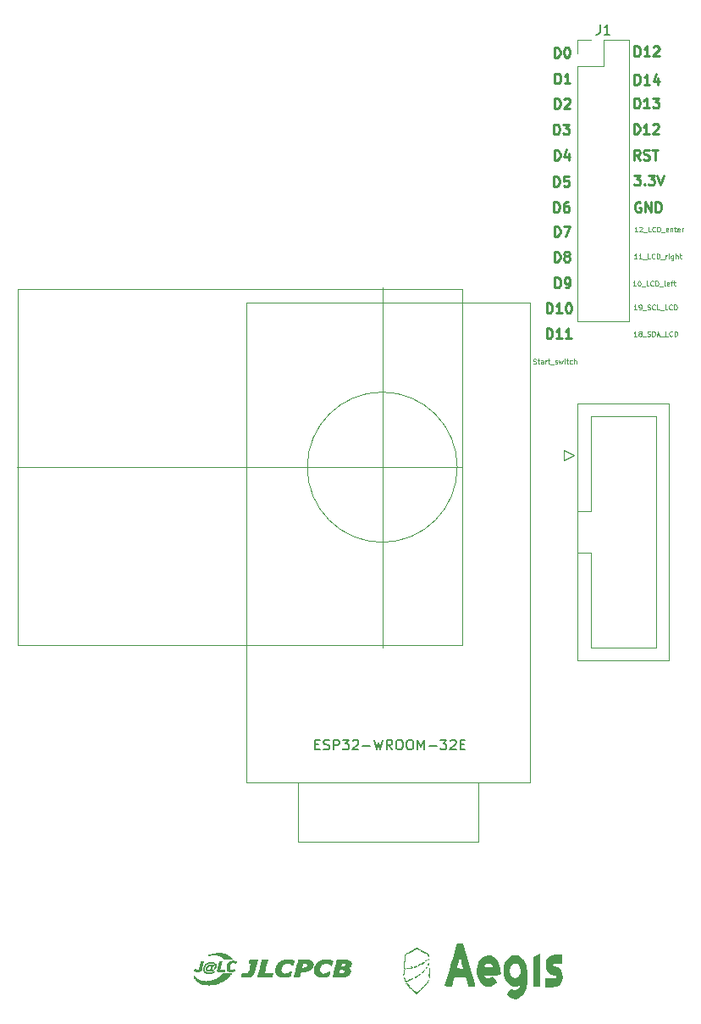
<source format=gbr>
%TF.GenerationSoftware,KiCad,Pcbnew,7.0.9*%
%TF.CreationDate,2025-01-15T18:16:50+09:00*%
%TF.ProjectId,ESP32,45535033-322e-46b6-9963-61645f706362,rev?*%
%TF.SameCoordinates,Original*%
%TF.FileFunction,Legend,Top*%
%TF.FilePolarity,Positive*%
%FSLAX46Y46*%
G04 Gerber Fmt 4.6, Leading zero omitted, Abs format (unit mm)*
G04 Created by KiCad (PCBNEW 7.0.9) date 2025-01-15 18:16:50*
%MOMM*%
%LPD*%
G01*
G04 APERTURE LIST*
%ADD10C,0.250000*%
%ADD11C,0.125000*%
%ADD12C,0.150000*%
%ADD13C,0.010000*%
%ADD14C,0.120000*%
G04 APERTURE END LIST*
D10*
X137333968Y-62399419D02*
X137333968Y-61399419D01*
X137333968Y-61399419D02*
X137572063Y-61399419D01*
X137572063Y-61399419D02*
X137714920Y-61447038D01*
X137714920Y-61447038D02*
X137810158Y-61542276D01*
X137810158Y-61542276D02*
X137857777Y-61637514D01*
X137857777Y-61637514D02*
X137905396Y-61827990D01*
X137905396Y-61827990D02*
X137905396Y-61970847D01*
X137905396Y-61970847D02*
X137857777Y-62161323D01*
X137857777Y-62161323D02*
X137810158Y-62256561D01*
X137810158Y-62256561D02*
X137714920Y-62351800D01*
X137714920Y-62351800D02*
X137572063Y-62399419D01*
X137572063Y-62399419D02*
X137333968Y-62399419D01*
X138857777Y-62399419D02*
X138286349Y-62399419D01*
X138572063Y-62399419D02*
X138572063Y-61399419D01*
X138572063Y-61399419D02*
X138476825Y-61542276D01*
X138476825Y-61542276D02*
X138381587Y-61637514D01*
X138381587Y-61637514D02*
X138286349Y-61685133D01*
X137333968Y-82795619D02*
X137333968Y-81795619D01*
X137333968Y-81795619D02*
X137572063Y-81795619D01*
X137572063Y-81795619D02*
X137714920Y-81843238D01*
X137714920Y-81843238D02*
X137810158Y-81938476D01*
X137810158Y-81938476D02*
X137857777Y-82033714D01*
X137857777Y-82033714D02*
X137905396Y-82224190D01*
X137905396Y-82224190D02*
X137905396Y-82367047D01*
X137905396Y-82367047D02*
X137857777Y-82557523D01*
X137857777Y-82557523D02*
X137810158Y-82652761D01*
X137810158Y-82652761D02*
X137714920Y-82748000D01*
X137714920Y-82748000D02*
X137572063Y-82795619D01*
X137572063Y-82795619D02*
X137333968Y-82795619D01*
X138381587Y-82795619D02*
X138572063Y-82795619D01*
X138572063Y-82795619D02*
X138667301Y-82748000D01*
X138667301Y-82748000D02*
X138714920Y-82700380D01*
X138714920Y-82700380D02*
X138810158Y-82557523D01*
X138810158Y-82557523D02*
X138857777Y-82367047D01*
X138857777Y-82367047D02*
X138857777Y-81986095D01*
X138857777Y-81986095D02*
X138810158Y-81890857D01*
X138810158Y-81890857D02*
X138762539Y-81843238D01*
X138762539Y-81843238D02*
X138667301Y-81795619D01*
X138667301Y-81795619D02*
X138476825Y-81795619D01*
X138476825Y-81795619D02*
X138381587Y-81843238D01*
X138381587Y-81843238D02*
X138333968Y-81890857D01*
X138333968Y-81890857D02*
X138286349Y-81986095D01*
X138286349Y-81986095D02*
X138286349Y-82224190D01*
X138286349Y-82224190D02*
X138333968Y-82319428D01*
X138333968Y-82319428D02*
X138381587Y-82367047D01*
X138381587Y-82367047D02*
X138476825Y-82414666D01*
X138476825Y-82414666D02*
X138667301Y-82414666D01*
X138667301Y-82414666D02*
X138762539Y-82367047D01*
X138762539Y-82367047D02*
X138810158Y-82319428D01*
X138810158Y-82319428D02*
X138857777Y-82224190D01*
X137232368Y-67479419D02*
X137232368Y-66479419D01*
X137232368Y-66479419D02*
X137470463Y-66479419D01*
X137470463Y-66479419D02*
X137613320Y-66527038D01*
X137613320Y-66527038D02*
X137708558Y-66622276D01*
X137708558Y-66622276D02*
X137756177Y-66717514D01*
X137756177Y-66717514D02*
X137803796Y-66907990D01*
X137803796Y-66907990D02*
X137803796Y-67050847D01*
X137803796Y-67050847D02*
X137756177Y-67241323D01*
X137756177Y-67241323D02*
X137708558Y-67336561D01*
X137708558Y-67336561D02*
X137613320Y-67431800D01*
X137613320Y-67431800D02*
X137470463Y-67479419D01*
X137470463Y-67479419D02*
X137232368Y-67479419D01*
X138137130Y-66479419D02*
X138756177Y-66479419D01*
X138756177Y-66479419D02*
X138422844Y-66860371D01*
X138422844Y-66860371D02*
X138565701Y-66860371D01*
X138565701Y-66860371D02*
X138660939Y-66907990D01*
X138660939Y-66907990D02*
X138708558Y-66955609D01*
X138708558Y-66955609D02*
X138756177Y-67050847D01*
X138756177Y-67050847D02*
X138756177Y-67288942D01*
X138756177Y-67288942D02*
X138708558Y-67384180D01*
X138708558Y-67384180D02*
X138660939Y-67431800D01*
X138660939Y-67431800D02*
X138565701Y-67479419D01*
X138565701Y-67479419D02*
X138279987Y-67479419D01*
X138279987Y-67479419D02*
X138184749Y-67431800D01*
X138184749Y-67431800D02*
X138137130Y-67384180D01*
X136495768Y-87875619D02*
X136495768Y-86875619D01*
X136495768Y-86875619D02*
X136733863Y-86875619D01*
X136733863Y-86875619D02*
X136876720Y-86923238D01*
X136876720Y-86923238D02*
X136971958Y-87018476D01*
X136971958Y-87018476D02*
X137019577Y-87113714D01*
X137019577Y-87113714D02*
X137067196Y-87304190D01*
X137067196Y-87304190D02*
X137067196Y-87447047D01*
X137067196Y-87447047D02*
X137019577Y-87637523D01*
X137019577Y-87637523D02*
X136971958Y-87732761D01*
X136971958Y-87732761D02*
X136876720Y-87828000D01*
X136876720Y-87828000D02*
X136733863Y-87875619D01*
X136733863Y-87875619D02*
X136495768Y-87875619D01*
X138019577Y-87875619D02*
X137448149Y-87875619D01*
X137733863Y-87875619D02*
X137733863Y-86875619D01*
X137733863Y-86875619D02*
X137638625Y-87018476D01*
X137638625Y-87018476D02*
X137543387Y-87113714D01*
X137543387Y-87113714D02*
X137448149Y-87161333D01*
X138971958Y-87875619D02*
X138400530Y-87875619D01*
X138686244Y-87875619D02*
X138686244Y-86875619D01*
X138686244Y-86875619D02*
X138591006Y-87018476D01*
X138591006Y-87018476D02*
X138495768Y-87113714D01*
X138495768Y-87113714D02*
X138400530Y-87161333D01*
X145233368Y-67454019D02*
X145233368Y-66454019D01*
X145233368Y-66454019D02*
X145471463Y-66454019D01*
X145471463Y-66454019D02*
X145614320Y-66501638D01*
X145614320Y-66501638D02*
X145709558Y-66596876D01*
X145709558Y-66596876D02*
X145757177Y-66692114D01*
X145757177Y-66692114D02*
X145804796Y-66882590D01*
X145804796Y-66882590D02*
X145804796Y-67025447D01*
X145804796Y-67025447D02*
X145757177Y-67215923D01*
X145757177Y-67215923D02*
X145709558Y-67311161D01*
X145709558Y-67311161D02*
X145614320Y-67406400D01*
X145614320Y-67406400D02*
X145471463Y-67454019D01*
X145471463Y-67454019D02*
X145233368Y-67454019D01*
X146757177Y-67454019D02*
X146185749Y-67454019D01*
X146471463Y-67454019D02*
X146471463Y-66454019D01*
X146471463Y-66454019D02*
X146376225Y-66596876D01*
X146376225Y-66596876D02*
X146280987Y-66692114D01*
X146280987Y-66692114D02*
X146185749Y-66739733D01*
X147138130Y-66549257D02*
X147185749Y-66501638D01*
X147185749Y-66501638D02*
X147280987Y-66454019D01*
X147280987Y-66454019D02*
X147519082Y-66454019D01*
X147519082Y-66454019D02*
X147614320Y-66501638D01*
X147614320Y-66501638D02*
X147661939Y-66549257D01*
X147661939Y-66549257D02*
X147709558Y-66644495D01*
X147709558Y-66644495D02*
X147709558Y-66739733D01*
X147709558Y-66739733D02*
X147661939Y-66882590D01*
X147661939Y-66882590D02*
X147090511Y-67454019D01*
X147090511Y-67454019D02*
X147709558Y-67454019D01*
D11*
X145598788Y-77224509D02*
X145313074Y-77224509D01*
X145455931Y-77224509D02*
X145455931Y-76724509D01*
X145455931Y-76724509D02*
X145408312Y-76795938D01*
X145408312Y-76795938D02*
X145360693Y-76843557D01*
X145360693Y-76843557D02*
X145313074Y-76867366D01*
X145789264Y-76772128D02*
X145813073Y-76748319D01*
X145813073Y-76748319D02*
X145860692Y-76724509D01*
X145860692Y-76724509D02*
X145979740Y-76724509D01*
X145979740Y-76724509D02*
X146027359Y-76748319D01*
X146027359Y-76748319D02*
X146051168Y-76772128D01*
X146051168Y-76772128D02*
X146074978Y-76819747D01*
X146074978Y-76819747D02*
X146074978Y-76867366D01*
X146074978Y-76867366D02*
X146051168Y-76938795D01*
X146051168Y-76938795D02*
X145765454Y-77224509D01*
X145765454Y-77224509D02*
X146074978Y-77224509D01*
X146170216Y-77272128D02*
X146551168Y-77272128D01*
X146908310Y-77224509D02*
X146670215Y-77224509D01*
X146670215Y-77224509D02*
X146670215Y-76724509D01*
X147360691Y-77176890D02*
X147336882Y-77200700D01*
X147336882Y-77200700D02*
X147265453Y-77224509D01*
X147265453Y-77224509D02*
X147217834Y-77224509D01*
X147217834Y-77224509D02*
X147146406Y-77200700D01*
X147146406Y-77200700D02*
X147098787Y-77153080D01*
X147098787Y-77153080D02*
X147074977Y-77105461D01*
X147074977Y-77105461D02*
X147051168Y-77010223D01*
X147051168Y-77010223D02*
X147051168Y-76938795D01*
X147051168Y-76938795D02*
X147074977Y-76843557D01*
X147074977Y-76843557D02*
X147098787Y-76795938D01*
X147098787Y-76795938D02*
X147146406Y-76748319D01*
X147146406Y-76748319D02*
X147217834Y-76724509D01*
X147217834Y-76724509D02*
X147265453Y-76724509D01*
X147265453Y-76724509D02*
X147336882Y-76748319D01*
X147336882Y-76748319D02*
X147360691Y-76772128D01*
X147574977Y-77224509D02*
X147574977Y-76724509D01*
X147574977Y-76724509D02*
X147694025Y-76724509D01*
X147694025Y-76724509D02*
X147765453Y-76748319D01*
X147765453Y-76748319D02*
X147813072Y-76795938D01*
X147813072Y-76795938D02*
X147836882Y-76843557D01*
X147836882Y-76843557D02*
X147860691Y-76938795D01*
X147860691Y-76938795D02*
X147860691Y-77010223D01*
X147860691Y-77010223D02*
X147836882Y-77105461D01*
X147836882Y-77105461D02*
X147813072Y-77153080D01*
X147813072Y-77153080D02*
X147765453Y-77200700D01*
X147765453Y-77200700D02*
X147694025Y-77224509D01*
X147694025Y-77224509D02*
X147574977Y-77224509D01*
X147955930Y-77272128D02*
X148336882Y-77272128D01*
X148646405Y-77200700D02*
X148598786Y-77224509D01*
X148598786Y-77224509D02*
X148503548Y-77224509D01*
X148503548Y-77224509D02*
X148455929Y-77200700D01*
X148455929Y-77200700D02*
X148432120Y-77153080D01*
X148432120Y-77153080D02*
X148432120Y-76962604D01*
X148432120Y-76962604D02*
X148455929Y-76914985D01*
X148455929Y-76914985D02*
X148503548Y-76891176D01*
X148503548Y-76891176D02*
X148598786Y-76891176D01*
X148598786Y-76891176D02*
X148646405Y-76914985D01*
X148646405Y-76914985D02*
X148670215Y-76962604D01*
X148670215Y-76962604D02*
X148670215Y-77010223D01*
X148670215Y-77010223D02*
X148432120Y-77057842D01*
X148884500Y-76891176D02*
X148884500Y-77224509D01*
X148884500Y-76938795D02*
X148908310Y-76914985D01*
X148908310Y-76914985D02*
X148955929Y-76891176D01*
X148955929Y-76891176D02*
X149027357Y-76891176D01*
X149027357Y-76891176D02*
X149074976Y-76914985D01*
X149074976Y-76914985D02*
X149098786Y-76962604D01*
X149098786Y-76962604D02*
X149098786Y-77224509D01*
X149265453Y-76891176D02*
X149455929Y-76891176D01*
X149336881Y-76724509D02*
X149336881Y-77153080D01*
X149336881Y-77153080D02*
X149360691Y-77200700D01*
X149360691Y-77200700D02*
X149408310Y-77224509D01*
X149408310Y-77224509D02*
X149455929Y-77224509D01*
X149813071Y-77200700D02*
X149765452Y-77224509D01*
X149765452Y-77224509D02*
X149670214Y-77224509D01*
X149670214Y-77224509D02*
X149622595Y-77200700D01*
X149622595Y-77200700D02*
X149598786Y-77153080D01*
X149598786Y-77153080D02*
X149598786Y-76962604D01*
X149598786Y-76962604D02*
X149622595Y-76914985D01*
X149622595Y-76914985D02*
X149670214Y-76891176D01*
X149670214Y-76891176D02*
X149765452Y-76891176D01*
X149765452Y-76891176D02*
X149813071Y-76914985D01*
X149813071Y-76914985D02*
X149836881Y-76962604D01*
X149836881Y-76962604D02*
X149836881Y-77010223D01*
X149836881Y-77010223D02*
X149598786Y-77057842D01*
X150051166Y-77224509D02*
X150051166Y-76891176D01*
X150051166Y-76986414D02*
X150074976Y-76938795D01*
X150074976Y-76938795D02*
X150098785Y-76914985D01*
X150098785Y-76914985D02*
X150146404Y-76891176D01*
X150146404Y-76891176D02*
X150194023Y-76891176D01*
D10*
X137283168Y-80204819D02*
X137283168Y-79204819D01*
X137283168Y-79204819D02*
X137521263Y-79204819D01*
X137521263Y-79204819D02*
X137664120Y-79252438D01*
X137664120Y-79252438D02*
X137759358Y-79347676D01*
X137759358Y-79347676D02*
X137806977Y-79442914D01*
X137806977Y-79442914D02*
X137854596Y-79633390D01*
X137854596Y-79633390D02*
X137854596Y-79776247D01*
X137854596Y-79776247D02*
X137806977Y-79966723D01*
X137806977Y-79966723D02*
X137759358Y-80061961D01*
X137759358Y-80061961D02*
X137664120Y-80157200D01*
X137664120Y-80157200D02*
X137521263Y-80204819D01*
X137521263Y-80204819D02*
X137283168Y-80204819D01*
X138426025Y-79633390D02*
X138330787Y-79585771D01*
X138330787Y-79585771D02*
X138283168Y-79538152D01*
X138283168Y-79538152D02*
X138235549Y-79442914D01*
X138235549Y-79442914D02*
X138235549Y-79395295D01*
X138235549Y-79395295D02*
X138283168Y-79300057D01*
X138283168Y-79300057D02*
X138330787Y-79252438D01*
X138330787Y-79252438D02*
X138426025Y-79204819D01*
X138426025Y-79204819D02*
X138616501Y-79204819D01*
X138616501Y-79204819D02*
X138711739Y-79252438D01*
X138711739Y-79252438D02*
X138759358Y-79300057D01*
X138759358Y-79300057D02*
X138806977Y-79395295D01*
X138806977Y-79395295D02*
X138806977Y-79442914D01*
X138806977Y-79442914D02*
X138759358Y-79538152D01*
X138759358Y-79538152D02*
X138711739Y-79585771D01*
X138711739Y-79585771D02*
X138616501Y-79633390D01*
X138616501Y-79633390D02*
X138426025Y-79633390D01*
X138426025Y-79633390D02*
X138330787Y-79681009D01*
X138330787Y-79681009D02*
X138283168Y-79728628D01*
X138283168Y-79728628D02*
X138235549Y-79823866D01*
X138235549Y-79823866D02*
X138235549Y-80014342D01*
X138235549Y-80014342D02*
X138283168Y-80109580D01*
X138283168Y-80109580D02*
X138330787Y-80157200D01*
X138330787Y-80157200D02*
X138426025Y-80204819D01*
X138426025Y-80204819D02*
X138616501Y-80204819D01*
X138616501Y-80204819D02*
X138711739Y-80157200D01*
X138711739Y-80157200D02*
X138759358Y-80109580D01*
X138759358Y-80109580D02*
X138806977Y-80014342D01*
X138806977Y-80014342D02*
X138806977Y-79823866D01*
X138806977Y-79823866D02*
X138759358Y-79728628D01*
X138759358Y-79728628D02*
X138711739Y-79681009D01*
X138711739Y-79681009D02*
X138616501Y-79633390D01*
D11*
X135153074Y-90383300D02*
X135224502Y-90407109D01*
X135224502Y-90407109D02*
X135343550Y-90407109D01*
X135343550Y-90407109D02*
X135391169Y-90383300D01*
X135391169Y-90383300D02*
X135414978Y-90359490D01*
X135414978Y-90359490D02*
X135438788Y-90311871D01*
X135438788Y-90311871D02*
X135438788Y-90264252D01*
X135438788Y-90264252D02*
X135414978Y-90216633D01*
X135414978Y-90216633D02*
X135391169Y-90192823D01*
X135391169Y-90192823D02*
X135343550Y-90169014D01*
X135343550Y-90169014D02*
X135248312Y-90145204D01*
X135248312Y-90145204D02*
X135200693Y-90121395D01*
X135200693Y-90121395D02*
X135176883Y-90097585D01*
X135176883Y-90097585D02*
X135153074Y-90049966D01*
X135153074Y-90049966D02*
X135153074Y-90002347D01*
X135153074Y-90002347D02*
X135176883Y-89954728D01*
X135176883Y-89954728D02*
X135200693Y-89930919D01*
X135200693Y-89930919D02*
X135248312Y-89907109D01*
X135248312Y-89907109D02*
X135367359Y-89907109D01*
X135367359Y-89907109D02*
X135438788Y-89930919D01*
X135581645Y-90073776D02*
X135772121Y-90073776D01*
X135653073Y-89907109D02*
X135653073Y-90335680D01*
X135653073Y-90335680D02*
X135676883Y-90383300D01*
X135676883Y-90383300D02*
X135724502Y-90407109D01*
X135724502Y-90407109D02*
X135772121Y-90407109D01*
X136153073Y-90407109D02*
X136153073Y-90145204D01*
X136153073Y-90145204D02*
X136129263Y-90097585D01*
X136129263Y-90097585D02*
X136081644Y-90073776D01*
X136081644Y-90073776D02*
X135986406Y-90073776D01*
X135986406Y-90073776D02*
X135938787Y-90097585D01*
X136153073Y-90383300D02*
X136105454Y-90407109D01*
X136105454Y-90407109D02*
X135986406Y-90407109D01*
X135986406Y-90407109D02*
X135938787Y-90383300D01*
X135938787Y-90383300D02*
X135914978Y-90335680D01*
X135914978Y-90335680D02*
X135914978Y-90288061D01*
X135914978Y-90288061D02*
X135938787Y-90240442D01*
X135938787Y-90240442D02*
X135986406Y-90216633D01*
X135986406Y-90216633D02*
X136105454Y-90216633D01*
X136105454Y-90216633D02*
X136153073Y-90192823D01*
X136391168Y-90407109D02*
X136391168Y-90073776D01*
X136391168Y-90169014D02*
X136414978Y-90121395D01*
X136414978Y-90121395D02*
X136438787Y-90097585D01*
X136438787Y-90097585D02*
X136486406Y-90073776D01*
X136486406Y-90073776D02*
X136534025Y-90073776D01*
X136629264Y-90073776D02*
X136819740Y-90073776D01*
X136700692Y-89907109D02*
X136700692Y-90335680D01*
X136700692Y-90335680D02*
X136724502Y-90383300D01*
X136724502Y-90383300D02*
X136772121Y-90407109D01*
X136772121Y-90407109D02*
X136819740Y-90407109D01*
X136867359Y-90454728D02*
X137248311Y-90454728D01*
X137343549Y-90383300D02*
X137391168Y-90407109D01*
X137391168Y-90407109D02*
X137486406Y-90407109D01*
X137486406Y-90407109D02*
X137534025Y-90383300D01*
X137534025Y-90383300D02*
X137557834Y-90335680D01*
X137557834Y-90335680D02*
X137557834Y-90311871D01*
X137557834Y-90311871D02*
X137534025Y-90264252D01*
X137534025Y-90264252D02*
X137486406Y-90240442D01*
X137486406Y-90240442D02*
X137414977Y-90240442D01*
X137414977Y-90240442D02*
X137367358Y-90216633D01*
X137367358Y-90216633D02*
X137343549Y-90169014D01*
X137343549Y-90169014D02*
X137343549Y-90145204D01*
X137343549Y-90145204D02*
X137367358Y-90097585D01*
X137367358Y-90097585D02*
X137414977Y-90073776D01*
X137414977Y-90073776D02*
X137486406Y-90073776D01*
X137486406Y-90073776D02*
X137534025Y-90097585D01*
X137724501Y-90073776D02*
X137819739Y-90407109D01*
X137819739Y-90407109D02*
X137914977Y-90169014D01*
X137914977Y-90169014D02*
X138010215Y-90407109D01*
X138010215Y-90407109D02*
X138105453Y-90073776D01*
X138295930Y-90407109D02*
X138295930Y-90073776D01*
X138295930Y-89907109D02*
X138272121Y-89930919D01*
X138272121Y-89930919D02*
X138295930Y-89954728D01*
X138295930Y-89954728D02*
X138319740Y-89930919D01*
X138319740Y-89930919D02*
X138295930Y-89907109D01*
X138295930Y-89907109D02*
X138295930Y-89954728D01*
X138462597Y-90073776D02*
X138653073Y-90073776D01*
X138534025Y-89907109D02*
X138534025Y-90335680D01*
X138534025Y-90335680D02*
X138557835Y-90383300D01*
X138557835Y-90383300D02*
X138605454Y-90407109D01*
X138605454Y-90407109D02*
X138653073Y-90407109D01*
X139034025Y-90383300D02*
X138986406Y-90407109D01*
X138986406Y-90407109D02*
X138891168Y-90407109D01*
X138891168Y-90407109D02*
X138843549Y-90383300D01*
X138843549Y-90383300D02*
X138819739Y-90359490D01*
X138819739Y-90359490D02*
X138795930Y-90311871D01*
X138795930Y-90311871D02*
X138795930Y-90169014D01*
X138795930Y-90169014D02*
X138819739Y-90121395D01*
X138819739Y-90121395D02*
X138843549Y-90097585D01*
X138843549Y-90097585D02*
X138891168Y-90073776D01*
X138891168Y-90073776D02*
X138986406Y-90073776D01*
X138986406Y-90073776D02*
X139034025Y-90097585D01*
X139248310Y-90407109D02*
X139248310Y-89907109D01*
X139462596Y-90407109D02*
X139462596Y-90145204D01*
X139462596Y-90145204D02*
X139438786Y-90097585D01*
X139438786Y-90097585D02*
X139391167Y-90073776D01*
X139391167Y-90073776D02*
X139319739Y-90073776D01*
X139319739Y-90073776D02*
X139272120Y-90097585D01*
X139272120Y-90097585D02*
X139248310Y-90121395D01*
X145522588Y-87663909D02*
X145236874Y-87663909D01*
X145379731Y-87663909D02*
X145379731Y-87163909D01*
X145379731Y-87163909D02*
X145332112Y-87235338D01*
X145332112Y-87235338D02*
X145284493Y-87282957D01*
X145284493Y-87282957D02*
X145236874Y-87306766D01*
X145808302Y-87378195D02*
X145760683Y-87354385D01*
X145760683Y-87354385D02*
X145736873Y-87330576D01*
X145736873Y-87330576D02*
X145713064Y-87282957D01*
X145713064Y-87282957D02*
X145713064Y-87259147D01*
X145713064Y-87259147D02*
X145736873Y-87211528D01*
X145736873Y-87211528D02*
X145760683Y-87187719D01*
X145760683Y-87187719D02*
X145808302Y-87163909D01*
X145808302Y-87163909D02*
X145903540Y-87163909D01*
X145903540Y-87163909D02*
X145951159Y-87187719D01*
X145951159Y-87187719D02*
X145974968Y-87211528D01*
X145974968Y-87211528D02*
X145998778Y-87259147D01*
X145998778Y-87259147D02*
X145998778Y-87282957D01*
X145998778Y-87282957D02*
X145974968Y-87330576D01*
X145974968Y-87330576D02*
X145951159Y-87354385D01*
X145951159Y-87354385D02*
X145903540Y-87378195D01*
X145903540Y-87378195D02*
X145808302Y-87378195D01*
X145808302Y-87378195D02*
X145760683Y-87402004D01*
X145760683Y-87402004D02*
X145736873Y-87425814D01*
X145736873Y-87425814D02*
X145713064Y-87473433D01*
X145713064Y-87473433D02*
X145713064Y-87568671D01*
X145713064Y-87568671D02*
X145736873Y-87616290D01*
X145736873Y-87616290D02*
X145760683Y-87640100D01*
X145760683Y-87640100D02*
X145808302Y-87663909D01*
X145808302Y-87663909D02*
X145903540Y-87663909D01*
X145903540Y-87663909D02*
X145951159Y-87640100D01*
X145951159Y-87640100D02*
X145974968Y-87616290D01*
X145974968Y-87616290D02*
X145998778Y-87568671D01*
X145998778Y-87568671D02*
X145998778Y-87473433D01*
X145998778Y-87473433D02*
X145974968Y-87425814D01*
X145974968Y-87425814D02*
X145951159Y-87402004D01*
X145951159Y-87402004D02*
X145903540Y-87378195D01*
X146094016Y-87711528D02*
X146474968Y-87711528D01*
X146570206Y-87640100D02*
X146641634Y-87663909D01*
X146641634Y-87663909D02*
X146760682Y-87663909D01*
X146760682Y-87663909D02*
X146808301Y-87640100D01*
X146808301Y-87640100D02*
X146832110Y-87616290D01*
X146832110Y-87616290D02*
X146855920Y-87568671D01*
X146855920Y-87568671D02*
X146855920Y-87521052D01*
X146855920Y-87521052D02*
X146832110Y-87473433D01*
X146832110Y-87473433D02*
X146808301Y-87449623D01*
X146808301Y-87449623D02*
X146760682Y-87425814D01*
X146760682Y-87425814D02*
X146665444Y-87402004D01*
X146665444Y-87402004D02*
X146617825Y-87378195D01*
X146617825Y-87378195D02*
X146594015Y-87354385D01*
X146594015Y-87354385D02*
X146570206Y-87306766D01*
X146570206Y-87306766D02*
X146570206Y-87259147D01*
X146570206Y-87259147D02*
X146594015Y-87211528D01*
X146594015Y-87211528D02*
X146617825Y-87187719D01*
X146617825Y-87187719D02*
X146665444Y-87163909D01*
X146665444Y-87163909D02*
X146784491Y-87163909D01*
X146784491Y-87163909D02*
X146855920Y-87187719D01*
X147070205Y-87663909D02*
X147070205Y-87163909D01*
X147070205Y-87163909D02*
X147189253Y-87163909D01*
X147189253Y-87163909D02*
X147260681Y-87187719D01*
X147260681Y-87187719D02*
X147308300Y-87235338D01*
X147308300Y-87235338D02*
X147332110Y-87282957D01*
X147332110Y-87282957D02*
X147355919Y-87378195D01*
X147355919Y-87378195D02*
X147355919Y-87449623D01*
X147355919Y-87449623D02*
X147332110Y-87544861D01*
X147332110Y-87544861D02*
X147308300Y-87592480D01*
X147308300Y-87592480D02*
X147260681Y-87640100D01*
X147260681Y-87640100D02*
X147189253Y-87663909D01*
X147189253Y-87663909D02*
X147070205Y-87663909D01*
X147546396Y-87521052D02*
X147784491Y-87521052D01*
X147498777Y-87663909D02*
X147665443Y-87163909D01*
X147665443Y-87163909D02*
X147832110Y-87663909D01*
X147879729Y-87711528D02*
X148260681Y-87711528D01*
X148617823Y-87663909D02*
X148379728Y-87663909D01*
X148379728Y-87663909D02*
X148379728Y-87163909D01*
X149070204Y-87616290D02*
X149046395Y-87640100D01*
X149046395Y-87640100D02*
X148974966Y-87663909D01*
X148974966Y-87663909D02*
X148927347Y-87663909D01*
X148927347Y-87663909D02*
X148855919Y-87640100D01*
X148855919Y-87640100D02*
X148808300Y-87592480D01*
X148808300Y-87592480D02*
X148784490Y-87544861D01*
X148784490Y-87544861D02*
X148760681Y-87449623D01*
X148760681Y-87449623D02*
X148760681Y-87378195D01*
X148760681Y-87378195D02*
X148784490Y-87282957D01*
X148784490Y-87282957D02*
X148808300Y-87235338D01*
X148808300Y-87235338D02*
X148855919Y-87187719D01*
X148855919Y-87187719D02*
X148927347Y-87163909D01*
X148927347Y-87163909D02*
X148974966Y-87163909D01*
X148974966Y-87163909D02*
X149046395Y-87187719D01*
X149046395Y-87187719D02*
X149070204Y-87211528D01*
X149284490Y-87663909D02*
X149284490Y-87163909D01*
X149284490Y-87163909D02*
X149403538Y-87163909D01*
X149403538Y-87163909D02*
X149474966Y-87187719D01*
X149474966Y-87187719D02*
X149522585Y-87235338D01*
X149522585Y-87235338D02*
X149546395Y-87282957D01*
X149546395Y-87282957D02*
X149570204Y-87378195D01*
X149570204Y-87378195D02*
X149570204Y-87449623D01*
X149570204Y-87449623D02*
X149546395Y-87544861D01*
X149546395Y-87544861D02*
X149522585Y-87592480D01*
X149522585Y-87592480D02*
X149474966Y-87640100D01*
X149474966Y-87640100D02*
X149403538Y-87663909D01*
X149403538Y-87663909D02*
X149284490Y-87663909D01*
D10*
X137283168Y-59808619D02*
X137283168Y-58808619D01*
X137283168Y-58808619D02*
X137521263Y-58808619D01*
X137521263Y-58808619D02*
X137664120Y-58856238D01*
X137664120Y-58856238D02*
X137759358Y-58951476D01*
X137759358Y-58951476D02*
X137806977Y-59046714D01*
X137806977Y-59046714D02*
X137854596Y-59237190D01*
X137854596Y-59237190D02*
X137854596Y-59380047D01*
X137854596Y-59380047D02*
X137806977Y-59570523D01*
X137806977Y-59570523D02*
X137759358Y-59665761D01*
X137759358Y-59665761D02*
X137664120Y-59761000D01*
X137664120Y-59761000D02*
X137521263Y-59808619D01*
X137521263Y-59808619D02*
X137283168Y-59808619D01*
X138473644Y-58808619D02*
X138568882Y-58808619D01*
X138568882Y-58808619D02*
X138664120Y-58856238D01*
X138664120Y-58856238D02*
X138711739Y-58903857D01*
X138711739Y-58903857D02*
X138759358Y-58999095D01*
X138759358Y-58999095D02*
X138806977Y-59189571D01*
X138806977Y-59189571D02*
X138806977Y-59427666D01*
X138806977Y-59427666D02*
X138759358Y-59618142D01*
X138759358Y-59618142D02*
X138711739Y-59713380D01*
X138711739Y-59713380D02*
X138664120Y-59761000D01*
X138664120Y-59761000D02*
X138568882Y-59808619D01*
X138568882Y-59808619D02*
X138473644Y-59808619D01*
X138473644Y-59808619D02*
X138378406Y-59761000D01*
X138378406Y-59761000D02*
X138330787Y-59713380D01*
X138330787Y-59713380D02*
X138283168Y-59618142D01*
X138283168Y-59618142D02*
X138235549Y-59427666D01*
X138235549Y-59427666D02*
X138235549Y-59189571D01*
X138235549Y-59189571D02*
X138283168Y-58999095D01*
X138283168Y-58999095D02*
X138330787Y-58903857D01*
X138330787Y-58903857D02*
X138378406Y-58856238D01*
X138378406Y-58856238D02*
X138473644Y-58808619D01*
X145239730Y-71559419D02*
X145858777Y-71559419D01*
X145858777Y-71559419D02*
X145525444Y-71940371D01*
X145525444Y-71940371D02*
X145668301Y-71940371D01*
X145668301Y-71940371D02*
X145763539Y-71987990D01*
X145763539Y-71987990D02*
X145811158Y-72035609D01*
X145811158Y-72035609D02*
X145858777Y-72130847D01*
X145858777Y-72130847D02*
X145858777Y-72368942D01*
X145858777Y-72368942D02*
X145811158Y-72464180D01*
X145811158Y-72464180D02*
X145763539Y-72511800D01*
X145763539Y-72511800D02*
X145668301Y-72559419D01*
X145668301Y-72559419D02*
X145382587Y-72559419D01*
X145382587Y-72559419D02*
X145287349Y-72511800D01*
X145287349Y-72511800D02*
X145239730Y-72464180D01*
X146287349Y-72464180D02*
X146334968Y-72511800D01*
X146334968Y-72511800D02*
X146287349Y-72559419D01*
X146287349Y-72559419D02*
X146239730Y-72511800D01*
X146239730Y-72511800D02*
X146287349Y-72464180D01*
X146287349Y-72464180D02*
X146287349Y-72559419D01*
X146668301Y-71559419D02*
X147287348Y-71559419D01*
X147287348Y-71559419D02*
X146954015Y-71940371D01*
X146954015Y-71940371D02*
X147096872Y-71940371D01*
X147096872Y-71940371D02*
X147192110Y-71987990D01*
X147192110Y-71987990D02*
X147239729Y-72035609D01*
X147239729Y-72035609D02*
X147287348Y-72130847D01*
X147287348Y-72130847D02*
X147287348Y-72368942D01*
X147287348Y-72368942D02*
X147239729Y-72464180D01*
X147239729Y-72464180D02*
X147192110Y-72511800D01*
X147192110Y-72511800D02*
X147096872Y-72559419D01*
X147096872Y-72559419D02*
X146811158Y-72559419D01*
X146811158Y-72559419D02*
X146715920Y-72511800D01*
X146715920Y-72511800D02*
X146668301Y-72464180D01*
X147573063Y-71559419D02*
X147906396Y-72559419D01*
X147906396Y-72559419D02*
X148239729Y-71559419D01*
X145884177Y-74299438D02*
X145788939Y-74251819D01*
X145788939Y-74251819D02*
X145646082Y-74251819D01*
X145646082Y-74251819D02*
X145503225Y-74299438D01*
X145503225Y-74299438D02*
X145407987Y-74394676D01*
X145407987Y-74394676D02*
X145360368Y-74489914D01*
X145360368Y-74489914D02*
X145312749Y-74680390D01*
X145312749Y-74680390D02*
X145312749Y-74823247D01*
X145312749Y-74823247D02*
X145360368Y-75013723D01*
X145360368Y-75013723D02*
X145407987Y-75108961D01*
X145407987Y-75108961D02*
X145503225Y-75204200D01*
X145503225Y-75204200D02*
X145646082Y-75251819D01*
X145646082Y-75251819D02*
X145741320Y-75251819D01*
X145741320Y-75251819D02*
X145884177Y-75204200D01*
X145884177Y-75204200D02*
X145931796Y-75156580D01*
X145931796Y-75156580D02*
X145931796Y-74823247D01*
X145931796Y-74823247D02*
X145741320Y-74823247D01*
X146360368Y-75251819D02*
X146360368Y-74251819D01*
X146360368Y-74251819D02*
X146931796Y-75251819D01*
X146931796Y-75251819D02*
X146931796Y-74251819D01*
X147407987Y-75251819D02*
X147407987Y-74251819D01*
X147407987Y-74251819D02*
X147646082Y-74251819D01*
X147646082Y-74251819D02*
X147788939Y-74299438D01*
X147788939Y-74299438D02*
X147884177Y-74394676D01*
X147884177Y-74394676D02*
X147931796Y-74489914D01*
X147931796Y-74489914D02*
X147979415Y-74680390D01*
X147979415Y-74680390D02*
X147979415Y-74823247D01*
X147979415Y-74823247D02*
X147931796Y-75013723D01*
X147931796Y-75013723D02*
X147884177Y-75108961D01*
X147884177Y-75108961D02*
X147788939Y-75204200D01*
X147788939Y-75204200D02*
X147646082Y-75251819D01*
X147646082Y-75251819D02*
X147407987Y-75251819D01*
D11*
X145547988Y-79916909D02*
X145262274Y-79916909D01*
X145405131Y-79916909D02*
X145405131Y-79416909D01*
X145405131Y-79416909D02*
X145357512Y-79488338D01*
X145357512Y-79488338D02*
X145309893Y-79535957D01*
X145309893Y-79535957D02*
X145262274Y-79559766D01*
X146024178Y-79916909D02*
X145738464Y-79916909D01*
X145881321Y-79916909D02*
X145881321Y-79416909D01*
X145881321Y-79416909D02*
X145833702Y-79488338D01*
X145833702Y-79488338D02*
X145786083Y-79535957D01*
X145786083Y-79535957D02*
X145738464Y-79559766D01*
X146119416Y-79964528D02*
X146500368Y-79964528D01*
X146857510Y-79916909D02*
X146619415Y-79916909D01*
X146619415Y-79916909D02*
X146619415Y-79416909D01*
X147309891Y-79869290D02*
X147286082Y-79893100D01*
X147286082Y-79893100D02*
X147214653Y-79916909D01*
X147214653Y-79916909D02*
X147167034Y-79916909D01*
X147167034Y-79916909D02*
X147095606Y-79893100D01*
X147095606Y-79893100D02*
X147047987Y-79845480D01*
X147047987Y-79845480D02*
X147024177Y-79797861D01*
X147024177Y-79797861D02*
X147000368Y-79702623D01*
X147000368Y-79702623D02*
X147000368Y-79631195D01*
X147000368Y-79631195D02*
X147024177Y-79535957D01*
X147024177Y-79535957D02*
X147047987Y-79488338D01*
X147047987Y-79488338D02*
X147095606Y-79440719D01*
X147095606Y-79440719D02*
X147167034Y-79416909D01*
X147167034Y-79416909D02*
X147214653Y-79416909D01*
X147214653Y-79416909D02*
X147286082Y-79440719D01*
X147286082Y-79440719D02*
X147309891Y-79464528D01*
X147524177Y-79916909D02*
X147524177Y-79416909D01*
X147524177Y-79416909D02*
X147643225Y-79416909D01*
X147643225Y-79416909D02*
X147714653Y-79440719D01*
X147714653Y-79440719D02*
X147762272Y-79488338D01*
X147762272Y-79488338D02*
X147786082Y-79535957D01*
X147786082Y-79535957D02*
X147809891Y-79631195D01*
X147809891Y-79631195D02*
X147809891Y-79702623D01*
X147809891Y-79702623D02*
X147786082Y-79797861D01*
X147786082Y-79797861D02*
X147762272Y-79845480D01*
X147762272Y-79845480D02*
X147714653Y-79893100D01*
X147714653Y-79893100D02*
X147643225Y-79916909D01*
X147643225Y-79916909D02*
X147524177Y-79916909D01*
X147905130Y-79964528D02*
X148286082Y-79964528D01*
X148405129Y-79916909D02*
X148405129Y-79583576D01*
X148405129Y-79678814D02*
X148428939Y-79631195D01*
X148428939Y-79631195D02*
X148452748Y-79607385D01*
X148452748Y-79607385D02*
X148500367Y-79583576D01*
X148500367Y-79583576D02*
X148547986Y-79583576D01*
X148714653Y-79916909D02*
X148714653Y-79583576D01*
X148714653Y-79416909D02*
X148690844Y-79440719D01*
X148690844Y-79440719D02*
X148714653Y-79464528D01*
X148714653Y-79464528D02*
X148738463Y-79440719D01*
X148738463Y-79440719D02*
X148714653Y-79416909D01*
X148714653Y-79416909D02*
X148714653Y-79464528D01*
X149167034Y-79583576D02*
X149167034Y-79988338D01*
X149167034Y-79988338D02*
X149143224Y-80035957D01*
X149143224Y-80035957D02*
X149119415Y-80059766D01*
X149119415Y-80059766D02*
X149071796Y-80083576D01*
X149071796Y-80083576D02*
X149000367Y-80083576D01*
X149000367Y-80083576D02*
X148952748Y-80059766D01*
X149167034Y-79893100D02*
X149119415Y-79916909D01*
X149119415Y-79916909D02*
X149024177Y-79916909D01*
X149024177Y-79916909D02*
X148976558Y-79893100D01*
X148976558Y-79893100D02*
X148952748Y-79869290D01*
X148952748Y-79869290D02*
X148928939Y-79821671D01*
X148928939Y-79821671D02*
X148928939Y-79678814D01*
X148928939Y-79678814D02*
X148952748Y-79631195D01*
X148952748Y-79631195D02*
X148976558Y-79607385D01*
X148976558Y-79607385D02*
X149024177Y-79583576D01*
X149024177Y-79583576D02*
X149119415Y-79583576D01*
X149119415Y-79583576D02*
X149167034Y-79607385D01*
X149405129Y-79916909D02*
X149405129Y-79416909D01*
X149619415Y-79916909D02*
X149619415Y-79655004D01*
X149619415Y-79655004D02*
X149595605Y-79607385D01*
X149595605Y-79607385D02*
X149547986Y-79583576D01*
X149547986Y-79583576D02*
X149476558Y-79583576D01*
X149476558Y-79583576D02*
X149428939Y-79607385D01*
X149428939Y-79607385D02*
X149405129Y-79631195D01*
X149786082Y-79583576D02*
X149976558Y-79583576D01*
X149857510Y-79416909D02*
X149857510Y-79845480D01*
X149857510Y-79845480D02*
X149881320Y-79893100D01*
X149881320Y-79893100D02*
X149928939Y-79916909D01*
X149928939Y-79916909D02*
X149976558Y-79916909D01*
D10*
X137232368Y-72686419D02*
X137232368Y-71686419D01*
X137232368Y-71686419D02*
X137470463Y-71686419D01*
X137470463Y-71686419D02*
X137613320Y-71734038D01*
X137613320Y-71734038D02*
X137708558Y-71829276D01*
X137708558Y-71829276D02*
X137756177Y-71924514D01*
X137756177Y-71924514D02*
X137803796Y-72114990D01*
X137803796Y-72114990D02*
X137803796Y-72257847D01*
X137803796Y-72257847D02*
X137756177Y-72448323D01*
X137756177Y-72448323D02*
X137708558Y-72543561D01*
X137708558Y-72543561D02*
X137613320Y-72638800D01*
X137613320Y-72638800D02*
X137470463Y-72686419D01*
X137470463Y-72686419D02*
X137232368Y-72686419D01*
X138708558Y-71686419D02*
X138232368Y-71686419D01*
X138232368Y-71686419D02*
X138184749Y-72162609D01*
X138184749Y-72162609D02*
X138232368Y-72114990D01*
X138232368Y-72114990D02*
X138327606Y-72067371D01*
X138327606Y-72067371D02*
X138565701Y-72067371D01*
X138565701Y-72067371D02*
X138660939Y-72114990D01*
X138660939Y-72114990D02*
X138708558Y-72162609D01*
X138708558Y-72162609D02*
X138756177Y-72257847D01*
X138756177Y-72257847D02*
X138756177Y-72495942D01*
X138756177Y-72495942D02*
X138708558Y-72591180D01*
X138708558Y-72591180D02*
X138660939Y-72638800D01*
X138660939Y-72638800D02*
X138565701Y-72686419D01*
X138565701Y-72686419D02*
X138327606Y-72686419D01*
X138327606Y-72686419D02*
X138232368Y-72638800D01*
X138232368Y-72638800D02*
X138184749Y-72591180D01*
X137283168Y-70044819D02*
X137283168Y-69044819D01*
X137283168Y-69044819D02*
X137521263Y-69044819D01*
X137521263Y-69044819D02*
X137664120Y-69092438D01*
X137664120Y-69092438D02*
X137759358Y-69187676D01*
X137759358Y-69187676D02*
X137806977Y-69282914D01*
X137806977Y-69282914D02*
X137854596Y-69473390D01*
X137854596Y-69473390D02*
X137854596Y-69616247D01*
X137854596Y-69616247D02*
X137806977Y-69806723D01*
X137806977Y-69806723D02*
X137759358Y-69901961D01*
X137759358Y-69901961D02*
X137664120Y-69997200D01*
X137664120Y-69997200D02*
X137521263Y-70044819D01*
X137521263Y-70044819D02*
X137283168Y-70044819D01*
X138711739Y-69378152D02*
X138711739Y-70044819D01*
X138473644Y-68997200D02*
X138235549Y-69711485D01*
X138235549Y-69711485D02*
X138854596Y-69711485D01*
X145830196Y-70044819D02*
X145496863Y-69568628D01*
X145258768Y-70044819D02*
X145258768Y-69044819D01*
X145258768Y-69044819D02*
X145639720Y-69044819D01*
X145639720Y-69044819D02*
X145734958Y-69092438D01*
X145734958Y-69092438D02*
X145782577Y-69140057D01*
X145782577Y-69140057D02*
X145830196Y-69235295D01*
X145830196Y-69235295D02*
X145830196Y-69378152D01*
X145830196Y-69378152D02*
X145782577Y-69473390D01*
X145782577Y-69473390D02*
X145734958Y-69521009D01*
X145734958Y-69521009D02*
X145639720Y-69568628D01*
X145639720Y-69568628D02*
X145258768Y-69568628D01*
X146211149Y-69997200D02*
X146354006Y-70044819D01*
X146354006Y-70044819D02*
X146592101Y-70044819D01*
X146592101Y-70044819D02*
X146687339Y-69997200D01*
X146687339Y-69997200D02*
X146734958Y-69949580D01*
X146734958Y-69949580D02*
X146782577Y-69854342D01*
X146782577Y-69854342D02*
X146782577Y-69759104D01*
X146782577Y-69759104D02*
X146734958Y-69663866D01*
X146734958Y-69663866D02*
X146687339Y-69616247D01*
X146687339Y-69616247D02*
X146592101Y-69568628D01*
X146592101Y-69568628D02*
X146401625Y-69521009D01*
X146401625Y-69521009D02*
X146306387Y-69473390D01*
X146306387Y-69473390D02*
X146258768Y-69425771D01*
X146258768Y-69425771D02*
X146211149Y-69330533D01*
X146211149Y-69330533D02*
X146211149Y-69235295D01*
X146211149Y-69235295D02*
X146258768Y-69140057D01*
X146258768Y-69140057D02*
X146306387Y-69092438D01*
X146306387Y-69092438D02*
X146401625Y-69044819D01*
X146401625Y-69044819D02*
X146639720Y-69044819D01*
X146639720Y-69044819D02*
X146782577Y-69092438D01*
X147068292Y-69044819D02*
X147639720Y-69044819D01*
X147354006Y-70044819D02*
X147354006Y-69044819D01*
X136495768Y-85335619D02*
X136495768Y-84335619D01*
X136495768Y-84335619D02*
X136733863Y-84335619D01*
X136733863Y-84335619D02*
X136876720Y-84383238D01*
X136876720Y-84383238D02*
X136971958Y-84478476D01*
X136971958Y-84478476D02*
X137019577Y-84573714D01*
X137019577Y-84573714D02*
X137067196Y-84764190D01*
X137067196Y-84764190D02*
X137067196Y-84907047D01*
X137067196Y-84907047D02*
X137019577Y-85097523D01*
X137019577Y-85097523D02*
X136971958Y-85192761D01*
X136971958Y-85192761D02*
X136876720Y-85288000D01*
X136876720Y-85288000D02*
X136733863Y-85335619D01*
X136733863Y-85335619D02*
X136495768Y-85335619D01*
X138019577Y-85335619D02*
X137448149Y-85335619D01*
X137733863Y-85335619D02*
X137733863Y-84335619D01*
X137733863Y-84335619D02*
X137638625Y-84478476D01*
X137638625Y-84478476D02*
X137543387Y-84573714D01*
X137543387Y-84573714D02*
X137448149Y-84621333D01*
X138638625Y-84335619D02*
X138733863Y-84335619D01*
X138733863Y-84335619D02*
X138829101Y-84383238D01*
X138829101Y-84383238D02*
X138876720Y-84430857D01*
X138876720Y-84430857D02*
X138924339Y-84526095D01*
X138924339Y-84526095D02*
X138971958Y-84716571D01*
X138971958Y-84716571D02*
X138971958Y-84954666D01*
X138971958Y-84954666D02*
X138924339Y-85145142D01*
X138924339Y-85145142D02*
X138876720Y-85240380D01*
X138876720Y-85240380D02*
X138829101Y-85288000D01*
X138829101Y-85288000D02*
X138733863Y-85335619D01*
X138733863Y-85335619D02*
X138638625Y-85335619D01*
X138638625Y-85335619D02*
X138543387Y-85288000D01*
X138543387Y-85288000D02*
X138495768Y-85240380D01*
X138495768Y-85240380D02*
X138448149Y-85145142D01*
X138448149Y-85145142D02*
X138400530Y-84954666D01*
X138400530Y-84954666D02*
X138400530Y-84716571D01*
X138400530Y-84716571D02*
X138448149Y-84526095D01*
X138448149Y-84526095D02*
X138495768Y-84430857D01*
X138495768Y-84430857D02*
X138543387Y-84383238D01*
X138543387Y-84383238D02*
X138638625Y-84335619D01*
X137232368Y-75251819D02*
X137232368Y-74251819D01*
X137232368Y-74251819D02*
X137470463Y-74251819D01*
X137470463Y-74251819D02*
X137613320Y-74299438D01*
X137613320Y-74299438D02*
X137708558Y-74394676D01*
X137708558Y-74394676D02*
X137756177Y-74489914D01*
X137756177Y-74489914D02*
X137803796Y-74680390D01*
X137803796Y-74680390D02*
X137803796Y-74823247D01*
X137803796Y-74823247D02*
X137756177Y-75013723D01*
X137756177Y-75013723D02*
X137708558Y-75108961D01*
X137708558Y-75108961D02*
X137613320Y-75204200D01*
X137613320Y-75204200D02*
X137470463Y-75251819D01*
X137470463Y-75251819D02*
X137232368Y-75251819D01*
X138660939Y-74251819D02*
X138470463Y-74251819D01*
X138470463Y-74251819D02*
X138375225Y-74299438D01*
X138375225Y-74299438D02*
X138327606Y-74347057D01*
X138327606Y-74347057D02*
X138232368Y-74489914D01*
X138232368Y-74489914D02*
X138184749Y-74680390D01*
X138184749Y-74680390D02*
X138184749Y-75061342D01*
X138184749Y-75061342D02*
X138232368Y-75156580D01*
X138232368Y-75156580D02*
X138279987Y-75204200D01*
X138279987Y-75204200D02*
X138375225Y-75251819D01*
X138375225Y-75251819D02*
X138565701Y-75251819D01*
X138565701Y-75251819D02*
X138660939Y-75204200D01*
X138660939Y-75204200D02*
X138708558Y-75156580D01*
X138708558Y-75156580D02*
X138756177Y-75061342D01*
X138756177Y-75061342D02*
X138756177Y-74823247D01*
X138756177Y-74823247D02*
X138708558Y-74728009D01*
X138708558Y-74728009D02*
X138660939Y-74680390D01*
X138660939Y-74680390D02*
X138565701Y-74632771D01*
X138565701Y-74632771D02*
X138375225Y-74632771D01*
X138375225Y-74632771D02*
X138279987Y-74680390D01*
X138279987Y-74680390D02*
X138232368Y-74728009D01*
X138232368Y-74728009D02*
X138184749Y-74823247D01*
X137283168Y-77664819D02*
X137283168Y-76664819D01*
X137283168Y-76664819D02*
X137521263Y-76664819D01*
X137521263Y-76664819D02*
X137664120Y-76712438D01*
X137664120Y-76712438D02*
X137759358Y-76807676D01*
X137759358Y-76807676D02*
X137806977Y-76902914D01*
X137806977Y-76902914D02*
X137854596Y-77093390D01*
X137854596Y-77093390D02*
X137854596Y-77236247D01*
X137854596Y-77236247D02*
X137806977Y-77426723D01*
X137806977Y-77426723D02*
X137759358Y-77521961D01*
X137759358Y-77521961D02*
X137664120Y-77617200D01*
X137664120Y-77617200D02*
X137521263Y-77664819D01*
X137521263Y-77664819D02*
X137283168Y-77664819D01*
X138187930Y-76664819D02*
X138854596Y-76664819D01*
X138854596Y-76664819D02*
X138426025Y-77664819D01*
X145284168Y-62501019D02*
X145284168Y-61501019D01*
X145284168Y-61501019D02*
X145522263Y-61501019D01*
X145522263Y-61501019D02*
X145665120Y-61548638D01*
X145665120Y-61548638D02*
X145760358Y-61643876D01*
X145760358Y-61643876D02*
X145807977Y-61739114D01*
X145807977Y-61739114D02*
X145855596Y-61929590D01*
X145855596Y-61929590D02*
X145855596Y-62072447D01*
X145855596Y-62072447D02*
X145807977Y-62262923D01*
X145807977Y-62262923D02*
X145760358Y-62358161D01*
X145760358Y-62358161D02*
X145665120Y-62453400D01*
X145665120Y-62453400D02*
X145522263Y-62501019D01*
X145522263Y-62501019D02*
X145284168Y-62501019D01*
X146807977Y-62501019D02*
X146236549Y-62501019D01*
X146522263Y-62501019D02*
X146522263Y-61501019D01*
X146522263Y-61501019D02*
X146427025Y-61643876D01*
X146427025Y-61643876D02*
X146331787Y-61739114D01*
X146331787Y-61739114D02*
X146236549Y-61786733D01*
X147665120Y-61834352D02*
X147665120Y-62501019D01*
X147427025Y-61453400D02*
X147188930Y-62167685D01*
X147188930Y-62167685D02*
X147807977Y-62167685D01*
X145258768Y-64863219D02*
X145258768Y-63863219D01*
X145258768Y-63863219D02*
X145496863Y-63863219D01*
X145496863Y-63863219D02*
X145639720Y-63910838D01*
X145639720Y-63910838D02*
X145734958Y-64006076D01*
X145734958Y-64006076D02*
X145782577Y-64101314D01*
X145782577Y-64101314D02*
X145830196Y-64291790D01*
X145830196Y-64291790D02*
X145830196Y-64434647D01*
X145830196Y-64434647D02*
X145782577Y-64625123D01*
X145782577Y-64625123D02*
X145734958Y-64720361D01*
X145734958Y-64720361D02*
X145639720Y-64815600D01*
X145639720Y-64815600D02*
X145496863Y-64863219D01*
X145496863Y-64863219D02*
X145258768Y-64863219D01*
X146782577Y-64863219D02*
X146211149Y-64863219D01*
X146496863Y-64863219D02*
X146496863Y-63863219D01*
X146496863Y-63863219D02*
X146401625Y-64006076D01*
X146401625Y-64006076D02*
X146306387Y-64101314D01*
X146306387Y-64101314D02*
X146211149Y-64148933D01*
X147115911Y-63863219D02*
X147734958Y-63863219D01*
X147734958Y-63863219D02*
X147401625Y-64244171D01*
X147401625Y-64244171D02*
X147544482Y-64244171D01*
X147544482Y-64244171D02*
X147639720Y-64291790D01*
X147639720Y-64291790D02*
X147687339Y-64339409D01*
X147687339Y-64339409D02*
X147734958Y-64434647D01*
X147734958Y-64434647D02*
X147734958Y-64672742D01*
X147734958Y-64672742D02*
X147687339Y-64767980D01*
X147687339Y-64767980D02*
X147639720Y-64815600D01*
X147639720Y-64815600D02*
X147544482Y-64863219D01*
X147544482Y-64863219D02*
X147258768Y-64863219D01*
X147258768Y-64863219D02*
X147163530Y-64815600D01*
X147163530Y-64815600D02*
X147115911Y-64767980D01*
X145284168Y-59681619D02*
X145284168Y-58681619D01*
X145284168Y-58681619D02*
X145522263Y-58681619D01*
X145522263Y-58681619D02*
X145665120Y-58729238D01*
X145665120Y-58729238D02*
X145760358Y-58824476D01*
X145760358Y-58824476D02*
X145807977Y-58919714D01*
X145807977Y-58919714D02*
X145855596Y-59110190D01*
X145855596Y-59110190D02*
X145855596Y-59253047D01*
X145855596Y-59253047D02*
X145807977Y-59443523D01*
X145807977Y-59443523D02*
X145760358Y-59538761D01*
X145760358Y-59538761D02*
X145665120Y-59634000D01*
X145665120Y-59634000D02*
X145522263Y-59681619D01*
X145522263Y-59681619D02*
X145284168Y-59681619D01*
X146807977Y-59681619D02*
X146236549Y-59681619D01*
X146522263Y-59681619D02*
X146522263Y-58681619D01*
X146522263Y-58681619D02*
X146427025Y-58824476D01*
X146427025Y-58824476D02*
X146331787Y-58919714D01*
X146331787Y-58919714D02*
X146236549Y-58967333D01*
X147188930Y-58776857D02*
X147236549Y-58729238D01*
X147236549Y-58729238D02*
X147331787Y-58681619D01*
X147331787Y-58681619D02*
X147569882Y-58681619D01*
X147569882Y-58681619D02*
X147665120Y-58729238D01*
X147665120Y-58729238D02*
X147712739Y-58776857D01*
X147712739Y-58776857D02*
X147760358Y-58872095D01*
X147760358Y-58872095D02*
X147760358Y-58967333D01*
X147760358Y-58967333D02*
X147712739Y-59110190D01*
X147712739Y-59110190D02*
X147141311Y-59681619D01*
X147141311Y-59681619D02*
X147760358Y-59681619D01*
D11*
X145420988Y-82634709D02*
X145135274Y-82634709D01*
X145278131Y-82634709D02*
X145278131Y-82134709D01*
X145278131Y-82134709D02*
X145230512Y-82206138D01*
X145230512Y-82206138D02*
X145182893Y-82253757D01*
X145182893Y-82253757D02*
X145135274Y-82277566D01*
X145730511Y-82134709D02*
X145778130Y-82134709D01*
X145778130Y-82134709D02*
X145825749Y-82158519D01*
X145825749Y-82158519D02*
X145849559Y-82182328D01*
X145849559Y-82182328D02*
X145873368Y-82229947D01*
X145873368Y-82229947D02*
X145897178Y-82325185D01*
X145897178Y-82325185D02*
X145897178Y-82444233D01*
X145897178Y-82444233D02*
X145873368Y-82539471D01*
X145873368Y-82539471D02*
X145849559Y-82587090D01*
X145849559Y-82587090D02*
X145825749Y-82610900D01*
X145825749Y-82610900D02*
X145778130Y-82634709D01*
X145778130Y-82634709D02*
X145730511Y-82634709D01*
X145730511Y-82634709D02*
X145682892Y-82610900D01*
X145682892Y-82610900D02*
X145659083Y-82587090D01*
X145659083Y-82587090D02*
X145635273Y-82539471D01*
X145635273Y-82539471D02*
X145611464Y-82444233D01*
X145611464Y-82444233D02*
X145611464Y-82325185D01*
X145611464Y-82325185D02*
X145635273Y-82229947D01*
X145635273Y-82229947D02*
X145659083Y-82182328D01*
X145659083Y-82182328D02*
X145682892Y-82158519D01*
X145682892Y-82158519D02*
X145730511Y-82134709D01*
X145992416Y-82682328D02*
X146373368Y-82682328D01*
X146730510Y-82634709D02*
X146492415Y-82634709D01*
X146492415Y-82634709D02*
X146492415Y-82134709D01*
X147182891Y-82587090D02*
X147159082Y-82610900D01*
X147159082Y-82610900D02*
X147087653Y-82634709D01*
X147087653Y-82634709D02*
X147040034Y-82634709D01*
X147040034Y-82634709D02*
X146968606Y-82610900D01*
X146968606Y-82610900D02*
X146920987Y-82563280D01*
X146920987Y-82563280D02*
X146897177Y-82515661D01*
X146897177Y-82515661D02*
X146873368Y-82420423D01*
X146873368Y-82420423D02*
X146873368Y-82348995D01*
X146873368Y-82348995D02*
X146897177Y-82253757D01*
X146897177Y-82253757D02*
X146920987Y-82206138D01*
X146920987Y-82206138D02*
X146968606Y-82158519D01*
X146968606Y-82158519D02*
X147040034Y-82134709D01*
X147040034Y-82134709D02*
X147087653Y-82134709D01*
X147087653Y-82134709D02*
X147159082Y-82158519D01*
X147159082Y-82158519D02*
X147182891Y-82182328D01*
X147397177Y-82634709D02*
X147397177Y-82134709D01*
X147397177Y-82134709D02*
X147516225Y-82134709D01*
X147516225Y-82134709D02*
X147587653Y-82158519D01*
X147587653Y-82158519D02*
X147635272Y-82206138D01*
X147635272Y-82206138D02*
X147659082Y-82253757D01*
X147659082Y-82253757D02*
X147682891Y-82348995D01*
X147682891Y-82348995D02*
X147682891Y-82420423D01*
X147682891Y-82420423D02*
X147659082Y-82515661D01*
X147659082Y-82515661D02*
X147635272Y-82563280D01*
X147635272Y-82563280D02*
X147587653Y-82610900D01*
X147587653Y-82610900D02*
X147516225Y-82634709D01*
X147516225Y-82634709D02*
X147397177Y-82634709D01*
X147778130Y-82682328D02*
X148159082Y-82682328D01*
X148349558Y-82634709D02*
X148301939Y-82610900D01*
X148301939Y-82610900D02*
X148278129Y-82563280D01*
X148278129Y-82563280D02*
X148278129Y-82134709D01*
X148730510Y-82610900D02*
X148682891Y-82634709D01*
X148682891Y-82634709D02*
X148587653Y-82634709D01*
X148587653Y-82634709D02*
X148540034Y-82610900D01*
X148540034Y-82610900D02*
X148516225Y-82563280D01*
X148516225Y-82563280D02*
X148516225Y-82372804D01*
X148516225Y-82372804D02*
X148540034Y-82325185D01*
X148540034Y-82325185D02*
X148587653Y-82301376D01*
X148587653Y-82301376D02*
X148682891Y-82301376D01*
X148682891Y-82301376D02*
X148730510Y-82325185D01*
X148730510Y-82325185D02*
X148754320Y-82372804D01*
X148754320Y-82372804D02*
X148754320Y-82420423D01*
X148754320Y-82420423D02*
X148516225Y-82468042D01*
X148897177Y-82301376D02*
X149087653Y-82301376D01*
X148968605Y-82634709D02*
X148968605Y-82206138D01*
X148968605Y-82206138D02*
X148992415Y-82158519D01*
X148992415Y-82158519D02*
X149040034Y-82134709D01*
X149040034Y-82134709D02*
X149087653Y-82134709D01*
X149182891Y-82301376D02*
X149373367Y-82301376D01*
X149254319Y-82134709D02*
X149254319Y-82563280D01*
X149254319Y-82563280D02*
X149278129Y-82610900D01*
X149278129Y-82610900D02*
X149325748Y-82634709D01*
X149325748Y-82634709D02*
X149373367Y-82634709D01*
D10*
X137308568Y-64914019D02*
X137308568Y-63914019D01*
X137308568Y-63914019D02*
X137546663Y-63914019D01*
X137546663Y-63914019D02*
X137689520Y-63961638D01*
X137689520Y-63961638D02*
X137784758Y-64056876D01*
X137784758Y-64056876D02*
X137832377Y-64152114D01*
X137832377Y-64152114D02*
X137879996Y-64342590D01*
X137879996Y-64342590D02*
X137879996Y-64485447D01*
X137879996Y-64485447D02*
X137832377Y-64675923D01*
X137832377Y-64675923D02*
X137784758Y-64771161D01*
X137784758Y-64771161D02*
X137689520Y-64866400D01*
X137689520Y-64866400D02*
X137546663Y-64914019D01*
X137546663Y-64914019D02*
X137308568Y-64914019D01*
X138260949Y-64009257D02*
X138308568Y-63961638D01*
X138308568Y-63961638D02*
X138403806Y-63914019D01*
X138403806Y-63914019D02*
X138641901Y-63914019D01*
X138641901Y-63914019D02*
X138737139Y-63961638D01*
X138737139Y-63961638D02*
X138784758Y-64009257D01*
X138784758Y-64009257D02*
X138832377Y-64104495D01*
X138832377Y-64104495D02*
X138832377Y-64199733D01*
X138832377Y-64199733D02*
X138784758Y-64342590D01*
X138784758Y-64342590D02*
X138213330Y-64914019D01*
X138213330Y-64914019D02*
X138832377Y-64914019D01*
D12*
X113351610Y-128429609D02*
X113684943Y-128429609D01*
X113827800Y-128953419D02*
X113351610Y-128953419D01*
X113351610Y-128953419D02*
X113351610Y-127953419D01*
X113351610Y-127953419D02*
X113827800Y-127953419D01*
X114208753Y-128905800D02*
X114351610Y-128953419D01*
X114351610Y-128953419D02*
X114589705Y-128953419D01*
X114589705Y-128953419D02*
X114684943Y-128905800D01*
X114684943Y-128905800D02*
X114732562Y-128858180D01*
X114732562Y-128858180D02*
X114780181Y-128762942D01*
X114780181Y-128762942D02*
X114780181Y-128667704D01*
X114780181Y-128667704D02*
X114732562Y-128572466D01*
X114732562Y-128572466D02*
X114684943Y-128524847D01*
X114684943Y-128524847D02*
X114589705Y-128477228D01*
X114589705Y-128477228D02*
X114399229Y-128429609D01*
X114399229Y-128429609D02*
X114303991Y-128381990D01*
X114303991Y-128381990D02*
X114256372Y-128334371D01*
X114256372Y-128334371D02*
X114208753Y-128239133D01*
X114208753Y-128239133D02*
X114208753Y-128143895D01*
X114208753Y-128143895D02*
X114256372Y-128048657D01*
X114256372Y-128048657D02*
X114303991Y-128001038D01*
X114303991Y-128001038D02*
X114399229Y-127953419D01*
X114399229Y-127953419D02*
X114637324Y-127953419D01*
X114637324Y-127953419D02*
X114780181Y-128001038D01*
X115208753Y-128953419D02*
X115208753Y-127953419D01*
X115208753Y-127953419D02*
X115589705Y-127953419D01*
X115589705Y-127953419D02*
X115684943Y-128001038D01*
X115684943Y-128001038D02*
X115732562Y-128048657D01*
X115732562Y-128048657D02*
X115780181Y-128143895D01*
X115780181Y-128143895D02*
X115780181Y-128286752D01*
X115780181Y-128286752D02*
X115732562Y-128381990D01*
X115732562Y-128381990D02*
X115684943Y-128429609D01*
X115684943Y-128429609D02*
X115589705Y-128477228D01*
X115589705Y-128477228D02*
X115208753Y-128477228D01*
X116113515Y-127953419D02*
X116732562Y-127953419D01*
X116732562Y-127953419D02*
X116399229Y-128334371D01*
X116399229Y-128334371D02*
X116542086Y-128334371D01*
X116542086Y-128334371D02*
X116637324Y-128381990D01*
X116637324Y-128381990D02*
X116684943Y-128429609D01*
X116684943Y-128429609D02*
X116732562Y-128524847D01*
X116732562Y-128524847D02*
X116732562Y-128762942D01*
X116732562Y-128762942D02*
X116684943Y-128858180D01*
X116684943Y-128858180D02*
X116637324Y-128905800D01*
X116637324Y-128905800D02*
X116542086Y-128953419D01*
X116542086Y-128953419D02*
X116256372Y-128953419D01*
X116256372Y-128953419D02*
X116161134Y-128905800D01*
X116161134Y-128905800D02*
X116113515Y-128858180D01*
X117113515Y-128048657D02*
X117161134Y-128001038D01*
X117161134Y-128001038D02*
X117256372Y-127953419D01*
X117256372Y-127953419D02*
X117494467Y-127953419D01*
X117494467Y-127953419D02*
X117589705Y-128001038D01*
X117589705Y-128001038D02*
X117637324Y-128048657D01*
X117637324Y-128048657D02*
X117684943Y-128143895D01*
X117684943Y-128143895D02*
X117684943Y-128239133D01*
X117684943Y-128239133D02*
X117637324Y-128381990D01*
X117637324Y-128381990D02*
X117065896Y-128953419D01*
X117065896Y-128953419D02*
X117684943Y-128953419D01*
X118113515Y-128572466D02*
X118875420Y-128572466D01*
X119256372Y-127953419D02*
X119494467Y-128953419D01*
X119494467Y-128953419D02*
X119684943Y-128239133D01*
X119684943Y-128239133D02*
X119875419Y-128953419D01*
X119875419Y-128953419D02*
X120113515Y-127953419D01*
X121065895Y-128953419D02*
X120732562Y-128477228D01*
X120494467Y-128953419D02*
X120494467Y-127953419D01*
X120494467Y-127953419D02*
X120875419Y-127953419D01*
X120875419Y-127953419D02*
X120970657Y-128001038D01*
X120970657Y-128001038D02*
X121018276Y-128048657D01*
X121018276Y-128048657D02*
X121065895Y-128143895D01*
X121065895Y-128143895D02*
X121065895Y-128286752D01*
X121065895Y-128286752D02*
X121018276Y-128381990D01*
X121018276Y-128381990D02*
X120970657Y-128429609D01*
X120970657Y-128429609D02*
X120875419Y-128477228D01*
X120875419Y-128477228D02*
X120494467Y-128477228D01*
X121684943Y-127953419D02*
X121875419Y-127953419D01*
X121875419Y-127953419D02*
X121970657Y-128001038D01*
X121970657Y-128001038D02*
X122065895Y-128096276D01*
X122065895Y-128096276D02*
X122113514Y-128286752D01*
X122113514Y-128286752D02*
X122113514Y-128620085D01*
X122113514Y-128620085D02*
X122065895Y-128810561D01*
X122065895Y-128810561D02*
X121970657Y-128905800D01*
X121970657Y-128905800D02*
X121875419Y-128953419D01*
X121875419Y-128953419D02*
X121684943Y-128953419D01*
X121684943Y-128953419D02*
X121589705Y-128905800D01*
X121589705Y-128905800D02*
X121494467Y-128810561D01*
X121494467Y-128810561D02*
X121446848Y-128620085D01*
X121446848Y-128620085D02*
X121446848Y-128286752D01*
X121446848Y-128286752D02*
X121494467Y-128096276D01*
X121494467Y-128096276D02*
X121589705Y-128001038D01*
X121589705Y-128001038D02*
X121684943Y-127953419D01*
X122732562Y-127953419D02*
X122923038Y-127953419D01*
X122923038Y-127953419D02*
X123018276Y-128001038D01*
X123018276Y-128001038D02*
X123113514Y-128096276D01*
X123113514Y-128096276D02*
X123161133Y-128286752D01*
X123161133Y-128286752D02*
X123161133Y-128620085D01*
X123161133Y-128620085D02*
X123113514Y-128810561D01*
X123113514Y-128810561D02*
X123018276Y-128905800D01*
X123018276Y-128905800D02*
X122923038Y-128953419D01*
X122923038Y-128953419D02*
X122732562Y-128953419D01*
X122732562Y-128953419D02*
X122637324Y-128905800D01*
X122637324Y-128905800D02*
X122542086Y-128810561D01*
X122542086Y-128810561D02*
X122494467Y-128620085D01*
X122494467Y-128620085D02*
X122494467Y-128286752D01*
X122494467Y-128286752D02*
X122542086Y-128096276D01*
X122542086Y-128096276D02*
X122637324Y-128001038D01*
X122637324Y-128001038D02*
X122732562Y-127953419D01*
X123589705Y-128953419D02*
X123589705Y-127953419D01*
X123589705Y-127953419D02*
X123923038Y-128667704D01*
X123923038Y-128667704D02*
X124256371Y-127953419D01*
X124256371Y-127953419D02*
X124256371Y-128953419D01*
X124732562Y-128572466D02*
X125494467Y-128572466D01*
X125875419Y-127953419D02*
X126494466Y-127953419D01*
X126494466Y-127953419D02*
X126161133Y-128334371D01*
X126161133Y-128334371D02*
X126303990Y-128334371D01*
X126303990Y-128334371D02*
X126399228Y-128381990D01*
X126399228Y-128381990D02*
X126446847Y-128429609D01*
X126446847Y-128429609D02*
X126494466Y-128524847D01*
X126494466Y-128524847D02*
X126494466Y-128762942D01*
X126494466Y-128762942D02*
X126446847Y-128858180D01*
X126446847Y-128858180D02*
X126399228Y-128905800D01*
X126399228Y-128905800D02*
X126303990Y-128953419D01*
X126303990Y-128953419D02*
X126018276Y-128953419D01*
X126018276Y-128953419D02*
X125923038Y-128905800D01*
X125923038Y-128905800D02*
X125875419Y-128858180D01*
X126875419Y-128048657D02*
X126923038Y-128001038D01*
X126923038Y-128001038D02*
X127018276Y-127953419D01*
X127018276Y-127953419D02*
X127256371Y-127953419D01*
X127256371Y-127953419D02*
X127351609Y-128001038D01*
X127351609Y-128001038D02*
X127399228Y-128048657D01*
X127399228Y-128048657D02*
X127446847Y-128143895D01*
X127446847Y-128143895D02*
X127446847Y-128239133D01*
X127446847Y-128239133D02*
X127399228Y-128381990D01*
X127399228Y-128381990D02*
X126827800Y-128953419D01*
X126827800Y-128953419D02*
X127446847Y-128953419D01*
X127875419Y-128429609D02*
X128208752Y-128429609D01*
X128351609Y-128953419D02*
X127875419Y-128953419D01*
X127875419Y-128953419D02*
X127875419Y-127953419D01*
X127875419Y-127953419D02*
X128351609Y-127953419D01*
D11*
X145522588Y-84996909D02*
X145236874Y-84996909D01*
X145379731Y-84996909D02*
X145379731Y-84496909D01*
X145379731Y-84496909D02*
X145332112Y-84568338D01*
X145332112Y-84568338D02*
X145284493Y-84615957D01*
X145284493Y-84615957D02*
X145236874Y-84639766D01*
X145760683Y-84996909D02*
X145855921Y-84996909D01*
X145855921Y-84996909D02*
X145903540Y-84973100D01*
X145903540Y-84973100D02*
X145927349Y-84949290D01*
X145927349Y-84949290D02*
X145974968Y-84877861D01*
X145974968Y-84877861D02*
X145998778Y-84782623D01*
X145998778Y-84782623D02*
X145998778Y-84592147D01*
X145998778Y-84592147D02*
X145974968Y-84544528D01*
X145974968Y-84544528D02*
X145951159Y-84520719D01*
X145951159Y-84520719D02*
X145903540Y-84496909D01*
X145903540Y-84496909D02*
X145808302Y-84496909D01*
X145808302Y-84496909D02*
X145760683Y-84520719D01*
X145760683Y-84520719D02*
X145736873Y-84544528D01*
X145736873Y-84544528D02*
X145713064Y-84592147D01*
X145713064Y-84592147D02*
X145713064Y-84711195D01*
X145713064Y-84711195D02*
X145736873Y-84758814D01*
X145736873Y-84758814D02*
X145760683Y-84782623D01*
X145760683Y-84782623D02*
X145808302Y-84806433D01*
X145808302Y-84806433D02*
X145903540Y-84806433D01*
X145903540Y-84806433D02*
X145951159Y-84782623D01*
X145951159Y-84782623D02*
X145974968Y-84758814D01*
X145974968Y-84758814D02*
X145998778Y-84711195D01*
X146094016Y-85044528D02*
X146474968Y-85044528D01*
X146570206Y-84973100D02*
X146641634Y-84996909D01*
X146641634Y-84996909D02*
X146760682Y-84996909D01*
X146760682Y-84996909D02*
X146808301Y-84973100D01*
X146808301Y-84973100D02*
X146832110Y-84949290D01*
X146832110Y-84949290D02*
X146855920Y-84901671D01*
X146855920Y-84901671D02*
X146855920Y-84854052D01*
X146855920Y-84854052D02*
X146832110Y-84806433D01*
X146832110Y-84806433D02*
X146808301Y-84782623D01*
X146808301Y-84782623D02*
X146760682Y-84758814D01*
X146760682Y-84758814D02*
X146665444Y-84735004D01*
X146665444Y-84735004D02*
X146617825Y-84711195D01*
X146617825Y-84711195D02*
X146594015Y-84687385D01*
X146594015Y-84687385D02*
X146570206Y-84639766D01*
X146570206Y-84639766D02*
X146570206Y-84592147D01*
X146570206Y-84592147D02*
X146594015Y-84544528D01*
X146594015Y-84544528D02*
X146617825Y-84520719D01*
X146617825Y-84520719D02*
X146665444Y-84496909D01*
X146665444Y-84496909D02*
X146784491Y-84496909D01*
X146784491Y-84496909D02*
X146855920Y-84520719D01*
X147355919Y-84949290D02*
X147332110Y-84973100D01*
X147332110Y-84973100D02*
X147260681Y-84996909D01*
X147260681Y-84996909D02*
X147213062Y-84996909D01*
X147213062Y-84996909D02*
X147141634Y-84973100D01*
X147141634Y-84973100D02*
X147094015Y-84925480D01*
X147094015Y-84925480D02*
X147070205Y-84877861D01*
X147070205Y-84877861D02*
X147046396Y-84782623D01*
X147046396Y-84782623D02*
X147046396Y-84711195D01*
X147046396Y-84711195D02*
X147070205Y-84615957D01*
X147070205Y-84615957D02*
X147094015Y-84568338D01*
X147094015Y-84568338D02*
X147141634Y-84520719D01*
X147141634Y-84520719D02*
X147213062Y-84496909D01*
X147213062Y-84496909D02*
X147260681Y-84496909D01*
X147260681Y-84496909D02*
X147332110Y-84520719D01*
X147332110Y-84520719D02*
X147355919Y-84544528D01*
X147808300Y-84996909D02*
X147570205Y-84996909D01*
X147570205Y-84996909D02*
X147570205Y-84496909D01*
X147855920Y-85044528D02*
X148236872Y-85044528D01*
X148594014Y-84996909D02*
X148355919Y-84996909D01*
X148355919Y-84996909D02*
X148355919Y-84496909D01*
X149046395Y-84949290D02*
X149022586Y-84973100D01*
X149022586Y-84973100D02*
X148951157Y-84996909D01*
X148951157Y-84996909D02*
X148903538Y-84996909D01*
X148903538Y-84996909D02*
X148832110Y-84973100D01*
X148832110Y-84973100D02*
X148784491Y-84925480D01*
X148784491Y-84925480D02*
X148760681Y-84877861D01*
X148760681Y-84877861D02*
X148736872Y-84782623D01*
X148736872Y-84782623D02*
X148736872Y-84711195D01*
X148736872Y-84711195D02*
X148760681Y-84615957D01*
X148760681Y-84615957D02*
X148784491Y-84568338D01*
X148784491Y-84568338D02*
X148832110Y-84520719D01*
X148832110Y-84520719D02*
X148903538Y-84496909D01*
X148903538Y-84496909D02*
X148951157Y-84496909D01*
X148951157Y-84496909D02*
X149022586Y-84520719D01*
X149022586Y-84520719D02*
X149046395Y-84544528D01*
X149260681Y-84996909D02*
X149260681Y-84496909D01*
X149260681Y-84496909D02*
X149379729Y-84496909D01*
X149379729Y-84496909D02*
X149451157Y-84520719D01*
X149451157Y-84520719D02*
X149498776Y-84568338D01*
X149498776Y-84568338D02*
X149522586Y-84615957D01*
X149522586Y-84615957D02*
X149546395Y-84711195D01*
X149546395Y-84711195D02*
X149546395Y-84782623D01*
X149546395Y-84782623D02*
X149522586Y-84877861D01*
X149522586Y-84877861D02*
X149498776Y-84925480D01*
X149498776Y-84925480D02*
X149451157Y-84973100D01*
X149451157Y-84973100D02*
X149379729Y-84996909D01*
X149379729Y-84996909D02*
X149260681Y-84996909D01*
D12*
X141830466Y-56535419D02*
X141830466Y-57249704D01*
X141830466Y-57249704D02*
X141782847Y-57392561D01*
X141782847Y-57392561D02*
X141687609Y-57487800D01*
X141687609Y-57487800D02*
X141544752Y-57535419D01*
X141544752Y-57535419D02*
X141449514Y-57535419D01*
X142830466Y-57535419D02*
X142259038Y-57535419D01*
X142544752Y-57535419D02*
X142544752Y-56535419D01*
X142544752Y-56535419D02*
X142449514Y-56678276D01*
X142449514Y-56678276D02*
X142354276Y-56773514D01*
X142354276Y-56773514D02*
X142259038Y-56821133D01*
%TO.C,G\u002A\u002A\u002A*%
D13*
X102591251Y-150273596D02*
X102594834Y-150283333D01*
X102577689Y-150302112D01*
X102563084Y-150304500D01*
X102534916Y-150293070D01*
X102531334Y-150283333D01*
X102548478Y-150264555D01*
X102563084Y-150262167D01*
X102591251Y-150273596D01*
G36*
X102591251Y-150273596D02*
G01*
X102594834Y-150283333D01*
X102577689Y-150302112D01*
X102563084Y-150304500D01*
X102534916Y-150293070D01*
X102531334Y-150283333D01*
X102548478Y-150264555D01*
X102563084Y-150262167D01*
X102591251Y-150273596D01*
G37*
X103162646Y-151146943D02*
X103166334Y-151161750D01*
X103149390Y-151189812D01*
X103134584Y-151193500D01*
X103106521Y-151176557D01*
X103102834Y-151161750D01*
X103119777Y-151133688D01*
X103134584Y-151130000D01*
X103162646Y-151146943D01*
G36*
X103162646Y-151146943D02*
G01*
X103166334Y-151161750D01*
X103149390Y-151189812D01*
X103134584Y-151193500D01*
X103106521Y-151176557D01*
X103102834Y-151161750D01*
X103119777Y-151133688D01*
X103134584Y-151130000D01*
X103162646Y-151146943D01*
G37*
X103289646Y-150829443D02*
X103293334Y-150844250D01*
X103276390Y-150872312D01*
X103261584Y-150876000D01*
X103233521Y-150859057D01*
X103229834Y-150844250D01*
X103246777Y-150816188D01*
X103261584Y-150812500D01*
X103289646Y-150829443D01*
G36*
X103289646Y-150829443D02*
G01*
X103293334Y-150844250D01*
X103276390Y-150872312D01*
X103261584Y-150876000D01*
X103233521Y-150859057D01*
X103229834Y-150844250D01*
X103246777Y-150816188D01*
X103261584Y-150812500D01*
X103289646Y-150829443D01*
G37*
X103289646Y-151083443D02*
X103293334Y-151098250D01*
X103276390Y-151126312D01*
X103261584Y-151130000D01*
X103233521Y-151113057D01*
X103229834Y-151098250D01*
X103246777Y-151070188D01*
X103261584Y-151066500D01*
X103289646Y-151083443D01*
G36*
X103289646Y-151083443D02*
G01*
X103293334Y-151098250D01*
X103276390Y-151126312D01*
X103261584Y-151130000D01*
X103233521Y-151113057D01*
X103229834Y-151098250D01*
X103246777Y-151070188D01*
X103261584Y-151066500D01*
X103289646Y-151083443D01*
G37*
X102995011Y-150180565D02*
X103077303Y-150187339D01*
X103136048Y-150199816D01*
X103161911Y-150217149D01*
X103186448Y-150234259D01*
X103231597Y-150241000D01*
X103280710Y-150250692D01*
X103293334Y-150272750D01*
X103310277Y-150300812D01*
X103325084Y-150304500D01*
X103353146Y-150321443D01*
X103356834Y-150336250D01*
X103373777Y-150364312D01*
X103388584Y-150368000D01*
X103405331Y-150376316D01*
X103415161Y-150406367D01*
X103419606Y-150465809D01*
X103420334Y-150526750D01*
X103418670Y-150610486D01*
X103412660Y-150659639D01*
X103400772Y-150681863D01*
X103388584Y-150685500D01*
X103360521Y-150702443D01*
X103356834Y-150717250D01*
X103339890Y-150745312D01*
X103325084Y-150749000D01*
X103299877Y-150730068D01*
X103293334Y-150685500D01*
X103302800Y-150635087D01*
X103325084Y-150622000D01*
X103346010Y-150609534D01*
X103355543Y-150567149D01*
X103356834Y-150526750D01*
X103352678Y-150463969D01*
X103338550Y-150435373D01*
X103325084Y-150431500D01*
X103299877Y-150412568D01*
X103293334Y-150368000D01*
X103288089Y-150323023D01*
X103263349Y-150306445D01*
X103229834Y-150304500D01*
X103179420Y-150295034D01*
X103166334Y-150272750D01*
X103159965Y-150259061D01*
X103136542Y-150249852D01*
X103089589Y-150244313D01*
X103012629Y-150241634D01*
X102912334Y-150241000D01*
X102798906Y-150238942D01*
X102718309Y-150233317D01*
X102672306Y-150224948D01*
X102662659Y-150214657D01*
X102691130Y-150203266D01*
X102759481Y-150191599D01*
X102797035Y-150187182D01*
X102898485Y-150180257D01*
X102995011Y-150180565D01*
G36*
X102995011Y-150180565D02*
G01*
X103077303Y-150187339D01*
X103136048Y-150199816D01*
X103161911Y-150217149D01*
X103186448Y-150234259D01*
X103231597Y-150241000D01*
X103280710Y-150250692D01*
X103293334Y-150272750D01*
X103310277Y-150300812D01*
X103325084Y-150304500D01*
X103353146Y-150321443D01*
X103356834Y-150336250D01*
X103373777Y-150364312D01*
X103388584Y-150368000D01*
X103405331Y-150376316D01*
X103415161Y-150406367D01*
X103419606Y-150465809D01*
X103420334Y-150526750D01*
X103418670Y-150610486D01*
X103412660Y-150659639D01*
X103400772Y-150681863D01*
X103388584Y-150685500D01*
X103360521Y-150702443D01*
X103356834Y-150717250D01*
X103339890Y-150745312D01*
X103325084Y-150749000D01*
X103299877Y-150730068D01*
X103293334Y-150685500D01*
X103302800Y-150635087D01*
X103325084Y-150622000D01*
X103346010Y-150609534D01*
X103355543Y-150567149D01*
X103356834Y-150526750D01*
X103352678Y-150463969D01*
X103338550Y-150435373D01*
X103325084Y-150431500D01*
X103299877Y-150412568D01*
X103293334Y-150368000D01*
X103288089Y-150323023D01*
X103263349Y-150306445D01*
X103229834Y-150304500D01*
X103179420Y-150295034D01*
X103166334Y-150272750D01*
X103159965Y-150259061D01*
X103136542Y-150249852D01*
X103089589Y-150244313D01*
X103012629Y-150241634D01*
X102912334Y-150241000D01*
X102798906Y-150238942D01*
X102718309Y-150233317D01*
X102672306Y-150224948D01*
X102662659Y-150214657D01*
X102691130Y-150203266D01*
X102759481Y-150191599D01*
X102797035Y-150187182D01*
X102898485Y-150180257D01*
X102995011Y-150180565D01*
G37*
X103938577Y-150052938D02*
X103978169Y-150061582D01*
X103991583Y-150078424D01*
X103991834Y-150082250D01*
X103974890Y-150110312D01*
X103960084Y-150114000D01*
X103943336Y-150122316D01*
X103933506Y-150152367D01*
X103929061Y-150211809D01*
X103928334Y-150272750D01*
X103926670Y-150356486D01*
X103920660Y-150405639D01*
X103908772Y-150427863D01*
X103896584Y-150431500D01*
X103879836Y-150439816D01*
X103870006Y-150469867D01*
X103865561Y-150529309D01*
X103864834Y-150590250D01*
X103863170Y-150673986D01*
X103857160Y-150723139D01*
X103845272Y-150745363D01*
X103833084Y-150749000D01*
X103812157Y-150761465D01*
X103802624Y-150803851D01*
X103801334Y-150844250D01*
X103801334Y-150939500D01*
X104055334Y-150939500D01*
X104164844Y-150940296D01*
X104238517Y-150943224D01*
X104282831Y-150949093D01*
X104304260Y-150958713D01*
X104309334Y-150971250D01*
X104292390Y-150999312D01*
X104277584Y-151003000D01*
X104252377Y-151021932D01*
X104245834Y-151066500D01*
X104245834Y-151130000D01*
X103928334Y-151130000D01*
X103804070Y-151129424D01*
X103716245Y-151127304D01*
X103658974Y-151123051D01*
X103626373Y-151116078D01*
X103612558Y-151105795D01*
X103610834Y-151098250D01*
X103593890Y-151070188D01*
X103579084Y-151066500D01*
X103558157Y-151054034D01*
X103548624Y-151011649D01*
X103547334Y-150971250D01*
X103551489Y-150908469D01*
X103565617Y-150879873D01*
X103579084Y-150876000D01*
X103595831Y-150867684D01*
X103605661Y-150837633D01*
X103610106Y-150778190D01*
X103610834Y-150717250D01*
X103612497Y-150633514D01*
X103618507Y-150584361D01*
X103630395Y-150562137D01*
X103642584Y-150558500D01*
X103659331Y-150550184D01*
X103669161Y-150520133D01*
X103673606Y-150460690D01*
X103674334Y-150399750D01*
X103675997Y-150316014D01*
X103682007Y-150266861D01*
X103693895Y-150244637D01*
X103706084Y-150241000D01*
X103727010Y-150228534D01*
X103736543Y-150186149D01*
X103737834Y-150145750D01*
X103737834Y-150050500D01*
X103864834Y-150050500D01*
X103938577Y-150052938D01*
G36*
X103938577Y-150052938D02*
G01*
X103978169Y-150061582D01*
X103991583Y-150078424D01*
X103991834Y-150082250D01*
X103974890Y-150110312D01*
X103960084Y-150114000D01*
X103943336Y-150122316D01*
X103933506Y-150152367D01*
X103929061Y-150211809D01*
X103928334Y-150272750D01*
X103926670Y-150356486D01*
X103920660Y-150405639D01*
X103908772Y-150427863D01*
X103896584Y-150431500D01*
X103879836Y-150439816D01*
X103870006Y-150469867D01*
X103865561Y-150529309D01*
X103864834Y-150590250D01*
X103863170Y-150673986D01*
X103857160Y-150723139D01*
X103845272Y-150745363D01*
X103833084Y-150749000D01*
X103812157Y-150761465D01*
X103802624Y-150803851D01*
X103801334Y-150844250D01*
X103801334Y-150939500D01*
X104055334Y-150939500D01*
X104164844Y-150940296D01*
X104238517Y-150943224D01*
X104282831Y-150949093D01*
X104304260Y-150958713D01*
X104309334Y-150971250D01*
X104292390Y-150999312D01*
X104277584Y-151003000D01*
X104252377Y-151021932D01*
X104245834Y-151066500D01*
X104245834Y-151130000D01*
X103928334Y-151130000D01*
X103804070Y-151129424D01*
X103716245Y-151127304D01*
X103658974Y-151123051D01*
X103626373Y-151116078D01*
X103612558Y-151105795D01*
X103610834Y-151098250D01*
X103593890Y-151070188D01*
X103579084Y-151066500D01*
X103558157Y-151054034D01*
X103548624Y-151011649D01*
X103547334Y-150971250D01*
X103551489Y-150908469D01*
X103565617Y-150879873D01*
X103579084Y-150876000D01*
X103595831Y-150867684D01*
X103605661Y-150837633D01*
X103610106Y-150778190D01*
X103610834Y-150717250D01*
X103612497Y-150633514D01*
X103618507Y-150584361D01*
X103630395Y-150562137D01*
X103642584Y-150558500D01*
X103659331Y-150550184D01*
X103669161Y-150520133D01*
X103673606Y-150460690D01*
X103674334Y-150399750D01*
X103675997Y-150316014D01*
X103682007Y-150266861D01*
X103693895Y-150244637D01*
X103706084Y-150241000D01*
X103727010Y-150228534D01*
X103736543Y-150186149D01*
X103737834Y-150145750D01*
X103737834Y-150050500D01*
X103864834Y-150050500D01*
X103938577Y-150052938D01*
G37*
X102150334Y-150114000D02*
X102140867Y-150164413D01*
X102118584Y-150177500D01*
X102101836Y-150185816D01*
X102092006Y-150215867D01*
X102087561Y-150275309D01*
X102086834Y-150336250D01*
X102085170Y-150419986D01*
X102079160Y-150469139D01*
X102067272Y-150491363D01*
X102055084Y-150495000D01*
X102038336Y-150503316D01*
X102028506Y-150533367D01*
X102024061Y-150592809D01*
X102023334Y-150653750D01*
X102021670Y-150737486D01*
X102015660Y-150786639D01*
X102003772Y-150808863D01*
X101991584Y-150812500D01*
X101966377Y-150831432D01*
X101959834Y-150876000D01*
X101950367Y-150926413D01*
X101928084Y-150939500D01*
X101900021Y-150956443D01*
X101896334Y-150971250D01*
X101879390Y-150999312D01*
X101864584Y-151003000D01*
X101836521Y-151019943D01*
X101832834Y-151034750D01*
X101813901Y-151059956D01*
X101769334Y-151066500D01*
X101718920Y-151075966D01*
X101705834Y-151098250D01*
X101696080Y-151116686D01*
X101661505Y-151126584D01*
X101594136Y-151129937D01*
X101578834Y-151130000D01*
X101505090Y-151127561D01*
X101465498Y-151118918D01*
X101452084Y-151102075D01*
X101451834Y-151098250D01*
X101432901Y-151073043D01*
X101388334Y-151066500D01*
X101337920Y-151057034D01*
X101324834Y-151034750D01*
X101307890Y-151006688D01*
X101293084Y-151003000D01*
X101265740Y-150988114D01*
X101259982Y-150953951D01*
X101273610Y-150916257D01*
X101304427Y-150890773D01*
X101308959Y-150889341D01*
X101382969Y-150876715D01*
X101433045Y-150882974D01*
X101451827Y-150907168D01*
X101451834Y-150907750D01*
X101461587Y-150926186D01*
X101496162Y-150936084D01*
X101563531Y-150939437D01*
X101578834Y-150939500D01*
X101652577Y-150937061D01*
X101692169Y-150928418D01*
X101705583Y-150911575D01*
X101705834Y-150907750D01*
X101722777Y-150879688D01*
X101737584Y-150876000D01*
X101756019Y-150866246D01*
X101765917Y-150831671D01*
X101769271Y-150764302D01*
X101769334Y-150749000D01*
X101771772Y-150675257D01*
X101780416Y-150635664D01*
X101797258Y-150622250D01*
X101801084Y-150622000D01*
X101817831Y-150613684D01*
X101827661Y-150583633D01*
X101832106Y-150524190D01*
X101832834Y-150463250D01*
X101834497Y-150379514D01*
X101840507Y-150330361D01*
X101852395Y-150308137D01*
X101864584Y-150304500D01*
X101883019Y-150294746D01*
X101892917Y-150260171D01*
X101896271Y-150192802D01*
X101896334Y-150177500D01*
X101896334Y-150050500D01*
X102150334Y-150050500D01*
X102150334Y-150114000D01*
G36*
X102150334Y-150114000D02*
G01*
X102140867Y-150164413D01*
X102118584Y-150177500D01*
X102101836Y-150185816D01*
X102092006Y-150215867D01*
X102087561Y-150275309D01*
X102086834Y-150336250D01*
X102085170Y-150419986D01*
X102079160Y-150469139D01*
X102067272Y-150491363D01*
X102055084Y-150495000D01*
X102038336Y-150503316D01*
X102028506Y-150533367D01*
X102024061Y-150592809D01*
X102023334Y-150653750D01*
X102021670Y-150737486D01*
X102015660Y-150786639D01*
X102003772Y-150808863D01*
X101991584Y-150812500D01*
X101966377Y-150831432D01*
X101959834Y-150876000D01*
X101950367Y-150926413D01*
X101928084Y-150939500D01*
X101900021Y-150956443D01*
X101896334Y-150971250D01*
X101879390Y-150999312D01*
X101864584Y-151003000D01*
X101836521Y-151019943D01*
X101832834Y-151034750D01*
X101813901Y-151059956D01*
X101769334Y-151066500D01*
X101718920Y-151075966D01*
X101705834Y-151098250D01*
X101696080Y-151116686D01*
X101661505Y-151126584D01*
X101594136Y-151129937D01*
X101578834Y-151130000D01*
X101505090Y-151127561D01*
X101465498Y-151118918D01*
X101452084Y-151102075D01*
X101451834Y-151098250D01*
X101432901Y-151073043D01*
X101388334Y-151066500D01*
X101337920Y-151057034D01*
X101324834Y-151034750D01*
X101307890Y-151006688D01*
X101293084Y-151003000D01*
X101265740Y-150988114D01*
X101259982Y-150953951D01*
X101273610Y-150916257D01*
X101304427Y-150890773D01*
X101308959Y-150889341D01*
X101382969Y-150876715D01*
X101433045Y-150882974D01*
X101451827Y-150907168D01*
X101451834Y-150907750D01*
X101461587Y-150926186D01*
X101496162Y-150936084D01*
X101563531Y-150939437D01*
X101578834Y-150939500D01*
X101652577Y-150937061D01*
X101692169Y-150928418D01*
X101705583Y-150911575D01*
X101705834Y-150907750D01*
X101722777Y-150879688D01*
X101737584Y-150876000D01*
X101756019Y-150866246D01*
X101765917Y-150831671D01*
X101769271Y-150764302D01*
X101769334Y-150749000D01*
X101771772Y-150675257D01*
X101780416Y-150635664D01*
X101797258Y-150622250D01*
X101801084Y-150622000D01*
X101817831Y-150613684D01*
X101827661Y-150583633D01*
X101832106Y-150524190D01*
X101832834Y-150463250D01*
X101834497Y-150379514D01*
X101840507Y-150330361D01*
X101852395Y-150308137D01*
X101864584Y-150304500D01*
X101883019Y-150294746D01*
X101892917Y-150260171D01*
X101896271Y-150192802D01*
X101896334Y-150177500D01*
X101896334Y-150050500D01*
X102150334Y-150050500D01*
X102150334Y-150114000D01*
G37*
X102464251Y-150337096D02*
X102467834Y-150346833D01*
X102450689Y-150365612D01*
X102436084Y-150368000D01*
X102408021Y-150384943D01*
X102404334Y-150399750D01*
X102387390Y-150427812D01*
X102372584Y-150431500D01*
X102347377Y-150450432D01*
X102340834Y-150495000D01*
X102331367Y-150545413D01*
X102309084Y-150558500D01*
X102283877Y-150577432D01*
X102277334Y-150622000D01*
X102267867Y-150672413D01*
X102245584Y-150685500D01*
X102228836Y-150693816D01*
X102219006Y-150723867D01*
X102214561Y-150783309D01*
X102213834Y-150844250D01*
X102215497Y-150927986D01*
X102221507Y-150977139D01*
X102233395Y-150999363D01*
X102245584Y-151003000D01*
X102273646Y-151019943D01*
X102277334Y-151034750D01*
X102294277Y-151062812D01*
X102309084Y-151066500D01*
X102337146Y-151083443D01*
X102340834Y-151098250D01*
X102357777Y-151126312D01*
X102372584Y-151130000D01*
X102400665Y-151146079D01*
X102404334Y-151160065D01*
X102424328Y-151179762D01*
X102479845Y-151195656D01*
X102564184Y-151207006D01*
X102670646Y-151213073D01*
X102792530Y-151213116D01*
X102860598Y-151210470D01*
X102951577Y-151207202D01*
X103007167Y-151209500D01*
X103034030Y-151218056D01*
X103039334Y-151229044D01*
X103030432Y-151240259D01*
X103000270Y-151248205D01*
X102943660Y-151253339D01*
X102855416Y-151256117D01*
X102730351Y-151256997D01*
X102721834Y-151257000D01*
X102597570Y-151256424D01*
X102509745Y-151254304D01*
X102452474Y-151250051D01*
X102419873Y-151243078D01*
X102406058Y-151232795D01*
X102404334Y-151225250D01*
X102385401Y-151200043D01*
X102340834Y-151193500D01*
X102290420Y-151184034D01*
X102277334Y-151161750D01*
X102260390Y-151133688D01*
X102245584Y-151130000D01*
X102220377Y-151111068D01*
X102213834Y-151066500D01*
X102204367Y-151016087D01*
X102182084Y-151003000D01*
X102165336Y-150994684D01*
X102155506Y-150964633D01*
X102151061Y-150905190D01*
X102150334Y-150844250D01*
X102151997Y-150760514D01*
X102158007Y-150711361D01*
X102169895Y-150689137D01*
X102182084Y-150685500D01*
X102207290Y-150666568D01*
X102213834Y-150622000D01*
X102223300Y-150571587D01*
X102245584Y-150558500D01*
X102270790Y-150539568D01*
X102277334Y-150495000D01*
X102286800Y-150444587D01*
X102309084Y-150431500D01*
X102337146Y-150414557D01*
X102340834Y-150399750D01*
X102357777Y-150371688D01*
X102372584Y-150368000D01*
X102400751Y-150356570D01*
X102404334Y-150346833D01*
X102421478Y-150328055D01*
X102436084Y-150325667D01*
X102464251Y-150337096D01*
G36*
X102464251Y-150337096D02*
G01*
X102467834Y-150346833D01*
X102450689Y-150365612D01*
X102436084Y-150368000D01*
X102408021Y-150384943D01*
X102404334Y-150399750D01*
X102387390Y-150427812D01*
X102372584Y-150431500D01*
X102347377Y-150450432D01*
X102340834Y-150495000D01*
X102331367Y-150545413D01*
X102309084Y-150558500D01*
X102283877Y-150577432D01*
X102277334Y-150622000D01*
X102267867Y-150672413D01*
X102245584Y-150685500D01*
X102228836Y-150693816D01*
X102219006Y-150723867D01*
X102214561Y-150783309D01*
X102213834Y-150844250D01*
X102215497Y-150927986D01*
X102221507Y-150977139D01*
X102233395Y-150999363D01*
X102245584Y-151003000D01*
X102273646Y-151019943D01*
X102277334Y-151034750D01*
X102294277Y-151062812D01*
X102309084Y-151066500D01*
X102337146Y-151083443D01*
X102340834Y-151098250D01*
X102357777Y-151126312D01*
X102372584Y-151130000D01*
X102400665Y-151146079D01*
X102404334Y-151160065D01*
X102424328Y-151179762D01*
X102479845Y-151195656D01*
X102564184Y-151207006D01*
X102670646Y-151213073D01*
X102792530Y-151213116D01*
X102860598Y-151210470D01*
X102951577Y-151207202D01*
X103007167Y-151209500D01*
X103034030Y-151218056D01*
X103039334Y-151229044D01*
X103030432Y-151240259D01*
X103000270Y-151248205D01*
X102943660Y-151253339D01*
X102855416Y-151256117D01*
X102730351Y-151256997D01*
X102721834Y-151257000D01*
X102597570Y-151256424D01*
X102509745Y-151254304D01*
X102452474Y-151250051D01*
X102419873Y-151243078D01*
X102406058Y-151232795D01*
X102404334Y-151225250D01*
X102385401Y-151200043D01*
X102340834Y-151193500D01*
X102290420Y-151184034D01*
X102277334Y-151161750D01*
X102260390Y-151133688D01*
X102245584Y-151130000D01*
X102220377Y-151111068D01*
X102213834Y-151066500D01*
X102204367Y-151016087D01*
X102182084Y-151003000D01*
X102165336Y-150994684D01*
X102155506Y-150964633D01*
X102151061Y-150905190D01*
X102150334Y-150844250D01*
X102151997Y-150760514D01*
X102158007Y-150711361D01*
X102169895Y-150689137D01*
X102182084Y-150685500D01*
X102207290Y-150666568D01*
X102213834Y-150622000D01*
X102223300Y-150571587D01*
X102245584Y-150558500D01*
X102270790Y-150539568D01*
X102277334Y-150495000D01*
X102286800Y-150444587D01*
X102309084Y-150431500D01*
X102337146Y-150414557D01*
X102340834Y-150399750D01*
X102357777Y-150371688D01*
X102372584Y-150368000D01*
X102400751Y-150356570D01*
X102404334Y-150346833D01*
X102421478Y-150328055D01*
X102436084Y-150325667D01*
X102464251Y-150337096D01*
G37*
X103153247Y-150440966D02*
X103166334Y-150463250D01*
X103149390Y-150491312D01*
X103134584Y-150495000D01*
X103109377Y-150513932D01*
X103102834Y-150558500D01*
X103093367Y-150608913D01*
X103071084Y-150622000D01*
X103045877Y-150640932D01*
X103039334Y-150685500D01*
X103029867Y-150735913D01*
X103007584Y-150749000D01*
X102986657Y-150761465D01*
X102977124Y-150803851D01*
X102975834Y-150844250D01*
X102977674Y-150902821D01*
X102988303Y-150930562D01*
X103015377Y-150938961D01*
X103039334Y-150939500D01*
X103083919Y-150933369D01*
X103102829Y-150918597D01*
X103102834Y-150918333D01*
X103119978Y-150899555D01*
X103134584Y-150897167D01*
X103162751Y-150908596D01*
X103166334Y-150918333D01*
X103149189Y-150937112D01*
X103134584Y-150939500D01*
X103106521Y-150956443D01*
X103102834Y-150971250D01*
X103093080Y-150989686D01*
X103058505Y-150999584D01*
X102991136Y-151002937D01*
X102975834Y-151003000D01*
X102902090Y-151000561D01*
X102862498Y-150991918D01*
X102849084Y-150975075D01*
X102848834Y-150971250D01*
X102831890Y-150943188D01*
X102817084Y-150939500D01*
X102789021Y-150922557D01*
X102785334Y-150907750D01*
X102802277Y-150879688D01*
X102817084Y-150876000D01*
X102845146Y-150859057D01*
X102848834Y-150844250D01*
X102865777Y-150816188D01*
X102880584Y-150812500D01*
X102897331Y-150804184D01*
X102907161Y-150774133D01*
X102911606Y-150714690D01*
X102912334Y-150653750D01*
X102912334Y-150495000D01*
X102785334Y-150495000D01*
X102711590Y-150497438D01*
X102671998Y-150506082D01*
X102658584Y-150522924D01*
X102658334Y-150526750D01*
X102641390Y-150554812D01*
X102626584Y-150558500D01*
X102601377Y-150577432D01*
X102594834Y-150622000D01*
X102585367Y-150672413D01*
X102563084Y-150685500D01*
X102544490Y-150695403D01*
X102534597Y-150730434D01*
X102531370Y-150798573D01*
X102531334Y-150810031D01*
X102535576Y-150888315D01*
X102553932Y-150933532D01*
X102594847Y-150954569D01*
X102666765Y-150960312D01*
X102674209Y-150960377D01*
X102711388Y-150968580D01*
X102721834Y-150981833D01*
X102702554Y-150993108D01*
X102652188Y-151000752D01*
X102594834Y-151003000D01*
X102521090Y-151000561D01*
X102481498Y-150991918D01*
X102468084Y-150975075D01*
X102467834Y-150971250D01*
X102450890Y-150943188D01*
X102436084Y-150939500D01*
X102417648Y-150929746D01*
X102407750Y-150895171D01*
X102404396Y-150827802D01*
X102404334Y-150812500D01*
X102406772Y-150738757D01*
X102415416Y-150699164D01*
X102432258Y-150685750D01*
X102436084Y-150685500D01*
X102464146Y-150668557D01*
X102467834Y-150653750D01*
X102484777Y-150625688D01*
X102499584Y-150622000D01*
X102527646Y-150605057D01*
X102531334Y-150590250D01*
X102548277Y-150562188D01*
X102563084Y-150558500D01*
X102591146Y-150541557D01*
X102594834Y-150526750D01*
X102610872Y-150498667D01*
X102624820Y-150495000D01*
X102657521Y-150479195D01*
X102663625Y-150468542D01*
X102690701Y-150451981D01*
X102758549Y-150443420D01*
X102817084Y-150442083D01*
X102908927Y-150446026D01*
X102959694Y-150457915D01*
X102970542Y-150468542D01*
X102993374Y-150492094D01*
X103023327Y-150490451D01*
X103039282Y-150465237D01*
X103039334Y-150463250D01*
X103058266Y-150438043D01*
X103102834Y-150431500D01*
X103153247Y-150440966D01*
G36*
X103153247Y-150440966D02*
G01*
X103166334Y-150463250D01*
X103149390Y-150491312D01*
X103134584Y-150495000D01*
X103109377Y-150513932D01*
X103102834Y-150558500D01*
X103093367Y-150608913D01*
X103071084Y-150622000D01*
X103045877Y-150640932D01*
X103039334Y-150685500D01*
X103029867Y-150735913D01*
X103007584Y-150749000D01*
X102986657Y-150761465D01*
X102977124Y-150803851D01*
X102975834Y-150844250D01*
X102977674Y-150902821D01*
X102988303Y-150930562D01*
X103015377Y-150938961D01*
X103039334Y-150939500D01*
X103083919Y-150933369D01*
X103102829Y-150918597D01*
X103102834Y-150918333D01*
X103119978Y-150899555D01*
X103134584Y-150897167D01*
X103162751Y-150908596D01*
X103166334Y-150918333D01*
X103149189Y-150937112D01*
X103134584Y-150939500D01*
X103106521Y-150956443D01*
X103102834Y-150971250D01*
X103093080Y-150989686D01*
X103058505Y-150999584D01*
X102991136Y-151002937D01*
X102975834Y-151003000D01*
X102902090Y-151000561D01*
X102862498Y-150991918D01*
X102849084Y-150975075D01*
X102848834Y-150971250D01*
X102831890Y-150943188D01*
X102817084Y-150939500D01*
X102789021Y-150922557D01*
X102785334Y-150907750D01*
X102802277Y-150879688D01*
X102817084Y-150876000D01*
X102845146Y-150859057D01*
X102848834Y-150844250D01*
X102865777Y-150816188D01*
X102880584Y-150812500D01*
X102897331Y-150804184D01*
X102907161Y-150774133D01*
X102911606Y-150714690D01*
X102912334Y-150653750D01*
X102912334Y-150495000D01*
X102785334Y-150495000D01*
X102711590Y-150497438D01*
X102671998Y-150506082D01*
X102658584Y-150522924D01*
X102658334Y-150526750D01*
X102641390Y-150554812D01*
X102626584Y-150558500D01*
X102601377Y-150577432D01*
X102594834Y-150622000D01*
X102585367Y-150672413D01*
X102563084Y-150685500D01*
X102544490Y-150695403D01*
X102534597Y-150730434D01*
X102531370Y-150798573D01*
X102531334Y-150810031D01*
X102535576Y-150888315D01*
X102553932Y-150933532D01*
X102594847Y-150954569D01*
X102666765Y-150960312D01*
X102674209Y-150960377D01*
X102711388Y-150968580D01*
X102721834Y-150981833D01*
X102702554Y-150993108D01*
X102652188Y-151000752D01*
X102594834Y-151003000D01*
X102521090Y-151000561D01*
X102481498Y-150991918D01*
X102468084Y-150975075D01*
X102467834Y-150971250D01*
X102450890Y-150943188D01*
X102436084Y-150939500D01*
X102417648Y-150929746D01*
X102407750Y-150895171D01*
X102404396Y-150827802D01*
X102404334Y-150812500D01*
X102406772Y-150738757D01*
X102415416Y-150699164D01*
X102432258Y-150685750D01*
X102436084Y-150685500D01*
X102464146Y-150668557D01*
X102467834Y-150653750D01*
X102484777Y-150625688D01*
X102499584Y-150622000D01*
X102527646Y-150605057D01*
X102531334Y-150590250D01*
X102548277Y-150562188D01*
X102563084Y-150558500D01*
X102591146Y-150541557D01*
X102594834Y-150526750D01*
X102610872Y-150498667D01*
X102624820Y-150495000D01*
X102657521Y-150479195D01*
X102663625Y-150468542D01*
X102690701Y-150451981D01*
X102758549Y-150443420D01*
X102817084Y-150442083D01*
X102908927Y-150446026D01*
X102959694Y-150457915D01*
X102970542Y-150468542D01*
X102993374Y-150492094D01*
X103023327Y-150490451D01*
X103039282Y-150465237D01*
X103039334Y-150463250D01*
X103058266Y-150438043D01*
X103102834Y-150431500D01*
X103153247Y-150440966D01*
G37*
X108353112Y-149925170D02*
X108438417Y-149928264D01*
X108500224Y-149933762D01*
X108516209Y-149936841D01*
X108553786Y-149955137D01*
X108562459Y-149975436D01*
X108538753Y-149986755D01*
X108532084Y-149987000D01*
X108513648Y-149996753D01*
X108503750Y-150031328D01*
X108500396Y-150098698D01*
X108500334Y-150114000D01*
X108497895Y-150187743D01*
X108489251Y-150227335D01*
X108472409Y-150240749D01*
X108468584Y-150241000D01*
X108450148Y-150250753D01*
X108440250Y-150285328D01*
X108436896Y-150352698D01*
X108436834Y-150368000D01*
X108434395Y-150441743D01*
X108425751Y-150481335D01*
X108408909Y-150494749D01*
X108405084Y-150495000D01*
X108386648Y-150504753D01*
X108376750Y-150539328D01*
X108373396Y-150606698D01*
X108373334Y-150622000D01*
X108370895Y-150695743D01*
X108362251Y-150735335D01*
X108345409Y-150748749D01*
X108341584Y-150749000D01*
X108323148Y-150758753D01*
X108313250Y-150793328D01*
X108309896Y-150860698D01*
X108309834Y-150876000D01*
X108307395Y-150949743D01*
X108298751Y-150989335D01*
X108281909Y-151002749D01*
X108278084Y-151003000D01*
X108260274Y-151012185D01*
X108250376Y-151045005D01*
X108246566Y-151109359D01*
X108246334Y-151140583D01*
X108246334Y-151278167D01*
X109071834Y-151278167D01*
X109071834Y-151331083D01*
X109060793Y-151373643D01*
X109040084Y-151384000D01*
X109019157Y-151396465D01*
X109009624Y-151438851D01*
X109008334Y-151479250D01*
X109004178Y-151542030D01*
X108990050Y-151570627D01*
X108976584Y-151574500D01*
X108948521Y-151591443D01*
X108944834Y-151606250D01*
X108940333Y-151615189D01*
X108924054Y-151622311D01*
X108891832Y-151627813D01*
X108839504Y-151631895D01*
X108762904Y-151634753D01*
X108657868Y-151636588D01*
X108520233Y-151637597D01*
X108345832Y-151637978D01*
X108278084Y-151638000D01*
X107611334Y-151638000D01*
X107611334Y-151542750D01*
X107615489Y-151479969D01*
X107629617Y-151451373D01*
X107643084Y-151447500D01*
X107661519Y-151437746D01*
X107671417Y-151403171D01*
X107674771Y-151335802D01*
X107674834Y-151320500D01*
X107677272Y-151246757D01*
X107685916Y-151207164D01*
X107702758Y-151193750D01*
X107706584Y-151193500D01*
X107725019Y-151183746D01*
X107734917Y-151149171D01*
X107738271Y-151081802D01*
X107738334Y-151066500D01*
X107740772Y-150992757D01*
X107749416Y-150953164D01*
X107766258Y-150939750D01*
X107770084Y-150939500D01*
X107788519Y-150929746D01*
X107798417Y-150895171D01*
X107801771Y-150827802D01*
X107801834Y-150812500D01*
X107804272Y-150738757D01*
X107812916Y-150699164D01*
X107829758Y-150685750D01*
X107833584Y-150685500D01*
X107852019Y-150675746D01*
X107861917Y-150641171D01*
X107865271Y-150573802D01*
X107865334Y-150558500D01*
X107867772Y-150484757D01*
X107876416Y-150445164D01*
X107893258Y-150431750D01*
X107897084Y-150431500D01*
X107915519Y-150421746D01*
X107925417Y-150387171D01*
X107928771Y-150319802D01*
X107928834Y-150304500D01*
X107931272Y-150230757D01*
X107939916Y-150191164D01*
X107956758Y-150177750D01*
X107960584Y-150177500D01*
X107979911Y-150166862D01*
X107989751Y-150129637D01*
X107992334Y-150063552D01*
X107994478Y-149996204D01*
X108003813Y-149959511D01*
X108024692Y-149941890D01*
X108039959Y-149936841D01*
X108087731Y-149930316D01*
X108164616Y-149926196D01*
X108257461Y-149924481D01*
X108353112Y-149925170D01*
G36*
X108353112Y-149925170D02*
G01*
X108438417Y-149928264D01*
X108500224Y-149933762D01*
X108516209Y-149936841D01*
X108553786Y-149955137D01*
X108562459Y-149975436D01*
X108538753Y-149986755D01*
X108532084Y-149987000D01*
X108513648Y-149996753D01*
X108503750Y-150031328D01*
X108500396Y-150098698D01*
X108500334Y-150114000D01*
X108497895Y-150187743D01*
X108489251Y-150227335D01*
X108472409Y-150240749D01*
X108468584Y-150241000D01*
X108450148Y-150250753D01*
X108440250Y-150285328D01*
X108436896Y-150352698D01*
X108436834Y-150368000D01*
X108434395Y-150441743D01*
X108425751Y-150481335D01*
X108408909Y-150494749D01*
X108405084Y-150495000D01*
X108386648Y-150504753D01*
X108376750Y-150539328D01*
X108373396Y-150606698D01*
X108373334Y-150622000D01*
X108370895Y-150695743D01*
X108362251Y-150735335D01*
X108345409Y-150748749D01*
X108341584Y-150749000D01*
X108323148Y-150758753D01*
X108313250Y-150793328D01*
X108309896Y-150860698D01*
X108309834Y-150876000D01*
X108307395Y-150949743D01*
X108298751Y-150989335D01*
X108281909Y-151002749D01*
X108278084Y-151003000D01*
X108260274Y-151012185D01*
X108250376Y-151045005D01*
X108246566Y-151109359D01*
X108246334Y-151140583D01*
X108246334Y-151278167D01*
X109071834Y-151278167D01*
X109071834Y-151331083D01*
X109060793Y-151373643D01*
X109040084Y-151384000D01*
X109019157Y-151396465D01*
X109009624Y-151438851D01*
X109008334Y-151479250D01*
X109004178Y-151542030D01*
X108990050Y-151570627D01*
X108976584Y-151574500D01*
X108948521Y-151591443D01*
X108944834Y-151606250D01*
X108940333Y-151615189D01*
X108924054Y-151622311D01*
X108891832Y-151627813D01*
X108839504Y-151631895D01*
X108762904Y-151634753D01*
X108657868Y-151636588D01*
X108520233Y-151637597D01*
X108345832Y-151637978D01*
X108278084Y-151638000D01*
X107611334Y-151638000D01*
X107611334Y-151542750D01*
X107615489Y-151479969D01*
X107629617Y-151451373D01*
X107643084Y-151447500D01*
X107661519Y-151437746D01*
X107671417Y-151403171D01*
X107674771Y-151335802D01*
X107674834Y-151320500D01*
X107677272Y-151246757D01*
X107685916Y-151207164D01*
X107702758Y-151193750D01*
X107706584Y-151193500D01*
X107725019Y-151183746D01*
X107734917Y-151149171D01*
X107738271Y-151081802D01*
X107738334Y-151066500D01*
X107740772Y-150992757D01*
X107749416Y-150953164D01*
X107766258Y-150939750D01*
X107770084Y-150939500D01*
X107788519Y-150929746D01*
X107798417Y-150895171D01*
X107801771Y-150827802D01*
X107801834Y-150812500D01*
X107804272Y-150738757D01*
X107812916Y-150699164D01*
X107829758Y-150685750D01*
X107833584Y-150685500D01*
X107852019Y-150675746D01*
X107861917Y-150641171D01*
X107865271Y-150573802D01*
X107865334Y-150558500D01*
X107867772Y-150484757D01*
X107876416Y-150445164D01*
X107893258Y-150431750D01*
X107897084Y-150431500D01*
X107915519Y-150421746D01*
X107925417Y-150387171D01*
X107928771Y-150319802D01*
X107928834Y-150304500D01*
X107931272Y-150230757D01*
X107939916Y-150191164D01*
X107956758Y-150177750D01*
X107960584Y-150177500D01*
X107979911Y-150166862D01*
X107989751Y-150129637D01*
X107992334Y-150063552D01*
X107994478Y-149996204D01*
X108003813Y-149959511D01*
X108024692Y-149941890D01*
X108039959Y-149936841D01*
X108087731Y-149930316D01*
X108164616Y-149926196D01*
X108257461Y-149924481D01*
X108353112Y-149925170D01*
G37*
X103810532Y-149247494D02*
X103897862Y-149251135D01*
X103960363Y-149256573D01*
X103990324Y-149263293D01*
X103991834Y-149265255D01*
X104011010Y-149277535D01*
X104060866Y-149290237D01*
X104118834Y-149299083D01*
X104185719Y-149309306D01*
X104231729Y-149321044D01*
X104245834Y-149330124D01*
X104264604Y-149342691D01*
X104311696Y-149354744D01*
X104333551Y-149358191D01*
X104391276Y-149370209D01*
X104429062Y-149385963D01*
X104434304Y-149391050D01*
X104462838Y-149411352D01*
X104505337Y-149426700D01*
X104547286Y-149443102D01*
X104563334Y-149460128D01*
X104580511Y-149476881D01*
X104595084Y-149479000D01*
X104623165Y-149495080D01*
X104626834Y-149509068D01*
X104645163Y-149534175D01*
X104689348Y-149552863D01*
X104690334Y-149553083D01*
X104734771Y-149568442D01*
X104753822Y-149586133D01*
X104753834Y-149586515D01*
X104771003Y-149603810D01*
X104785584Y-149606000D01*
X104813646Y-149622943D01*
X104817334Y-149637750D01*
X104834277Y-149665812D01*
X104849084Y-149669500D01*
X104877146Y-149686443D01*
X104880834Y-149701250D01*
X104897777Y-149729312D01*
X104912584Y-149733000D01*
X104940646Y-149749943D01*
X104944334Y-149764750D01*
X104961277Y-149792812D01*
X104976084Y-149796500D01*
X105004146Y-149813443D01*
X105007834Y-149828250D01*
X105002628Y-149839325D01*
X104983528Y-149847547D01*
X104945310Y-149853316D01*
X104882749Y-149857035D01*
X104790620Y-149859105D01*
X104663699Y-149859929D01*
X104595084Y-149860000D01*
X104451102Y-149859599D01*
X104344224Y-149858130D01*
X104269225Y-149855190D01*
X104220880Y-149850378D01*
X104193966Y-149843291D01*
X104183258Y-149833528D01*
X104182334Y-149828250D01*
X104165390Y-149800188D01*
X104150584Y-149796500D01*
X104125377Y-149777568D01*
X104118834Y-149733000D01*
X104113589Y-149688023D01*
X104088849Y-149671445D01*
X104055334Y-149669500D01*
X104004920Y-149660034D01*
X103991834Y-149637750D01*
X103974890Y-149609688D01*
X103960084Y-149606000D01*
X103932021Y-149589057D01*
X103928334Y-149574250D01*
X103909401Y-149549043D01*
X103864834Y-149542500D01*
X103814420Y-149533034D01*
X103801334Y-149510750D01*
X103791580Y-149492314D01*
X103757005Y-149482416D01*
X103689636Y-149479062D01*
X103674334Y-149479000D01*
X103600590Y-149476561D01*
X103560998Y-149467918D01*
X103547584Y-149451075D01*
X103547334Y-149447250D01*
X103541793Y-149435330D01*
X103521413Y-149426746D01*
X103480554Y-149420984D01*
X103413577Y-149417531D01*
X103314844Y-149415877D01*
X103198084Y-149415500D01*
X103066968Y-149416004D01*
X102972538Y-149417856D01*
X102909156Y-149421571D01*
X102871182Y-149427660D01*
X102852978Y-149436635D01*
X102848834Y-149447250D01*
X102836368Y-149468177D01*
X102793983Y-149477709D01*
X102753584Y-149479000D01*
X102687564Y-149474053D01*
X102661445Y-149461944D01*
X102675864Y-149446767D01*
X102731455Y-149432619D01*
X102746051Y-149430475D01*
X102803711Y-149418658D01*
X102841382Y-149403398D01*
X102846592Y-149398500D01*
X102873196Y-149384700D01*
X102928107Y-149370580D01*
X102975834Y-149362583D01*
X103041998Y-149350898D01*
X103089225Y-149337422D01*
X103103739Y-149328827D01*
X103129046Y-149318158D01*
X103184987Y-149306905D01*
X103259961Y-149297348D01*
X103267781Y-149296599D01*
X103341941Y-149287405D01*
X103396194Y-149276293D01*
X103420019Y-149265489D01*
X103420334Y-149264294D01*
X103440213Y-149257668D01*
X103494710Y-149252128D01*
X103576113Y-149248163D01*
X103676710Y-149246262D01*
X103706084Y-149246167D01*
X103810532Y-149247494D01*
G36*
X103810532Y-149247494D02*
G01*
X103897862Y-149251135D01*
X103960363Y-149256573D01*
X103990324Y-149263293D01*
X103991834Y-149265255D01*
X104011010Y-149277535D01*
X104060866Y-149290237D01*
X104118834Y-149299083D01*
X104185719Y-149309306D01*
X104231729Y-149321044D01*
X104245834Y-149330124D01*
X104264604Y-149342691D01*
X104311696Y-149354744D01*
X104333551Y-149358191D01*
X104391276Y-149370209D01*
X104429062Y-149385963D01*
X104434304Y-149391050D01*
X104462838Y-149411352D01*
X104505337Y-149426700D01*
X104547286Y-149443102D01*
X104563334Y-149460128D01*
X104580511Y-149476881D01*
X104595084Y-149479000D01*
X104623165Y-149495080D01*
X104626834Y-149509068D01*
X104645163Y-149534175D01*
X104689348Y-149552863D01*
X104690334Y-149553083D01*
X104734771Y-149568442D01*
X104753822Y-149586133D01*
X104753834Y-149586515D01*
X104771003Y-149603810D01*
X104785584Y-149606000D01*
X104813646Y-149622943D01*
X104817334Y-149637750D01*
X104834277Y-149665812D01*
X104849084Y-149669500D01*
X104877146Y-149686443D01*
X104880834Y-149701250D01*
X104897777Y-149729312D01*
X104912584Y-149733000D01*
X104940646Y-149749943D01*
X104944334Y-149764750D01*
X104961277Y-149792812D01*
X104976084Y-149796500D01*
X105004146Y-149813443D01*
X105007834Y-149828250D01*
X105002628Y-149839325D01*
X104983528Y-149847547D01*
X104945310Y-149853316D01*
X104882749Y-149857035D01*
X104790620Y-149859105D01*
X104663699Y-149859929D01*
X104595084Y-149860000D01*
X104451102Y-149859599D01*
X104344224Y-149858130D01*
X104269225Y-149855190D01*
X104220880Y-149850378D01*
X104193966Y-149843291D01*
X104183258Y-149833528D01*
X104182334Y-149828250D01*
X104165390Y-149800188D01*
X104150584Y-149796500D01*
X104125377Y-149777568D01*
X104118834Y-149733000D01*
X104113589Y-149688023D01*
X104088849Y-149671445D01*
X104055334Y-149669500D01*
X104004920Y-149660034D01*
X103991834Y-149637750D01*
X103974890Y-149609688D01*
X103960084Y-149606000D01*
X103932021Y-149589057D01*
X103928334Y-149574250D01*
X103909401Y-149549043D01*
X103864834Y-149542500D01*
X103814420Y-149533034D01*
X103801334Y-149510750D01*
X103791580Y-149492314D01*
X103757005Y-149482416D01*
X103689636Y-149479062D01*
X103674334Y-149479000D01*
X103600590Y-149476561D01*
X103560998Y-149467918D01*
X103547584Y-149451075D01*
X103547334Y-149447250D01*
X103541793Y-149435330D01*
X103521413Y-149426746D01*
X103480554Y-149420984D01*
X103413577Y-149417531D01*
X103314844Y-149415877D01*
X103198084Y-149415500D01*
X103066968Y-149416004D01*
X102972538Y-149417856D01*
X102909156Y-149421571D01*
X102871182Y-149427660D01*
X102852978Y-149436635D01*
X102848834Y-149447250D01*
X102836368Y-149468177D01*
X102793983Y-149477709D01*
X102753584Y-149479000D01*
X102687564Y-149474053D01*
X102661445Y-149461944D01*
X102675864Y-149446767D01*
X102731455Y-149432619D01*
X102746051Y-149430475D01*
X102803711Y-149418658D01*
X102841382Y-149403398D01*
X102846592Y-149398500D01*
X102873196Y-149384700D01*
X102928107Y-149370580D01*
X102975834Y-149362583D01*
X103041998Y-149350898D01*
X103089225Y-149337422D01*
X103103739Y-149328827D01*
X103129046Y-149318158D01*
X103184987Y-149306905D01*
X103259961Y-149297348D01*
X103267781Y-149296599D01*
X103341941Y-149287405D01*
X103396194Y-149276293D01*
X103420019Y-149265489D01*
X103420334Y-149264294D01*
X103440213Y-149257668D01*
X103494710Y-149252128D01*
X103576113Y-149248163D01*
X103676710Y-149246262D01*
X103706084Y-149246167D01*
X103810532Y-149247494D01*
G37*
X105179430Y-150013494D02*
X105198329Y-150026328D01*
X105198334Y-150026546D01*
X105217134Y-150040305D01*
X105264403Y-150053145D01*
X105287837Y-150056931D01*
X105344611Y-150069151D01*
X105380145Y-150085471D01*
X105384851Y-150091468D01*
X105409561Y-150112059D01*
X105422347Y-150114000D01*
X105448870Y-150130982D01*
X105452334Y-150145750D01*
X105435390Y-150173812D01*
X105420584Y-150177500D01*
X105392521Y-150194443D01*
X105388834Y-150209250D01*
X105369901Y-150234456D01*
X105325334Y-150241000D01*
X105274920Y-150231534D01*
X105261834Y-150209250D01*
X105252080Y-150190814D01*
X105217505Y-150180916D01*
X105150136Y-150177562D01*
X105134834Y-150177500D01*
X105061090Y-150179938D01*
X105021498Y-150188582D01*
X105008084Y-150205424D01*
X105007834Y-150209250D01*
X104988901Y-150234456D01*
X104944334Y-150241000D01*
X104893920Y-150250466D01*
X104880834Y-150272750D01*
X104863890Y-150300812D01*
X104849084Y-150304500D01*
X104821021Y-150321443D01*
X104817334Y-150336250D01*
X104800390Y-150364312D01*
X104785584Y-150368000D01*
X104771895Y-150374368D01*
X104762686Y-150397791D01*
X104757146Y-150444744D01*
X104754468Y-150521705D01*
X104753834Y-150622000D01*
X104754630Y-150731510D01*
X104757557Y-150805184D01*
X104763427Y-150849497D01*
X104773047Y-150870927D01*
X104785584Y-150876000D01*
X104813646Y-150892943D01*
X104817334Y-150907750D01*
X104836910Y-150933491D01*
X104886125Y-150943205D01*
X104970892Y-150944457D01*
X105048394Y-150939897D01*
X105106980Y-150930705D01*
X105135002Y-150918060D01*
X105135045Y-150917991D01*
X105161697Y-150900465D01*
X105203837Y-150885967D01*
X105246521Y-150880666D01*
X105261300Y-150897195D01*
X105261834Y-150905455D01*
X105277798Y-150934963D01*
X105293584Y-150939500D01*
X105321646Y-150956443D01*
X105325334Y-150971250D01*
X105306401Y-150996456D01*
X105261834Y-151003000D01*
X105211420Y-151012466D01*
X105198334Y-151034750D01*
X105179401Y-151059956D01*
X105134834Y-151066500D01*
X105084420Y-151075966D01*
X105071334Y-151098250D01*
X105061580Y-151116686D01*
X105027005Y-151126584D01*
X104959636Y-151129937D01*
X104944334Y-151130000D01*
X104870590Y-151127561D01*
X104830998Y-151118918D01*
X104817584Y-151102075D01*
X104817334Y-151098250D01*
X104804868Y-151077323D01*
X104762483Y-151067791D01*
X104722084Y-151066500D01*
X104659303Y-151062345D01*
X104630706Y-151048216D01*
X104626834Y-151034750D01*
X104609890Y-151006688D01*
X104595084Y-151003000D01*
X104569877Y-150984068D01*
X104563334Y-150939500D01*
X104553867Y-150889087D01*
X104531584Y-150876000D01*
X104517085Y-150869186D01*
X104507653Y-150844189D01*
X104502312Y-150794175D01*
X104500085Y-150712310D01*
X104499834Y-150653750D01*
X104500807Y-150552258D01*
X104504378Y-150486235D01*
X104511523Y-150448847D01*
X104523218Y-150433259D01*
X104531584Y-150431500D01*
X104556790Y-150412568D01*
X104563334Y-150368000D01*
X104572800Y-150317587D01*
X104595084Y-150304500D01*
X104623146Y-150287557D01*
X104626834Y-150272750D01*
X104643777Y-150244688D01*
X104658584Y-150241000D01*
X104686646Y-150224057D01*
X104690334Y-150209250D01*
X104707277Y-150181188D01*
X104722084Y-150177500D01*
X104750269Y-150167289D01*
X104753834Y-150158628D01*
X104771883Y-150140447D01*
X104811830Y-150125200D01*
X104858846Y-150107585D01*
X104882863Y-150089550D01*
X104910400Y-150073761D01*
X104963396Y-150059908D01*
X104983616Y-150056691D01*
X105037698Y-150045502D01*
X105068567Y-150031491D01*
X105071334Y-150026546D01*
X105089738Y-150013638D01*
X105134078Y-150008168D01*
X105134834Y-150008167D01*
X105179430Y-150013494D01*
G36*
X105179430Y-150013494D02*
G01*
X105198329Y-150026328D01*
X105198334Y-150026546D01*
X105217134Y-150040305D01*
X105264403Y-150053145D01*
X105287837Y-150056931D01*
X105344611Y-150069151D01*
X105380145Y-150085471D01*
X105384851Y-150091468D01*
X105409561Y-150112059D01*
X105422347Y-150114000D01*
X105448870Y-150130982D01*
X105452334Y-150145750D01*
X105435390Y-150173812D01*
X105420584Y-150177500D01*
X105392521Y-150194443D01*
X105388834Y-150209250D01*
X105369901Y-150234456D01*
X105325334Y-150241000D01*
X105274920Y-150231534D01*
X105261834Y-150209250D01*
X105252080Y-150190814D01*
X105217505Y-150180916D01*
X105150136Y-150177562D01*
X105134834Y-150177500D01*
X105061090Y-150179938D01*
X105021498Y-150188582D01*
X105008084Y-150205424D01*
X105007834Y-150209250D01*
X104988901Y-150234456D01*
X104944334Y-150241000D01*
X104893920Y-150250466D01*
X104880834Y-150272750D01*
X104863890Y-150300812D01*
X104849084Y-150304500D01*
X104821021Y-150321443D01*
X104817334Y-150336250D01*
X104800390Y-150364312D01*
X104785584Y-150368000D01*
X104771895Y-150374368D01*
X104762686Y-150397791D01*
X104757146Y-150444744D01*
X104754468Y-150521705D01*
X104753834Y-150622000D01*
X104754630Y-150731510D01*
X104757557Y-150805184D01*
X104763427Y-150849497D01*
X104773047Y-150870927D01*
X104785584Y-150876000D01*
X104813646Y-150892943D01*
X104817334Y-150907750D01*
X104836910Y-150933491D01*
X104886125Y-150943205D01*
X104970892Y-150944457D01*
X105048394Y-150939897D01*
X105106980Y-150930705D01*
X105135002Y-150918060D01*
X105135045Y-150917991D01*
X105161697Y-150900465D01*
X105203837Y-150885967D01*
X105246521Y-150880666D01*
X105261300Y-150897195D01*
X105261834Y-150905455D01*
X105277798Y-150934963D01*
X105293584Y-150939500D01*
X105321646Y-150956443D01*
X105325334Y-150971250D01*
X105306401Y-150996456D01*
X105261834Y-151003000D01*
X105211420Y-151012466D01*
X105198334Y-151034750D01*
X105179401Y-151059956D01*
X105134834Y-151066500D01*
X105084420Y-151075966D01*
X105071334Y-151098250D01*
X105061580Y-151116686D01*
X105027005Y-151126584D01*
X104959636Y-151129937D01*
X104944334Y-151130000D01*
X104870590Y-151127561D01*
X104830998Y-151118918D01*
X104817584Y-151102075D01*
X104817334Y-151098250D01*
X104804868Y-151077323D01*
X104762483Y-151067791D01*
X104722084Y-151066500D01*
X104659303Y-151062345D01*
X104630706Y-151048216D01*
X104626834Y-151034750D01*
X104609890Y-151006688D01*
X104595084Y-151003000D01*
X104569877Y-150984068D01*
X104563334Y-150939500D01*
X104553867Y-150889087D01*
X104531584Y-150876000D01*
X104517085Y-150869186D01*
X104507653Y-150844189D01*
X104502312Y-150794175D01*
X104500085Y-150712310D01*
X104499834Y-150653750D01*
X104500807Y-150552258D01*
X104504378Y-150486235D01*
X104511523Y-150448847D01*
X104523218Y-150433259D01*
X104531584Y-150431500D01*
X104556790Y-150412568D01*
X104563334Y-150368000D01*
X104572800Y-150317587D01*
X104595084Y-150304500D01*
X104623146Y-150287557D01*
X104626834Y-150272750D01*
X104643777Y-150244688D01*
X104658584Y-150241000D01*
X104686646Y-150224057D01*
X104690334Y-150209250D01*
X104707277Y-150181188D01*
X104722084Y-150177500D01*
X104750269Y-150167289D01*
X104753834Y-150158628D01*
X104771883Y-150140447D01*
X104811830Y-150125200D01*
X104858846Y-150107585D01*
X104882863Y-150089550D01*
X104910400Y-150073761D01*
X104963396Y-150059908D01*
X104983616Y-150056691D01*
X105037698Y-150045502D01*
X105068567Y-150031491D01*
X105071334Y-150026546D01*
X105089738Y-150013638D01*
X105134078Y-150008168D01*
X105134834Y-150008167D01*
X105179430Y-150013494D01*
G37*
X107547834Y-149987000D02*
X107538367Y-150037413D01*
X107516084Y-150050500D01*
X107497648Y-150060253D01*
X107487750Y-150094828D01*
X107484396Y-150162198D01*
X107484334Y-150177500D01*
X107481895Y-150251243D01*
X107473251Y-150290835D01*
X107456409Y-150304249D01*
X107452584Y-150304500D01*
X107434148Y-150314253D01*
X107424250Y-150348828D01*
X107420896Y-150416198D01*
X107420834Y-150431500D01*
X107418395Y-150505243D01*
X107409751Y-150544835D01*
X107392909Y-150558249D01*
X107389084Y-150558500D01*
X107370648Y-150568253D01*
X107360750Y-150602828D01*
X107357396Y-150670198D01*
X107357334Y-150685500D01*
X107354895Y-150759243D01*
X107346251Y-150798835D01*
X107329409Y-150812249D01*
X107325584Y-150812500D01*
X107304657Y-150824965D01*
X107295124Y-150867351D01*
X107293834Y-150907750D01*
X107289678Y-150970530D01*
X107275550Y-150999127D01*
X107262084Y-151003000D01*
X107241157Y-151015465D01*
X107231624Y-151057851D01*
X107230334Y-151098250D01*
X107226178Y-151161030D01*
X107212050Y-151189627D01*
X107198584Y-151193500D01*
X107173377Y-151212432D01*
X107166834Y-151257000D01*
X107157367Y-151307413D01*
X107135084Y-151320500D01*
X107107021Y-151337443D01*
X107103334Y-151352250D01*
X107086390Y-151380312D01*
X107071584Y-151384000D01*
X107043521Y-151400943D01*
X107039834Y-151415750D01*
X107022890Y-151443812D01*
X107008084Y-151447500D01*
X106980021Y-151464443D01*
X106976334Y-151479250D01*
X106959390Y-151507312D01*
X106944584Y-151511000D01*
X106916521Y-151527943D01*
X106912834Y-151542750D01*
X106900368Y-151563677D01*
X106857983Y-151573209D01*
X106817584Y-151574500D01*
X106754803Y-151578655D01*
X106726206Y-151592783D01*
X106722334Y-151606250D01*
X106716975Y-151617723D01*
X106697285Y-151626121D01*
X106657843Y-151631894D01*
X106593229Y-151635496D01*
X106498023Y-151637377D01*
X106366804Y-151637989D01*
X106341334Y-151638000D01*
X105960334Y-151638000D01*
X105960334Y-151511000D01*
X105962772Y-151437257D01*
X105971416Y-151397664D01*
X105988258Y-151384250D01*
X105992084Y-151384000D01*
X106017415Y-151365274D01*
X106023834Y-151324703D01*
X106023834Y-151265407D01*
X106302432Y-151266495D01*
X106425820Y-151265755D01*
X106511486Y-151262144D01*
X106563970Y-151255263D01*
X106587812Y-151244710D01*
X106589946Y-151241125D01*
X106616028Y-151216915D01*
X106628847Y-151214667D01*
X106653161Y-151197036D01*
X106658834Y-151172333D01*
X106672068Y-151137857D01*
X106690584Y-151130000D01*
X106715790Y-151111068D01*
X106722334Y-151066500D01*
X106731800Y-151016087D01*
X106754084Y-151003000D01*
X106772519Y-150993246D01*
X106782417Y-150958671D01*
X106785771Y-150891302D01*
X106785834Y-150876000D01*
X106788272Y-150802257D01*
X106796916Y-150762664D01*
X106813758Y-150749250D01*
X106817584Y-150749000D01*
X106836019Y-150739246D01*
X106845917Y-150704671D01*
X106849271Y-150637302D01*
X106849334Y-150622000D01*
X106851772Y-150548257D01*
X106860416Y-150508664D01*
X106877258Y-150495250D01*
X106881084Y-150495000D01*
X106899519Y-150485246D01*
X106909417Y-150450671D01*
X106912771Y-150383302D01*
X106912834Y-150368000D01*
X106912834Y-150241000D01*
X106722334Y-150241000D01*
X106722334Y-150114000D01*
X106724772Y-150040257D01*
X106733416Y-150000664D01*
X106750258Y-149987250D01*
X106754084Y-149987000D01*
X106782146Y-149970057D01*
X106785834Y-149955250D01*
X106791192Y-149943777D01*
X106810882Y-149935379D01*
X106850324Y-149929605D01*
X106914938Y-149926004D01*
X107010144Y-149924123D01*
X107141363Y-149923510D01*
X107166834Y-149923500D01*
X107547834Y-149923500D01*
X107547834Y-149987000D01*
G36*
X107547834Y-149987000D02*
G01*
X107538367Y-150037413D01*
X107516084Y-150050500D01*
X107497648Y-150060253D01*
X107487750Y-150094828D01*
X107484396Y-150162198D01*
X107484334Y-150177500D01*
X107481895Y-150251243D01*
X107473251Y-150290835D01*
X107456409Y-150304249D01*
X107452584Y-150304500D01*
X107434148Y-150314253D01*
X107424250Y-150348828D01*
X107420896Y-150416198D01*
X107420834Y-150431500D01*
X107418395Y-150505243D01*
X107409751Y-150544835D01*
X107392909Y-150558249D01*
X107389084Y-150558500D01*
X107370648Y-150568253D01*
X107360750Y-150602828D01*
X107357396Y-150670198D01*
X107357334Y-150685500D01*
X107354895Y-150759243D01*
X107346251Y-150798835D01*
X107329409Y-150812249D01*
X107325584Y-150812500D01*
X107304657Y-150824965D01*
X107295124Y-150867351D01*
X107293834Y-150907750D01*
X107289678Y-150970530D01*
X107275550Y-150999127D01*
X107262084Y-151003000D01*
X107241157Y-151015465D01*
X107231624Y-151057851D01*
X107230334Y-151098250D01*
X107226178Y-151161030D01*
X107212050Y-151189627D01*
X107198584Y-151193500D01*
X107173377Y-151212432D01*
X107166834Y-151257000D01*
X107157367Y-151307413D01*
X107135084Y-151320500D01*
X107107021Y-151337443D01*
X107103334Y-151352250D01*
X107086390Y-151380312D01*
X107071584Y-151384000D01*
X107043521Y-151400943D01*
X107039834Y-151415750D01*
X107022890Y-151443812D01*
X107008084Y-151447500D01*
X106980021Y-151464443D01*
X106976334Y-151479250D01*
X106959390Y-151507312D01*
X106944584Y-151511000D01*
X106916521Y-151527943D01*
X106912834Y-151542750D01*
X106900368Y-151563677D01*
X106857983Y-151573209D01*
X106817584Y-151574500D01*
X106754803Y-151578655D01*
X106726206Y-151592783D01*
X106722334Y-151606250D01*
X106716975Y-151617723D01*
X106697285Y-151626121D01*
X106657843Y-151631894D01*
X106593229Y-151635496D01*
X106498023Y-151637377D01*
X106366804Y-151637989D01*
X106341334Y-151638000D01*
X105960334Y-151638000D01*
X105960334Y-151511000D01*
X105962772Y-151437257D01*
X105971416Y-151397664D01*
X105988258Y-151384250D01*
X105992084Y-151384000D01*
X106017415Y-151365274D01*
X106023834Y-151324703D01*
X106023834Y-151265407D01*
X106302432Y-151266495D01*
X106425820Y-151265755D01*
X106511486Y-151262144D01*
X106563970Y-151255263D01*
X106587812Y-151244710D01*
X106589946Y-151241125D01*
X106616028Y-151216915D01*
X106628847Y-151214667D01*
X106653161Y-151197036D01*
X106658834Y-151172333D01*
X106672068Y-151137857D01*
X106690584Y-151130000D01*
X106715790Y-151111068D01*
X106722334Y-151066500D01*
X106731800Y-151016087D01*
X106754084Y-151003000D01*
X106772519Y-150993246D01*
X106782417Y-150958671D01*
X106785771Y-150891302D01*
X106785834Y-150876000D01*
X106788272Y-150802257D01*
X106796916Y-150762664D01*
X106813758Y-150749250D01*
X106817584Y-150749000D01*
X106836019Y-150739246D01*
X106845917Y-150704671D01*
X106849271Y-150637302D01*
X106849334Y-150622000D01*
X106851772Y-150548257D01*
X106860416Y-150508664D01*
X106877258Y-150495250D01*
X106881084Y-150495000D01*
X106899519Y-150485246D01*
X106909417Y-150450671D01*
X106912771Y-150383302D01*
X106912834Y-150368000D01*
X106912834Y-150241000D01*
X106722334Y-150241000D01*
X106722334Y-150114000D01*
X106724772Y-150040257D01*
X106733416Y-150000664D01*
X106750258Y-149987250D01*
X106754084Y-149987000D01*
X106782146Y-149970057D01*
X106785834Y-149955250D01*
X106791192Y-149943777D01*
X106810882Y-149935379D01*
X106850324Y-149929605D01*
X106914938Y-149926004D01*
X107010144Y-149924123D01*
X107141363Y-149923510D01*
X107166834Y-149923500D01*
X107547834Y-149923500D01*
X107547834Y-149987000D01*
G37*
X111939881Y-149923520D02*
X112074448Y-149925039D01*
X112205797Y-149927071D01*
X112394180Y-149931002D01*
X112541473Y-149935970D01*
X112648907Y-149942048D01*
X112717717Y-149949310D01*
X112749133Y-149957829D01*
X112751051Y-149959713D01*
X112781068Y-149982204D01*
X112823837Y-149998200D01*
X112865768Y-150014068D01*
X112881834Y-150029946D01*
X112900060Y-150045973D01*
X112944036Y-150060795D01*
X112945334Y-150061083D01*
X112992304Y-150079833D01*
X113008346Y-150114654D01*
X113008834Y-150126265D01*
X113020178Y-150167562D01*
X113040584Y-150177500D01*
X113065790Y-150196432D01*
X113072334Y-150241000D01*
X113081800Y-150291413D01*
X113104084Y-150304500D01*
X113129290Y-150323432D01*
X113135834Y-150368000D01*
X113126367Y-150418413D01*
X113104084Y-150431500D01*
X113085648Y-150441253D01*
X113075750Y-150475828D01*
X113072396Y-150543198D01*
X113072334Y-150558500D01*
X113069895Y-150632243D01*
X113061251Y-150671835D01*
X113044409Y-150685249D01*
X113040584Y-150685500D01*
X113012521Y-150702443D01*
X113008834Y-150717250D01*
X112991890Y-150745312D01*
X112977084Y-150749000D01*
X112949021Y-150765943D01*
X112945334Y-150780750D01*
X112928390Y-150808812D01*
X112913584Y-150812500D01*
X112885521Y-150829443D01*
X112881834Y-150844250D01*
X112864890Y-150872312D01*
X112850084Y-150876000D01*
X112822021Y-150892943D01*
X112818334Y-150907750D01*
X112799401Y-150932956D01*
X112754834Y-150939500D01*
X112704420Y-150948966D01*
X112691334Y-150971250D01*
X112681580Y-150989686D01*
X112647005Y-150999584D01*
X112579636Y-151002937D01*
X112564334Y-151003000D01*
X112490590Y-151005438D01*
X112450998Y-151014082D01*
X112437584Y-151030924D01*
X112437334Y-151034750D01*
X112431305Y-151047759D01*
X112409113Y-151056750D01*
X112364596Y-151062408D01*
X112291591Y-151065418D01*
X112183939Y-151066465D01*
X112151584Y-151066500D01*
X111865834Y-151066500D01*
X111865834Y-151161750D01*
X111861678Y-151224530D01*
X111847550Y-151253127D01*
X111834084Y-151257000D01*
X111815648Y-151266753D01*
X111805750Y-151301328D01*
X111802396Y-151368698D01*
X111802334Y-151384000D01*
X111799895Y-151457743D01*
X111791251Y-151497335D01*
X111774409Y-151510749D01*
X111770584Y-151511000D01*
X111745377Y-151529932D01*
X111738834Y-151574500D01*
X111738834Y-151638000D01*
X111230834Y-151638000D01*
X111230834Y-151542750D01*
X111234989Y-151479969D01*
X111249117Y-151451373D01*
X111262584Y-151447500D01*
X111281019Y-151437746D01*
X111290917Y-151403171D01*
X111294271Y-151335802D01*
X111294334Y-151320500D01*
X111296772Y-151246757D01*
X111305416Y-151207164D01*
X111322258Y-151193750D01*
X111326084Y-151193500D01*
X111344519Y-151183746D01*
X111354417Y-151149171D01*
X111357771Y-151081802D01*
X111357834Y-151066500D01*
X111360272Y-150992757D01*
X111368916Y-150953164D01*
X111385758Y-150939750D01*
X111389584Y-150939500D01*
X111408019Y-150929746D01*
X111417917Y-150895171D01*
X111421271Y-150827802D01*
X111421334Y-150812500D01*
X111423772Y-150738757D01*
X111432416Y-150699164D01*
X111449258Y-150685750D01*
X111453084Y-150685500D01*
X111471519Y-150675746D01*
X111481417Y-150641171D01*
X111482371Y-150622000D01*
X111992834Y-150622000D01*
X111992834Y-150749000D01*
X112119834Y-150749000D01*
X112187481Y-150745787D01*
X112233344Y-150737392D01*
X112246834Y-150727833D01*
X112264781Y-150711200D01*
X112294459Y-150706377D01*
X112367957Y-150698569D01*
X112418869Y-150678672D01*
X112437334Y-150651281D01*
X112454330Y-150625375D01*
X112469084Y-150622000D01*
X112497146Y-150605057D01*
X112500834Y-150590250D01*
X112517777Y-150562188D01*
X112532584Y-150558500D01*
X112553510Y-150546034D01*
X112563043Y-150503649D01*
X112564334Y-150463250D01*
X112560178Y-150400469D01*
X112546050Y-150371873D01*
X112532584Y-150368000D01*
X112504521Y-150351057D01*
X112500834Y-150336250D01*
X112483890Y-150308188D01*
X112469084Y-150304500D01*
X112441021Y-150287557D01*
X112437334Y-150272750D01*
X112429910Y-150257260D01*
X112402815Y-150247612D01*
X112348816Y-150242599D01*
X112260677Y-150241017D01*
X112246834Y-150241000D01*
X112056334Y-150241000D01*
X112056334Y-150368000D01*
X112053895Y-150441743D01*
X112045251Y-150481335D01*
X112028409Y-150494749D01*
X112024584Y-150495000D01*
X112006148Y-150504753D01*
X111996250Y-150539328D01*
X111992896Y-150606698D01*
X111992834Y-150622000D01*
X111482371Y-150622000D01*
X111484771Y-150573802D01*
X111484834Y-150558500D01*
X111487272Y-150484757D01*
X111495916Y-150445164D01*
X111512758Y-150431750D01*
X111516584Y-150431500D01*
X111537510Y-150419034D01*
X111547043Y-150376649D01*
X111548334Y-150336250D01*
X111552489Y-150273469D01*
X111566617Y-150244873D01*
X111580084Y-150241000D01*
X111598519Y-150231246D01*
X111608417Y-150196671D01*
X111611771Y-150129302D01*
X111611834Y-150114000D01*
X111614272Y-150040257D01*
X111622916Y-150000664D01*
X111639758Y-149987250D01*
X111643584Y-149987000D01*
X111671039Y-149969862D01*
X111675334Y-149952679D01*
X111678699Y-149942109D01*
X111691981Y-149934131D01*
X111719961Y-149928514D01*
X111767417Y-149925027D01*
X111839131Y-149923439D01*
X111939881Y-149923520D01*
G36*
X111939881Y-149923520D02*
G01*
X112074448Y-149925039D01*
X112205797Y-149927071D01*
X112394180Y-149931002D01*
X112541473Y-149935970D01*
X112648907Y-149942048D01*
X112717717Y-149949310D01*
X112749133Y-149957829D01*
X112751051Y-149959713D01*
X112781068Y-149982204D01*
X112823837Y-149998200D01*
X112865768Y-150014068D01*
X112881834Y-150029946D01*
X112900060Y-150045973D01*
X112944036Y-150060795D01*
X112945334Y-150061083D01*
X112992304Y-150079833D01*
X113008346Y-150114654D01*
X113008834Y-150126265D01*
X113020178Y-150167562D01*
X113040584Y-150177500D01*
X113065790Y-150196432D01*
X113072334Y-150241000D01*
X113081800Y-150291413D01*
X113104084Y-150304500D01*
X113129290Y-150323432D01*
X113135834Y-150368000D01*
X113126367Y-150418413D01*
X113104084Y-150431500D01*
X113085648Y-150441253D01*
X113075750Y-150475828D01*
X113072396Y-150543198D01*
X113072334Y-150558500D01*
X113069895Y-150632243D01*
X113061251Y-150671835D01*
X113044409Y-150685249D01*
X113040584Y-150685500D01*
X113012521Y-150702443D01*
X113008834Y-150717250D01*
X112991890Y-150745312D01*
X112977084Y-150749000D01*
X112949021Y-150765943D01*
X112945334Y-150780750D01*
X112928390Y-150808812D01*
X112913584Y-150812500D01*
X112885521Y-150829443D01*
X112881834Y-150844250D01*
X112864890Y-150872312D01*
X112850084Y-150876000D01*
X112822021Y-150892943D01*
X112818334Y-150907750D01*
X112799401Y-150932956D01*
X112754834Y-150939500D01*
X112704420Y-150948966D01*
X112691334Y-150971250D01*
X112681580Y-150989686D01*
X112647005Y-150999584D01*
X112579636Y-151002937D01*
X112564334Y-151003000D01*
X112490590Y-151005438D01*
X112450998Y-151014082D01*
X112437584Y-151030924D01*
X112437334Y-151034750D01*
X112431305Y-151047759D01*
X112409113Y-151056750D01*
X112364596Y-151062408D01*
X112291591Y-151065418D01*
X112183939Y-151066465D01*
X112151584Y-151066500D01*
X111865834Y-151066500D01*
X111865834Y-151161750D01*
X111861678Y-151224530D01*
X111847550Y-151253127D01*
X111834084Y-151257000D01*
X111815648Y-151266753D01*
X111805750Y-151301328D01*
X111802396Y-151368698D01*
X111802334Y-151384000D01*
X111799895Y-151457743D01*
X111791251Y-151497335D01*
X111774409Y-151510749D01*
X111770584Y-151511000D01*
X111745377Y-151529932D01*
X111738834Y-151574500D01*
X111738834Y-151638000D01*
X111230834Y-151638000D01*
X111230834Y-151542750D01*
X111234989Y-151479969D01*
X111249117Y-151451373D01*
X111262584Y-151447500D01*
X111281019Y-151437746D01*
X111290917Y-151403171D01*
X111294271Y-151335802D01*
X111294334Y-151320500D01*
X111296772Y-151246757D01*
X111305416Y-151207164D01*
X111322258Y-151193750D01*
X111326084Y-151193500D01*
X111344519Y-151183746D01*
X111354417Y-151149171D01*
X111357771Y-151081802D01*
X111357834Y-151066500D01*
X111360272Y-150992757D01*
X111368916Y-150953164D01*
X111385758Y-150939750D01*
X111389584Y-150939500D01*
X111408019Y-150929746D01*
X111417917Y-150895171D01*
X111421271Y-150827802D01*
X111421334Y-150812500D01*
X111423772Y-150738757D01*
X111432416Y-150699164D01*
X111449258Y-150685750D01*
X111453084Y-150685500D01*
X111471519Y-150675746D01*
X111481417Y-150641171D01*
X111482371Y-150622000D01*
X111992834Y-150622000D01*
X111992834Y-150749000D01*
X112119834Y-150749000D01*
X112187481Y-150745787D01*
X112233344Y-150737392D01*
X112246834Y-150727833D01*
X112264781Y-150711200D01*
X112294459Y-150706377D01*
X112367957Y-150698569D01*
X112418869Y-150678672D01*
X112437334Y-150651281D01*
X112454330Y-150625375D01*
X112469084Y-150622000D01*
X112497146Y-150605057D01*
X112500834Y-150590250D01*
X112517777Y-150562188D01*
X112532584Y-150558500D01*
X112553510Y-150546034D01*
X112563043Y-150503649D01*
X112564334Y-150463250D01*
X112560178Y-150400469D01*
X112546050Y-150371873D01*
X112532584Y-150368000D01*
X112504521Y-150351057D01*
X112500834Y-150336250D01*
X112483890Y-150308188D01*
X112469084Y-150304500D01*
X112441021Y-150287557D01*
X112437334Y-150272750D01*
X112429910Y-150257260D01*
X112402815Y-150247612D01*
X112348816Y-150242599D01*
X112260677Y-150241017D01*
X112246834Y-150241000D01*
X112056334Y-150241000D01*
X112056334Y-150368000D01*
X112053895Y-150441743D01*
X112045251Y-150481335D01*
X112028409Y-150494749D01*
X112024584Y-150495000D01*
X112006148Y-150504753D01*
X111996250Y-150539328D01*
X111992896Y-150606698D01*
X111992834Y-150622000D01*
X111482371Y-150622000D01*
X111484771Y-150573802D01*
X111484834Y-150558500D01*
X111487272Y-150484757D01*
X111495916Y-150445164D01*
X111512758Y-150431750D01*
X111516584Y-150431500D01*
X111537510Y-150419034D01*
X111547043Y-150376649D01*
X111548334Y-150336250D01*
X111552489Y-150273469D01*
X111566617Y-150244873D01*
X111580084Y-150241000D01*
X111598519Y-150231246D01*
X111608417Y-150196671D01*
X111611771Y-150129302D01*
X111611834Y-150114000D01*
X111614272Y-150040257D01*
X111622916Y-150000664D01*
X111639758Y-149987250D01*
X111643584Y-149987000D01*
X111671039Y-149969862D01*
X111675334Y-149952679D01*
X111678699Y-149942109D01*
X111691981Y-149934131D01*
X111719961Y-149928514D01*
X111767417Y-149925027D01*
X111839131Y-149923439D01*
X111939881Y-149923520D01*
G37*
X114489723Y-149883030D02*
X114554764Y-149888023D01*
X114591514Y-149895246D01*
X114596334Y-149899294D01*
X114615700Y-149909906D01*
X114666786Y-149921100D01*
X114739070Y-149930649D01*
X114748886Y-149931599D01*
X114825125Y-149940988D01*
X114883487Y-149952479D01*
X114912348Y-149963729D01*
X114913140Y-149964710D01*
X114940550Y-149983355D01*
X114982837Y-149998200D01*
X115024786Y-150014602D01*
X115040834Y-150031628D01*
X115058011Y-150048381D01*
X115072584Y-150050500D01*
X115100646Y-150067443D01*
X115104334Y-150082250D01*
X115087390Y-150110312D01*
X115072584Y-150114000D01*
X115054148Y-150123753D01*
X115044250Y-150158328D01*
X115040896Y-150225698D01*
X115040834Y-150241000D01*
X115038395Y-150314743D01*
X115029751Y-150354335D01*
X115012909Y-150367749D01*
X115009084Y-150368000D01*
X114983877Y-150386932D01*
X114977334Y-150431500D01*
X114967867Y-150481913D01*
X114945584Y-150495000D01*
X114917521Y-150478057D01*
X114913834Y-150463250D01*
X114896890Y-150435188D01*
X114882084Y-150431500D01*
X114854021Y-150414557D01*
X114850334Y-150399750D01*
X114831401Y-150374543D01*
X114786834Y-150368000D01*
X114736420Y-150358534D01*
X114723334Y-150336250D01*
X114704401Y-150311043D01*
X114659834Y-150304500D01*
X114609420Y-150295034D01*
X114596334Y-150272750D01*
X114588910Y-150257260D01*
X114561815Y-150247612D01*
X114507816Y-150242599D01*
X114419677Y-150241017D01*
X114405834Y-150241000D01*
X114312896Y-150242237D01*
X114255007Y-150246753D01*
X114224931Y-150255753D01*
X114215434Y-150270443D01*
X114215334Y-150272750D01*
X114196401Y-150297956D01*
X114151834Y-150304500D01*
X114101420Y-150313966D01*
X114088334Y-150336250D01*
X114069401Y-150361456D01*
X114024834Y-150368000D01*
X113974420Y-150377466D01*
X113961334Y-150399750D01*
X113944390Y-150427812D01*
X113929584Y-150431500D01*
X113904377Y-150450432D01*
X113897834Y-150495000D01*
X113888367Y-150545413D01*
X113866084Y-150558500D01*
X113840877Y-150577432D01*
X113834334Y-150622000D01*
X113824867Y-150672413D01*
X113802584Y-150685500D01*
X113788085Y-150692314D01*
X113778653Y-150717310D01*
X113773312Y-150767324D01*
X113771085Y-150849189D01*
X113770834Y-150907750D01*
X113771807Y-151009241D01*
X113775378Y-151075264D01*
X113782523Y-151112653D01*
X113794218Y-151128241D01*
X113802584Y-151130000D01*
X113830646Y-151146943D01*
X113834334Y-151161750D01*
X113851277Y-151189812D01*
X113866084Y-151193500D01*
X113894165Y-151209580D01*
X113897834Y-151223568D01*
X113916163Y-151248675D01*
X113960348Y-151267363D01*
X113961334Y-151267583D01*
X114005771Y-151282942D01*
X114024822Y-151300633D01*
X114024834Y-151301015D01*
X114044061Y-151311291D01*
X114094039Y-151318352D01*
X114151834Y-151320500D01*
X114218814Y-151317610D01*
X114264832Y-151310098D01*
X114278834Y-151301411D01*
X114298010Y-151289131D01*
X114347866Y-151276429D01*
X114405834Y-151267583D01*
X114485459Y-151254246D01*
X114525980Y-151236769D01*
X114532834Y-151223172D01*
X114551911Y-151200190D01*
X114596334Y-151193500D01*
X114646747Y-151184034D01*
X114659834Y-151161750D01*
X114676777Y-151133688D01*
X114691584Y-151130000D01*
X114719751Y-151118570D01*
X114723334Y-151108833D01*
X114740478Y-151090055D01*
X114755084Y-151087667D01*
X114772334Y-151096380D01*
X114782207Y-151127712D01*
X114786371Y-151189447D01*
X114786834Y-151235833D01*
X114784966Y-151316335D01*
X114778252Y-151362408D01*
X114765023Y-151381840D01*
X114755084Y-151384000D01*
X114729877Y-151402932D01*
X114723334Y-151447500D01*
X114718089Y-151492477D01*
X114693349Y-151509054D01*
X114659834Y-151511000D01*
X114609420Y-151520466D01*
X114596334Y-151542750D01*
X114583868Y-151563677D01*
X114541483Y-151573209D01*
X114501084Y-151574500D01*
X114438303Y-151578655D01*
X114409706Y-151592783D01*
X114405834Y-151606250D01*
X114400293Y-151618169D01*
X114379913Y-151626754D01*
X114339054Y-151632516D01*
X114272077Y-151635968D01*
X114173344Y-151637623D01*
X114056584Y-151638000D01*
X113925468Y-151637496D01*
X113831038Y-151635643D01*
X113767656Y-151631929D01*
X113729682Y-151625840D01*
X113711478Y-151616864D01*
X113707334Y-151606250D01*
X113688401Y-151581043D01*
X113643834Y-151574500D01*
X113593420Y-151565034D01*
X113580334Y-151542750D01*
X113561401Y-151517543D01*
X113516834Y-151511000D01*
X113466420Y-151501534D01*
X113453334Y-151479250D01*
X113436390Y-151451188D01*
X113421584Y-151447500D01*
X113393521Y-151430557D01*
X113389834Y-151415750D01*
X113372890Y-151387688D01*
X113358084Y-151384000D01*
X113332877Y-151365068D01*
X113326334Y-151320500D01*
X113316867Y-151270087D01*
X113294584Y-151257000D01*
X113282157Y-151251241D01*
X113273375Y-151230041D01*
X113267648Y-151187516D01*
X113264387Y-151117782D01*
X113263006Y-151014954D01*
X113262834Y-150939500D01*
X113263409Y-150815236D01*
X113265529Y-150727411D01*
X113269782Y-150670140D01*
X113276755Y-150637539D01*
X113287038Y-150623724D01*
X113294584Y-150622000D01*
X113319790Y-150603068D01*
X113326334Y-150558500D01*
X113335800Y-150508087D01*
X113358084Y-150495000D01*
X113383290Y-150476068D01*
X113389834Y-150431500D01*
X113399300Y-150381087D01*
X113421584Y-150368000D01*
X113449646Y-150351057D01*
X113453334Y-150336250D01*
X113470277Y-150308188D01*
X113485084Y-150304500D01*
X113513146Y-150287557D01*
X113516834Y-150272750D01*
X113533777Y-150244688D01*
X113548584Y-150241000D01*
X113576646Y-150224057D01*
X113580334Y-150209250D01*
X113597277Y-150181188D01*
X113612084Y-150177500D01*
X113640146Y-150160557D01*
X113643834Y-150145750D01*
X113660777Y-150117688D01*
X113675584Y-150114000D01*
X113703765Y-150103463D01*
X113707334Y-150094515D01*
X113725581Y-150076872D01*
X113769599Y-150061358D01*
X113770834Y-150061083D01*
X113815255Y-150046215D01*
X113834321Y-150029695D01*
X113834334Y-150029333D01*
X113852566Y-150012874D01*
X113896553Y-149997868D01*
X113897834Y-149997583D01*
X113942252Y-149982830D01*
X113961320Y-149966587D01*
X113961334Y-149966230D01*
X113980505Y-149954837D01*
X114030351Y-149942745D01*
X114088334Y-149934083D01*
X114155231Y-149923437D01*
X114201242Y-149910603D01*
X114215334Y-149900255D01*
X114234921Y-149891849D01*
X114287389Y-149885332D01*
X114363295Y-149881649D01*
X114405834Y-149881167D01*
X114489723Y-149883030D01*
G36*
X114489723Y-149883030D02*
G01*
X114554764Y-149888023D01*
X114591514Y-149895246D01*
X114596334Y-149899294D01*
X114615700Y-149909906D01*
X114666786Y-149921100D01*
X114739070Y-149930649D01*
X114748886Y-149931599D01*
X114825125Y-149940988D01*
X114883487Y-149952479D01*
X114912348Y-149963729D01*
X114913140Y-149964710D01*
X114940550Y-149983355D01*
X114982837Y-149998200D01*
X115024786Y-150014602D01*
X115040834Y-150031628D01*
X115058011Y-150048381D01*
X115072584Y-150050500D01*
X115100646Y-150067443D01*
X115104334Y-150082250D01*
X115087390Y-150110312D01*
X115072584Y-150114000D01*
X115054148Y-150123753D01*
X115044250Y-150158328D01*
X115040896Y-150225698D01*
X115040834Y-150241000D01*
X115038395Y-150314743D01*
X115029751Y-150354335D01*
X115012909Y-150367749D01*
X115009084Y-150368000D01*
X114983877Y-150386932D01*
X114977334Y-150431500D01*
X114967867Y-150481913D01*
X114945584Y-150495000D01*
X114917521Y-150478057D01*
X114913834Y-150463250D01*
X114896890Y-150435188D01*
X114882084Y-150431500D01*
X114854021Y-150414557D01*
X114850334Y-150399750D01*
X114831401Y-150374543D01*
X114786834Y-150368000D01*
X114736420Y-150358534D01*
X114723334Y-150336250D01*
X114704401Y-150311043D01*
X114659834Y-150304500D01*
X114609420Y-150295034D01*
X114596334Y-150272750D01*
X114588910Y-150257260D01*
X114561815Y-150247612D01*
X114507816Y-150242599D01*
X114419677Y-150241017D01*
X114405834Y-150241000D01*
X114312896Y-150242237D01*
X114255007Y-150246753D01*
X114224931Y-150255753D01*
X114215434Y-150270443D01*
X114215334Y-150272750D01*
X114196401Y-150297956D01*
X114151834Y-150304500D01*
X114101420Y-150313966D01*
X114088334Y-150336250D01*
X114069401Y-150361456D01*
X114024834Y-150368000D01*
X113974420Y-150377466D01*
X113961334Y-150399750D01*
X113944390Y-150427812D01*
X113929584Y-150431500D01*
X113904377Y-150450432D01*
X113897834Y-150495000D01*
X113888367Y-150545413D01*
X113866084Y-150558500D01*
X113840877Y-150577432D01*
X113834334Y-150622000D01*
X113824867Y-150672413D01*
X113802584Y-150685500D01*
X113788085Y-150692314D01*
X113778653Y-150717310D01*
X113773312Y-150767324D01*
X113771085Y-150849189D01*
X113770834Y-150907750D01*
X113771807Y-151009241D01*
X113775378Y-151075264D01*
X113782523Y-151112653D01*
X113794218Y-151128241D01*
X113802584Y-151130000D01*
X113830646Y-151146943D01*
X113834334Y-151161750D01*
X113851277Y-151189812D01*
X113866084Y-151193500D01*
X113894165Y-151209580D01*
X113897834Y-151223568D01*
X113916163Y-151248675D01*
X113960348Y-151267363D01*
X113961334Y-151267583D01*
X114005771Y-151282942D01*
X114024822Y-151300633D01*
X114024834Y-151301015D01*
X114044061Y-151311291D01*
X114094039Y-151318352D01*
X114151834Y-151320500D01*
X114218814Y-151317610D01*
X114264832Y-151310098D01*
X114278834Y-151301411D01*
X114298010Y-151289131D01*
X114347866Y-151276429D01*
X114405834Y-151267583D01*
X114485459Y-151254246D01*
X114525980Y-151236769D01*
X114532834Y-151223172D01*
X114551911Y-151200190D01*
X114596334Y-151193500D01*
X114646747Y-151184034D01*
X114659834Y-151161750D01*
X114676777Y-151133688D01*
X114691584Y-151130000D01*
X114719751Y-151118570D01*
X114723334Y-151108833D01*
X114740478Y-151090055D01*
X114755084Y-151087667D01*
X114772334Y-151096380D01*
X114782207Y-151127712D01*
X114786371Y-151189447D01*
X114786834Y-151235833D01*
X114784966Y-151316335D01*
X114778252Y-151362408D01*
X114765023Y-151381840D01*
X114755084Y-151384000D01*
X114729877Y-151402932D01*
X114723334Y-151447500D01*
X114718089Y-151492477D01*
X114693349Y-151509054D01*
X114659834Y-151511000D01*
X114609420Y-151520466D01*
X114596334Y-151542750D01*
X114583868Y-151563677D01*
X114541483Y-151573209D01*
X114501084Y-151574500D01*
X114438303Y-151578655D01*
X114409706Y-151592783D01*
X114405834Y-151606250D01*
X114400293Y-151618169D01*
X114379913Y-151626754D01*
X114339054Y-151632516D01*
X114272077Y-151635968D01*
X114173344Y-151637623D01*
X114056584Y-151638000D01*
X113925468Y-151637496D01*
X113831038Y-151635643D01*
X113767656Y-151631929D01*
X113729682Y-151625840D01*
X113711478Y-151616864D01*
X113707334Y-151606250D01*
X113688401Y-151581043D01*
X113643834Y-151574500D01*
X113593420Y-151565034D01*
X113580334Y-151542750D01*
X113561401Y-151517543D01*
X113516834Y-151511000D01*
X113466420Y-151501534D01*
X113453334Y-151479250D01*
X113436390Y-151451188D01*
X113421584Y-151447500D01*
X113393521Y-151430557D01*
X113389834Y-151415750D01*
X113372890Y-151387688D01*
X113358084Y-151384000D01*
X113332877Y-151365068D01*
X113326334Y-151320500D01*
X113316867Y-151270087D01*
X113294584Y-151257000D01*
X113282157Y-151251241D01*
X113273375Y-151230041D01*
X113267648Y-151187516D01*
X113264387Y-151117782D01*
X113263006Y-151014954D01*
X113262834Y-150939500D01*
X113263409Y-150815236D01*
X113265529Y-150727411D01*
X113269782Y-150670140D01*
X113276755Y-150637539D01*
X113287038Y-150623724D01*
X113294584Y-150622000D01*
X113319790Y-150603068D01*
X113326334Y-150558500D01*
X113335800Y-150508087D01*
X113358084Y-150495000D01*
X113383290Y-150476068D01*
X113389834Y-150431500D01*
X113399300Y-150381087D01*
X113421584Y-150368000D01*
X113449646Y-150351057D01*
X113453334Y-150336250D01*
X113470277Y-150308188D01*
X113485084Y-150304500D01*
X113513146Y-150287557D01*
X113516834Y-150272750D01*
X113533777Y-150244688D01*
X113548584Y-150241000D01*
X113576646Y-150224057D01*
X113580334Y-150209250D01*
X113597277Y-150181188D01*
X113612084Y-150177500D01*
X113640146Y-150160557D01*
X113643834Y-150145750D01*
X113660777Y-150117688D01*
X113675584Y-150114000D01*
X113703765Y-150103463D01*
X113707334Y-150094515D01*
X113725581Y-150076872D01*
X113769599Y-150061358D01*
X113770834Y-150061083D01*
X113815255Y-150046215D01*
X113834321Y-150029695D01*
X113834334Y-150029333D01*
X113852566Y-150012874D01*
X113896553Y-149997868D01*
X113897834Y-149997583D01*
X113942252Y-149982830D01*
X113961320Y-149966587D01*
X113961334Y-149966230D01*
X113980505Y-149954837D01*
X114030351Y-149942745D01*
X114088334Y-149934083D01*
X114155231Y-149923437D01*
X114201242Y-149910603D01*
X114215334Y-149900255D01*
X114234921Y-149891849D01*
X114287389Y-149885332D01*
X114363295Y-149881649D01*
X114405834Y-149881167D01*
X114489723Y-149883030D01*
G37*
X115910954Y-149923554D02*
X116037499Y-149925369D01*
X116164881Y-149928495D01*
X116285846Y-149932755D01*
X116393143Y-149937973D01*
X116479519Y-149943972D01*
X116537722Y-149950577D01*
X116560324Y-149957268D01*
X116589364Y-149975093D01*
X116642894Y-149990708D01*
X116659917Y-149993811D01*
X116714839Y-150007120D01*
X116748171Y-150023924D01*
X116751639Y-150028834D01*
X116776067Y-150048629D01*
X116788847Y-150050500D01*
X116815370Y-150067482D01*
X116818834Y-150082250D01*
X116835777Y-150110312D01*
X116850584Y-150114000D01*
X116875790Y-150132932D01*
X116882334Y-150177500D01*
X116891800Y-150227913D01*
X116914084Y-150241000D01*
X116939290Y-150259932D01*
X116945834Y-150304500D01*
X116936367Y-150354913D01*
X116914084Y-150368000D01*
X116893157Y-150380465D01*
X116883624Y-150422851D01*
X116882334Y-150463250D01*
X116878178Y-150526030D01*
X116864050Y-150554627D01*
X116850584Y-150558500D01*
X116822521Y-150575443D01*
X116818834Y-150590250D01*
X116799901Y-150615456D01*
X116755334Y-150622000D01*
X116704920Y-150631466D01*
X116691834Y-150653750D01*
X116674890Y-150681812D01*
X116660084Y-150685500D01*
X116632021Y-150702443D01*
X116628334Y-150717250D01*
X116645277Y-150745312D01*
X116660084Y-150749000D01*
X116688146Y-150765943D01*
X116691834Y-150780750D01*
X116708777Y-150808812D01*
X116723584Y-150812500D01*
X116751646Y-150829443D01*
X116755334Y-150844250D01*
X116772277Y-150872312D01*
X116787084Y-150876000D01*
X116812290Y-150894932D01*
X116818834Y-150939500D01*
X116828300Y-150989913D01*
X116850584Y-151003000D01*
X116878646Y-151019943D01*
X116882334Y-151034750D01*
X116865390Y-151062812D01*
X116850584Y-151066500D01*
X116829657Y-151078965D01*
X116820124Y-151121351D01*
X116818834Y-151161750D01*
X116814678Y-151224530D01*
X116800550Y-151253127D01*
X116787084Y-151257000D01*
X116761877Y-151275932D01*
X116755334Y-151320500D01*
X116745867Y-151370913D01*
X116723584Y-151384000D01*
X116695521Y-151400943D01*
X116691834Y-151415750D01*
X116672901Y-151440956D01*
X116628334Y-151447500D01*
X116577920Y-151456966D01*
X116564834Y-151479250D01*
X116545901Y-151504456D01*
X116501334Y-151511000D01*
X116450920Y-151520466D01*
X116437834Y-151542750D01*
X116428080Y-151561186D01*
X116393505Y-151571084D01*
X116326136Y-151574437D01*
X116310834Y-151574500D01*
X116237090Y-151576938D01*
X116197498Y-151585582D01*
X116184084Y-151602424D01*
X116183834Y-151606250D01*
X116179061Y-151616080D01*
X116161674Y-151623692D01*
X116127064Y-151629355D01*
X116070624Y-151633341D01*
X115987749Y-151635922D01*
X115873829Y-151637367D01*
X115724260Y-151637948D01*
X115644084Y-151638000D01*
X115104334Y-151638000D01*
X115104334Y-151542750D01*
X115108489Y-151479969D01*
X115122617Y-151451373D01*
X115136084Y-151447500D01*
X115154519Y-151437746D01*
X115164417Y-151403171D01*
X115167771Y-151335802D01*
X115167834Y-151320500D01*
X115170272Y-151246757D01*
X115172848Y-151234955D01*
X115679126Y-151234955D01*
X115702350Y-151260342D01*
X115712875Y-151264500D01*
X115759701Y-151271163D01*
X115831182Y-151273810D01*
X115916446Y-151272947D01*
X116004625Y-151269080D01*
X116084849Y-151262713D01*
X116146247Y-151254352D01*
X116177951Y-151244503D01*
X116179553Y-151242803D01*
X116209993Y-151219655D01*
X116252837Y-151203467D01*
X116285293Y-151192411D01*
X116302641Y-151172581D01*
X116309586Y-151132680D01*
X116310834Y-151064205D01*
X116310834Y-150939500D01*
X116215584Y-150939500D01*
X116152803Y-150935345D01*
X116124206Y-150921216D01*
X116120334Y-150907750D01*
X116112018Y-150891003D01*
X116081966Y-150881172D01*
X116022524Y-150876727D01*
X115961584Y-150876000D01*
X115877847Y-150877663D01*
X115828695Y-150883673D01*
X115806471Y-150895562D01*
X115802834Y-150907750D01*
X115785890Y-150935812D01*
X115771084Y-150939500D01*
X115752648Y-150949253D01*
X115742750Y-150983828D01*
X115739396Y-151051198D01*
X115739334Y-151066500D01*
X115736895Y-151140243D01*
X115728251Y-151179835D01*
X115711409Y-151193249D01*
X115707584Y-151193500D01*
X115680433Y-151206800D01*
X115679126Y-151234955D01*
X115172848Y-151234955D01*
X115178916Y-151207164D01*
X115195758Y-151193750D01*
X115199584Y-151193500D01*
X115218019Y-151183746D01*
X115227917Y-151149171D01*
X115231271Y-151081802D01*
X115231334Y-151066500D01*
X115233772Y-150992757D01*
X115242416Y-150953164D01*
X115259258Y-150939750D01*
X115263084Y-150939500D01*
X115281519Y-150929746D01*
X115291417Y-150895171D01*
X115294771Y-150827802D01*
X115294834Y-150812500D01*
X115297272Y-150738757D01*
X115305916Y-150699164D01*
X115322758Y-150685750D01*
X115326584Y-150685500D01*
X115345019Y-150675746D01*
X115354917Y-150641171D01*
X115358271Y-150573802D01*
X115358334Y-150558500D01*
X115360713Y-150486526D01*
X115865017Y-150486526D01*
X115871871Y-150529704D01*
X115893414Y-150560568D01*
X115903375Y-150565076D01*
X115971521Y-150574552D01*
X116064347Y-150576737D01*
X116164820Y-150571570D01*
X116212629Y-150566206D01*
X116278966Y-150551155D01*
X116309414Y-150530087D01*
X116310834Y-150523873D01*
X116327838Y-150498324D01*
X116342584Y-150495000D01*
X116363510Y-150482534D01*
X116373043Y-150440149D01*
X116374334Y-150399750D01*
X116370178Y-150336969D01*
X116356050Y-150308373D01*
X116342584Y-150304500D01*
X116314521Y-150287557D01*
X116310834Y-150272750D01*
X116303410Y-150257260D01*
X116276315Y-150247612D01*
X116222316Y-150242599D01*
X116134177Y-150241017D01*
X116120334Y-150241000D01*
X115929834Y-150241000D01*
X115929834Y-150336250D01*
X115925678Y-150399030D01*
X115911550Y-150427627D01*
X115898084Y-150431500D01*
X115873529Y-150448101D01*
X115865017Y-150486526D01*
X115360713Y-150486526D01*
X115360772Y-150484757D01*
X115369416Y-150445164D01*
X115386258Y-150431750D01*
X115390084Y-150431500D01*
X115408519Y-150421746D01*
X115418417Y-150387171D01*
X115421771Y-150319802D01*
X115421834Y-150304500D01*
X115424272Y-150230757D01*
X115432916Y-150191164D01*
X115449758Y-150177750D01*
X115453584Y-150177500D01*
X115472800Y-150166977D01*
X115482651Y-150130092D01*
X115485334Y-150062042D01*
X115486510Y-149995603D01*
X115494444Y-149959781D01*
X115515746Y-149942864D01*
X115557024Y-149933136D01*
X115558183Y-149932918D01*
X115608859Y-149927731D01*
X115689381Y-149924558D01*
X115792497Y-149923225D01*
X115910954Y-149923554D01*
G36*
X115910954Y-149923554D02*
G01*
X116037499Y-149925369D01*
X116164881Y-149928495D01*
X116285846Y-149932755D01*
X116393143Y-149937973D01*
X116479519Y-149943972D01*
X116537722Y-149950577D01*
X116560324Y-149957268D01*
X116589364Y-149975093D01*
X116642894Y-149990708D01*
X116659917Y-149993811D01*
X116714839Y-150007120D01*
X116748171Y-150023924D01*
X116751639Y-150028834D01*
X116776067Y-150048629D01*
X116788847Y-150050500D01*
X116815370Y-150067482D01*
X116818834Y-150082250D01*
X116835777Y-150110312D01*
X116850584Y-150114000D01*
X116875790Y-150132932D01*
X116882334Y-150177500D01*
X116891800Y-150227913D01*
X116914084Y-150241000D01*
X116939290Y-150259932D01*
X116945834Y-150304500D01*
X116936367Y-150354913D01*
X116914084Y-150368000D01*
X116893157Y-150380465D01*
X116883624Y-150422851D01*
X116882334Y-150463250D01*
X116878178Y-150526030D01*
X116864050Y-150554627D01*
X116850584Y-150558500D01*
X116822521Y-150575443D01*
X116818834Y-150590250D01*
X116799901Y-150615456D01*
X116755334Y-150622000D01*
X116704920Y-150631466D01*
X116691834Y-150653750D01*
X116674890Y-150681812D01*
X116660084Y-150685500D01*
X116632021Y-150702443D01*
X116628334Y-150717250D01*
X116645277Y-150745312D01*
X116660084Y-150749000D01*
X116688146Y-150765943D01*
X116691834Y-150780750D01*
X116708777Y-150808812D01*
X116723584Y-150812500D01*
X116751646Y-150829443D01*
X116755334Y-150844250D01*
X116772277Y-150872312D01*
X116787084Y-150876000D01*
X116812290Y-150894932D01*
X116818834Y-150939500D01*
X116828300Y-150989913D01*
X116850584Y-151003000D01*
X116878646Y-151019943D01*
X116882334Y-151034750D01*
X116865390Y-151062812D01*
X116850584Y-151066500D01*
X116829657Y-151078965D01*
X116820124Y-151121351D01*
X116818834Y-151161750D01*
X116814678Y-151224530D01*
X116800550Y-151253127D01*
X116787084Y-151257000D01*
X116761877Y-151275932D01*
X116755334Y-151320500D01*
X116745867Y-151370913D01*
X116723584Y-151384000D01*
X116695521Y-151400943D01*
X116691834Y-151415750D01*
X116672901Y-151440956D01*
X116628334Y-151447500D01*
X116577920Y-151456966D01*
X116564834Y-151479250D01*
X116545901Y-151504456D01*
X116501334Y-151511000D01*
X116450920Y-151520466D01*
X116437834Y-151542750D01*
X116428080Y-151561186D01*
X116393505Y-151571084D01*
X116326136Y-151574437D01*
X116310834Y-151574500D01*
X116237090Y-151576938D01*
X116197498Y-151585582D01*
X116184084Y-151602424D01*
X116183834Y-151606250D01*
X116179061Y-151616080D01*
X116161674Y-151623692D01*
X116127064Y-151629355D01*
X116070624Y-151633341D01*
X115987749Y-151635922D01*
X115873829Y-151637367D01*
X115724260Y-151637948D01*
X115644084Y-151638000D01*
X115104334Y-151638000D01*
X115104334Y-151542750D01*
X115108489Y-151479969D01*
X115122617Y-151451373D01*
X115136084Y-151447500D01*
X115154519Y-151437746D01*
X115164417Y-151403171D01*
X115167771Y-151335802D01*
X115167834Y-151320500D01*
X115170272Y-151246757D01*
X115172848Y-151234955D01*
X115679126Y-151234955D01*
X115702350Y-151260342D01*
X115712875Y-151264500D01*
X115759701Y-151271163D01*
X115831182Y-151273810D01*
X115916446Y-151272947D01*
X116004625Y-151269080D01*
X116084849Y-151262713D01*
X116146247Y-151254352D01*
X116177951Y-151244503D01*
X116179553Y-151242803D01*
X116209993Y-151219655D01*
X116252837Y-151203467D01*
X116285293Y-151192411D01*
X116302641Y-151172581D01*
X116309586Y-151132680D01*
X116310834Y-151064205D01*
X116310834Y-150939500D01*
X116215584Y-150939500D01*
X116152803Y-150935345D01*
X116124206Y-150921216D01*
X116120334Y-150907750D01*
X116112018Y-150891003D01*
X116081966Y-150881172D01*
X116022524Y-150876727D01*
X115961584Y-150876000D01*
X115877847Y-150877663D01*
X115828695Y-150883673D01*
X115806471Y-150895562D01*
X115802834Y-150907750D01*
X115785890Y-150935812D01*
X115771084Y-150939500D01*
X115752648Y-150949253D01*
X115742750Y-150983828D01*
X115739396Y-151051198D01*
X115739334Y-151066500D01*
X115736895Y-151140243D01*
X115728251Y-151179835D01*
X115711409Y-151193249D01*
X115707584Y-151193500D01*
X115680433Y-151206800D01*
X115679126Y-151234955D01*
X115172848Y-151234955D01*
X115178916Y-151207164D01*
X115195758Y-151193750D01*
X115199584Y-151193500D01*
X115218019Y-151183746D01*
X115227917Y-151149171D01*
X115231271Y-151081802D01*
X115231334Y-151066500D01*
X115233772Y-150992757D01*
X115242416Y-150953164D01*
X115259258Y-150939750D01*
X115263084Y-150939500D01*
X115281519Y-150929746D01*
X115291417Y-150895171D01*
X115294771Y-150827802D01*
X115294834Y-150812500D01*
X115297272Y-150738757D01*
X115305916Y-150699164D01*
X115322758Y-150685750D01*
X115326584Y-150685500D01*
X115345019Y-150675746D01*
X115354917Y-150641171D01*
X115358271Y-150573802D01*
X115358334Y-150558500D01*
X115360713Y-150486526D01*
X115865017Y-150486526D01*
X115871871Y-150529704D01*
X115893414Y-150560568D01*
X115903375Y-150565076D01*
X115971521Y-150574552D01*
X116064347Y-150576737D01*
X116164820Y-150571570D01*
X116212629Y-150566206D01*
X116278966Y-150551155D01*
X116309414Y-150530087D01*
X116310834Y-150523873D01*
X116327838Y-150498324D01*
X116342584Y-150495000D01*
X116363510Y-150482534D01*
X116373043Y-150440149D01*
X116374334Y-150399750D01*
X116370178Y-150336969D01*
X116356050Y-150308373D01*
X116342584Y-150304500D01*
X116314521Y-150287557D01*
X116310834Y-150272750D01*
X116303410Y-150257260D01*
X116276315Y-150247612D01*
X116222316Y-150242599D01*
X116134177Y-150241017D01*
X116120334Y-150241000D01*
X115929834Y-150241000D01*
X115929834Y-150336250D01*
X115925678Y-150399030D01*
X115911550Y-150427627D01*
X115898084Y-150431500D01*
X115873529Y-150448101D01*
X115865017Y-150486526D01*
X115360713Y-150486526D01*
X115360772Y-150484757D01*
X115369416Y-150445164D01*
X115386258Y-150431750D01*
X115390084Y-150431500D01*
X115408519Y-150421746D01*
X115418417Y-150387171D01*
X115421771Y-150319802D01*
X115421834Y-150304500D01*
X115424272Y-150230757D01*
X115432916Y-150191164D01*
X115449758Y-150177750D01*
X115453584Y-150177500D01*
X115472800Y-150166977D01*
X115482651Y-150130092D01*
X115485334Y-150062042D01*
X115486510Y-149995603D01*
X115494444Y-149959781D01*
X115515746Y-149942864D01*
X115557024Y-149933136D01*
X115558183Y-149932918D01*
X115608859Y-149927731D01*
X115689381Y-149924558D01*
X115792497Y-149923225D01*
X115910954Y-149923554D01*
G37*
X110679722Y-149883129D02*
X110744763Y-149888387D01*
X110781514Y-149895992D01*
X110786334Y-149900255D01*
X110805510Y-149912535D01*
X110855366Y-149925237D01*
X110913334Y-149934083D01*
X110980231Y-149944730D01*
X111026242Y-149957563D01*
X111040334Y-149967911D01*
X111058295Y-149982927D01*
X111087959Y-149987289D01*
X111165516Y-149993651D01*
X111209730Y-150015541D01*
X111228497Y-150058928D01*
X111230834Y-150095302D01*
X111225268Y-150153239D01*
X111206958Y-150176395D01*
X111199084Y-150177500D01*
X111178157Y-150189965D01*
X111168624Y-150232351D01*
X111167334Y-150272750D01*
X111163178Y-150335530D01*
X111149050Y-150364127D01*
X111135584Y-150368000D01*
X111107521Y-150384943D01*
X111103834Y-150399750D01*
X111084901Y-150424956D01*
X111040334Y-150431500D01*
X110989920Y-150422034D01*
X110976834Y-150399750D01*
X110959890Y-150371688D01*
X110945084Y-150368000D01*
X110917021Y-150351057D01*
X110913334Y-150336250D01*
X110894401Y-150311043D01*
X110849834Y-150304500D01*
X110799420Y-150295034D01*
X110786334Y-150272750D01*
X110779520Y-150258251D01*
X110754523Y-150248819D01*
X110704509Y-150243478D01*
X110622644Y-150241251D01*
X110564084Y-150241000D01*
X110462592Y-150241973D01*
X110396569Y-150245544D01*
X110359180Y-150252689D01*
X110343593Y-150264384D01*
X110341834Y-150272750D01*
X110322901Y-150297956D01*
X110278334Y-150304500D01*
X110227920Y-150313966D01*
X110214834Y-150336250D01*
X110197890Y-150364312D01*
X110183084Y-150368000D01*
X110155021Y-150384943D01*
X110151334Y-150399750D01*
X110134390Y-150427812D01*
X110119584Y-150431500D01*
X110091521Y-150448443D01*
X110087834Y-150463250D01*
X110070890Y-150491312D01*
X110056084Y-150495000D01*
X110028021Y-150511943D01*
X110024334Y-150526750D01*
X110007390Y-150554812D01*
X109992584Y-150558500D01*
X109974148Y-150568253D01*
X109964250Y-150602828D01*
X109960896Y-150670198D01*
X109960834Y-150685500D01*
X109958395Y-150759243D01*
X109949751Y-150798835D01*
X109932909Y-150812249D01*
X109929084Y-150812500D01*
X109910648Y-150822253D01*
X109900750Y-150856828D01*
X109897396Y-150924198D01*
X109897334Y-150939500D01*
X109899772Y-151013243D01*
X109908416Y-151052835D01*
X109925258Y-151066249D01*
X109929084Y-151066500D01*
X109954290Y-151085432D01*
X109960834Y-151130000D01*
X109970300Y-151180413D01*
X109992584Y-151193500D01*
X110020665Y-151209580D01*
X110024334Y-151223568D01*
X110042663Y-151248675D01*
X110086848Y-151267363D01*
X110087834Y-151267583D01*
X110132271Y-151282942D01*
X110151322Y-151300633D01*
X110151334Y-151301015D01*
X110170561Y-151311291D01*
X110220539Y-151318352D01*
X110278334Y-151320500D01*
X110345314Y-151317610D01*
X110391332Y-151310098D01*
X110405334Y-151301411D01*
X110424510Y-151289131D01*
X110474366Y-151276429D01*
X110532334Y-151267583D01*
X110599223Y-151257192D01*
X110645234Y-151245020D01*
X110659334Y-151235437D01*
X110677562Y-151219257D01*
X110721542Y-151204370D01*
X110722834Y-151204083D01*
X110767354Y-151185626D01*
X110786326Y-151160536D01*
X110786334Y-151160068D01*
X110803313Y-151133474D01*
X110818084Y-151130000D01*
X110846251Y-151118570D01*
X110849834Y-151108833D01*
X110866978Y-151090055D01*
X110881584Y-151087667D01*
X110909751Y-151099096D01*
X110913334Y-151108833D01*
X110930478Y-151127612D01*
X110945084Y-151130000D01*
X110973146Y-151146943D01*
X110976834Y-151161750D01*
X110959890Y-151189812D01*
X110945084Y-151193500D01*
X110924157Y-151205965D01*
X110914624Y-151248351D01*
X110913334Y-151288750D01*
X110909178Y-151351530D01*
X110895050Y-151380127D01*
X110881584Y-151384000D01*
X110856377Y-151402932D01*
X110849834Y-151447500D01*
X110840367Y-151497913D01*
X110818084Y-151511000D01*
X110790021Y-151527943D01*
X110786334Y-151542750D01*
X110773868Y-151563677D01*
X110731483Y-151573209D01*
X110691084Y-151574500D01*
X110628303Y-151578655D01*
X110599706Y-151592783D01*
X110595834Y-151606250D01*
X110590475Y-151617723D01*
X110570785Y-151626121D01*
X110531343Y-151631894D01*
X110466729Y-151635496D01*
X110371523Y-151637377D01*
X110240304Y-151637989D01*
X110214834Y-151638000D01*
X110077156Y-151637553D01*
X109976385Y-151635912D01*
X109907100Y-151632626D01*
X109863881Y-151627241D01*
X109841307Y-151619307D01*
X109833959Y-151608372D01*
X109833834Y-151606250D01*
X109814901Y-151581043D01*
X109770334Y-151574500D01*
X109719920Y-151565034D01*
X109706834Y-151542750D01*
X109687901Y-151517543D01*
X109643334Y-151511000D01*
X109592920Y-151501534D01*
X109579834Y-151479250D01*
X109562890Y-151451188D01*
X109548084Y-151447500D01*
X109520021Y-151430557D01*
X109516334Y-151415750D01*
X109499390Y-151387688D01*
X109484584Y-151384000D01*
X109459377Y-151365068D01*
X109452834Y-151320500D01*
X109443367Y-151270087D01*
X109421084Y-151257000D01*
X109408075Y-151250972D01*
X109399083Y-151228779D01*
X109393425Y-151184262D01*
X109390415Y-151111258D01*
X109389369Y-151003605D01*
X109389334Y-150971250D01*
X109390003Y-150854171D01*
X109392469Y-150773249D01*
X109397415Y-150722324D01*
X109405527Y-150695233D01*
X109417488Y-150685815D01*
X109421084Y-150685500D01*
X109442010Y-150673034D01*
X109451543Y-150630649D01*
X109452834Y-150590250D01*
X109456989Y-150527469D01*
X109471117Y-150498873D01*
X109484584Y-150495000D01*
X109512646Y-150478057D01*
X109516334Y-150463250D01*
X109533277Y-150435188D01*
X109548084Y-150431500D01*
X109573290Y-150412568D01*
X109579834Y-150368000D01*
X109589300Y-150317587D01*
X109611584Y-150304500D01*
X109639646Y-150287557D01*
X109643334Y-150272750D01*
X109660277Y-150244688D01*
X109675084Y-150241000D01*
X109703146Y-150224057D01*
X109706834Y-150209250D01*
X109723777Y-150181188D01*
X109738584Y-150177500D01*
X109766765Y-150166963D01*
X109770334Y-150158015D01*
X109788581Y-150140372D01*
X109832599Y-150124858D01*
X109833834Y-150124583D01*
X109878354Y-150106126D01*
X109897326Y-150081036D01*
X109897334Y-150080568D01*
X109914130Y-150053584D01*
X109927320Y-150050500D01*
X109959193Y-150037090D01*
X109964816Y-150027968D01*
X109988595Y-150011511D01*
X110039281Y-149997137D01*
X110061830Y-149993431D01*
X110116541Y-149982670D01*
X110148194Y-149969818D01*
X110151334Y-149965124D01*
X110170502Y-149954314D01*
X110220340Y-149942624D01*
X110278334Y-149934083D01*
X110345231Y-149923437D01*
X110391242Y-149910603D01*
X110405334Y-149900255D01*
X110424921Y-149891849D01*
X110477389Y-149885332D01*
X110553295Y-149881649D01*
X110595834Y-149881167D01*
X110679722Y-149883129D01*
G36*
X110679722Y-149883129D02*
G01*
X110744763Y-149888387D01*
X110781514Y-149895992D01*
X110786334Y-149900255D01*
X110805510Y-149912535D01*
X110855366Y-149925237D01*
X110913334Y-149934083D01*
X110980231Y-149944730D01*
X111026242Y-149957563D01*
X111040334Y-149967911D01*
X111058295Y-149982927D01*
X111087959Y-149987289D01*
X111165516Y-149993651D01*
X111209730Y-150015541D01*
X111228497Y-150058928D01*
X111230834Y-150095302D01*
X111225268Y-150153239D01*
X111206958Y-150176395D01*
X111199084Y-150177500D01*
X111178157Y-150189965D01*
X111168624Y-150232351D01*
X111167334Y-150272750D01*
X111163178Y-150335530D01*
X111149050Y-150364127D01*
X111135584Y-150368000D01*
X111107521Y-150384943D01*
X111103834Y-150399750D01*
X111084901Y-150424956D01*
X111040334Y-150431500D01*
X110989920Y-150422034D01*
X110976834Y-150399750D01*
X110959890Y-150371688D01*
X110945084Y-150368000D01*
X110917021Y-150351057D01*
X110913334Y-150336250D01*
X110894401Y-150311043D01*
X110849834Y-150304500D01*
X110799420Y-150295034D01*
X110786334Y-150272750D01*
X110779520Y-150258251D01*
X110754523Y-150248819D01*
X110704509Y-150243478D01*
X110622644Y-150241251D01*
X110564084Y-150241000D01*
X110462592Y-150241973D01*
X110396569Y-150245544D01*
X110359180Y-150252689D01*
X110343593Y-150264384D01*
X110341834Y-150272750D01*
X110322901Y-150297956D01*
X110278334Y-150304500D01*
X110227920Y-150313966D01*
X110214834Y-150336250D01*
X110197890Y-150364312D01*
X110183084Y-150368000D01*
X110155021Y-150384943D01*
X110151334Y-150399750D01*
X110134390Y-150427812D01*
X110119584Y-150431500D01*
X110091521Y-150448443D01*
X110087834Y-150463250D01*
X110070890Y-150491312D01*
X110056084Y-150495000D01*
X110028021Y-150511943D01*
X110024334Y-150526750D01*
X110007390Y-150554812D01*
X109992584Y-150558500D01*
X109974148Y-150568253D01*
X109964250Y-150602828D01*
X109960896Y-150670198D01*
X109960834Y-150685500D01*
X109958395Y-150759243D01*
X109949751Y-150798835D01*
X109932909Y-150812249D01*
X109929084Y-150812500D01*
X109910648Y-150822253D01*
X109900750Y-150856828D01*
X109897396Y-150924198D01*
X109897334Y-150939500D01*
X109899772Y-151013243D01*
X109908416Y-151052835D01*
X109925258Y-151066249D01*
X109929084Y-151066500D01*
X109954290Y-151085432D01*
X109960834Y-151130000D01*
X109970300Y-151180413D01*
X109992584Y-151193500D01*
X110020665Y-151209580D01*
X110024334Y-151223568D01*
X110042663Y-151248675D01*
X110086848Y-151267363D01*
X110087834Y-151267583D01*
X110132271Y-151282942D01*
X110151322Y-151300633D01*
X110151334Y-151301015D01*
X110170561Y-151311291D01*
X110220539Y-151318352D01*
X110278334Y-151320500D01*
X110345314Y-151317610D01*
X110391332Y-151310098D01*
X110405334Y-151301411D01*
X110424510Y-151289131D01*
X110474366Y-151276429D01*
X110532334Y-151267583D01*
X110599223Y-151257192D01*
X110645234Y-151245020D01*
X110659334Y-151235437D01*
X110677562Y-151219257D01*
X110721542Y-151204370D01*
X110722834Y-151204083D01*
X110767354Y-151185626D01*
X110786326Y-151160536D01*
X110786334Y-151160068D01*
X110803313Y-151133474D01*
X110818084Y-151130000D01*
X110846251Y-151118570D01*
X110849834Y-151108833D01*
X110866978Y-151090055D01*
X110881584Y-151087667D01*
X110909751Y-151099096D01*
X110913334Y-151108833D01*
X110930478Y-151127612D01*
X110945084Y-151130000D01*
X110973146Y-151146943D01*
X110976834Y-151161750D01*
X110959890Y-151189812D01*
X110945084Y-151193500D01*
X110924157Y-151205965D01*
X110914624Y-151248351D01*
X110913334Y-151288750D01*
X110909178Y-151351530D01*
X110895050Y-151380127D01*
X110881584Y-151384000D01*
X110856377Y-151402932D01*
X110849834Y-151447500D01*
X110840367Y-151497913D01*
X110818084Y-151511000D01*
X110790021Y-151527943D01*
X110786334Y-151542750D01*
X110773868Y-151563677D01*
X110731483Y-151573209D01*
X110691084Y-151574500D01*
X110628303Y-151578655D01*
X110599706Y-151592783D01*
X110595834Y-151606250D01*
X110590475Y-151617723D01*
X110570785Y-151626121D01*
X110531343Y-151631894D01*
X110466729Y-151635496D01*
X110371523Y-151637377D01*
X110240304Y-151637989D01*
X110214834Y-151638000D01*
X110077156Y-151637553D01*
X109976385Y-151635912D01*
X109907100Y-151632626D01*
X109863881Y-151627241D01*
X109841307Y-151619307D01*
X109833959Y-151608372D01*
X109833834Y-151606250D01*
X109814901Y-151581043D01*
X109770334Y-151574500D01*
X109719920Y-151565034D01*
X109706834Y-151542750D01*
X109687901Y-151517543D01*
X109643334Y-151511000D01*
X109592920Y-151501534D01*
X109579834Y-151479250D01*
X109562890Y-151451188D01*
X109548084Y-151447500D01*
X109520021Y-151430557D01*
X109516334Y-151415750D01*
X109499390Y-151387688D01*
X109484584Y-151384000D01*
X109459377Y-151365068D01*
X109452834Y-151320500D01*
X109443367Y-151270087D01*
X109421084Y-151257000D01*
X109408075Y-151250972D01*
X109399083Y-151228779D01*
X109393425Y-151184262D01*
X109390415Y-151111258D01*
X109389369Y-151003605D01*
X109389334Y-150971250D01*
X109390003Y-150854171D01*
X109392469Y-150773249D01*
X109397415Y-150722324D01*
X109405527Y-150695233D01*
X109417488Y-150685815D01*
X109421084Y-150685500D01*
X109442010Y-150673034D01*
X109451543Y-150630649D01*
X109452834Y-150590250D01*
X109456989Y-150527469D01*
X109471117Y-150498873D01*
X109484584Y-150495000D01*
X109512646Y-150478057D01*
X109516334Y-150463250D01*
X109533277Y-150435188D01*
X109548084Y-150431500D01*
X109573290Y-150412568D01*
X109579834Y-150368000D01*
X109589300Y-150317587D01*
X109611584Y-150304500D01*
X109639646Y-150287557D01*
X109643334Y-150272750D01*
X109660277Y-150244688D01*
X109675084Y-150241000D01*
X109703146Y-150224057D01*
X109706834Y-150209250D01*
X109723777Y-150181188D01*
X109738584Y-150177500D01*
X109766765Y-150166963D01*
X109770334Y-150158015D01*
X109788581Y-150140372D01*
X109832599Y-150124858D01*
X109833834Y-150124583D01*
X109878354Y-150106126D01*
X109897326Y-150081036D01*
X109897334Y-150080568D01*
X109914130Y-150053584D01*
X109927320Y-150050500D01*
X109959193Y-150037090D01*
X109964816Y-150027968D01*
X109988595Y-150011511D01*
X110039281Y-149997137D01*
X110061830Y-149993431D01*
X110116541Y-149982670D01*
X110148194Y-149969818D01*
X110151334Y-149965124D01*
X110170502Y-149954314D01*
X110220340Y-149942624D01*
X110278334Y-149934083D01*
X110345231Y-149923437D01*
X110391242Y-149910603D01*
X110405334Y-149900255D01*
X110424921Y-149891849D01*
X110477389Y-149885332D01*
X110553295Y-149881649D01*
X110595834Y-149881167D01*
X110679722Y-149883129D01*
G37*
X104675565Y-151257400D02*
X104782443Y-151258869D01*
X104857442Y-151261809D01*
X104905787Y-151266622D01*
X104932701Y-151273709D01*
X104943409Y-151283472D01*
X104944334Y-151288750D01*
X104927390Y-151316812D01*
X104912584Y-151320500D01*
X104884521Y-151337443D01*
X104880834Y-151352250D01*
X104863890Y-151380312D01*
X104849084Y-151384000D01*
X104821021Y-151400943D01*
X104817334Y-151415750D01*
X104800390Y-151443812D01*
X104785584Y-151447500D01*
X104760377Y-151466432D01*
X104753834Y-151511000D01*
X104744367Y-151561413D01*
X104722084Y-151574500D01*
X104694021Y-151591443D01*
X104690334Y-151606250D01*
X104673390Y-151634312D01*
X104658584Y-151638000D01*
X104630521Y-151654943D01*
X104626834Y-151669750D01*
X104609890Y-151697812D01*
X104595084Y-151701500D01*
X104567021Y-151718443D01*
X104563334Y-151733250D01*
X104544401Y-151758456D01*
X104499834Y-151765000D01*
X104449420Y-151774466D01*
X104436334Y-151796750D01*
X104419390Y-151824812D01*
X104404584Y-151828500D01*
X104376521Y-151845443D01*
X104372834Y-151860250D01*
X104355890Y-151888312D01*
X104341084Y-151892000D01*
X104313021Y-151908943D01*
X104309334Y-151923750D01*
X104290401Y-151948956D01*
X104245834Y-151955500D01*
X104195420Y-151964966D01*
X104182334Y-151987250D01*
X104163401Y-152012456D01*
X104118834Y-152019000D01*
X104068420Y-152028466D01*
X104055334Y-152050750D01*
X104038390Y-152078812D01*
X104023584Y-152082500D01*
X103995521Y-152099443D01*
X103991834Y-152114250D01*
X103979368Y-152135177D01*
X103936983Y-152144709D01*
X103896584Y-152146000D01*
X103833803Y-152150155D01*
X103805206Y-152164283D01*
X103801334Y-152177750D01*
X103782401Y-152202956D01*
X103737834Y-152209500D01*
X103687420Y-152218966D01*
X103674334Y-152241250D01*
X103661868Y-152262177D01*
X103619483Y-152271709D01*
X103579084Y-152273000D01*
X103516303Y-152277155D01*
X103487706Y-152291283D01*
X103483834Y-152304750D01*
X103474080Y-152323186D01*
X103439505Y-152333084D01*
X103372136Y-152336437D01*
X103356834Y-152336500D01*
X103283090Y-152338938D01*
X103243498Y-152347582D01*
X103230084Y-152364424D01*
X103229834Y-152368250D01*
X103223465Y-152381939D01*
X103200042Y-152391148D01*
X103153089Y-152396687D01*
X103076129Y-152399366D01*
X102975834Y-152400000D01*
X102866323Y-152400796D01*
X102792650Y-152403724D01*
X102748336Y-152409593D01*
X102726907Y-152419213D01*
X102721834Y-152431750D01*
X102704890Y-152459812D01*
X102690084Y-152463500D01*
X102662021Y-152446557D01*
X102658334Y-152431750D01*
X102651520Y-152417251D01*
X102626523Y-152407819D01*
X102576509Y-152402478D01*
X102494644Y-152400251D01*
X102436084Y-152400000D01*
X102334592Y-152399026D01*
X102268569Y-152395455D01*
X102231180Y-152388311D01*
X102215593Y-152376616D01*
X102213834Y-152368250D01*
X102204080Y-152349814D01*
X102169505Y-152339916D01*
X102102136Y-152336562D01*
X102086834Y-152336500D01*
X102013090Y-152334061D01*
X101973498Y-152325418D01*
X101960084Y-152308575D01*
X101959834Y-152304750D01*
X101940901Y-152279543D01*
X101896334Y-152273000D01*
X101845920Y-152263534D01*
X101832834Y-152241250D01*
X101813901Y-152216043D01*
X101769334Y-152209500D01*
X101718920Y-152200034D01*
X101705834Y-152177750D01*
X101688890Y-152149688D01*
X101674084Y-152146000D01*
X101646021Y-152129057D01*
X101642334Y-152114250D01*
X101623401Y-152089043D01*
X101578834Y-152082500D01*
X101528420Y-152073034D01*
X101515334Y-152050750D01*
X101498390Y-152022688D01*
X101483584Y-152019000D01*
X101455521Y-152002057D01*
X101451834Y-151987250D01*
X101434890Y-151959188D01*
X101420084Y-151955500D01*
X101394877Y-151936568D01*
X101388334Y-151892000D01*
X101378867Y-151841587D01*
X101356584Y-151828500D01*
X101328521Y-151811557D01*
X101324834Y-151796750D01*
X101307890Y-151768688D01*
X101293084Y-151765000D01*
X101267877Y-151746068D01*
X101261334Y-151701500D01*
X101251867Y-151651087D01*
X101229584Y-151638000D01*
X101204377Y-151619068D01*
X101197834Y-151574500D01*
X101207300Y-151524087D01*
X101229584Y-151511000D01*
X101254790Y-151529932D01*
X101261334Y-151574500D01*
X101270800Y-151624913D01*
X101293084Y-151638000D01*
X101321146Y-151654943D01*
X101324834Y-151669750D01*
X101341777Y-151697812D01*
X101356584Y-151701500D01*
X101384646Y-151718443D01*
X101388334Y-151733250D01*
X101405277Y-151761312D01*
X101420084Y-151765000D01*
X101448165Y-151781080D01*
X101451833Y-151795068D01*
X101470163Y-151820175D01*
X101514348Y-151838863D01*
X101515333Y-151839083D01*
X101559750Y-151853773D01*
X101578820Y-151869866D01*
X101578834Y-151870220D01*
X101596864Y-151887174D01*
X101636830Y-151901967D01*
X101683621Y-151919276D01*
X101707334Y-151936761D01*
X101734616Y-151952746D01*
X101786800Y-151967246D01*
X101802796Y-151970106D01*
X101858662Y-151982818D01*
X101894190Y-151998082D01*
X101898064Y-152001885D01*
X101923439Y-152011701D01*
X101980610Y-152021882D01*
X102059091Y-152030734D01*
X102093856Y-152033506D01*
X102176002Y-152041223D01*
X102239144Y-152050808D01*
X102273674Y-152060639D01*
X102277334Y-152064477D01*
X102296258Y-152075227D01*
X102344137Y-152081674D01*
X102372584Y-152082500D01*
X102429397Y-152078935D01*
X102463469Y-152069917D01*
X102467834Y-152064559D01*
X102487603Y-152056425D01*
X102541397Y-152047628D01*
X102620940Y-152039240D01*
X102715500Y-152032473D01*
X102813605Y-152025417D01*
X102895417Y-152016793D01*
X102952138Y-152007716D01*
X102974792Y-151999646D01*
X103000598Y-151987099D01*
X103055273Y-151974026D01*
X103108125Y-151965793D01*
X103173403Y-151955075D01*
X103217577Y-151942882D01*
X103229834Y-151934189D01*
X103247856Y-151917787D01*
X103287830Y-151903200D01*
X103334846Y-151885585D01*
X103358863Y-151867550D01*
X103386400Y-151851761D01*
X103439396Y-151837908D01*
X103459616Y-151834691D01*
X103520045Y-151820010D01*
X103546680Y-151798286D01*
X103547334Y-151793963D01*
X103564337Y-151768335D01*
X103579084Y-151765000D01*
X103607265Y-151754463D01*
X103610834Y-151745515D01*
X103629081Y-151727872D01*
X103673099Y-151712358D01*
X103674334Y-151712083D01*
X103718854Y-151693626D01*
X103737826Y-151668536D01*
X103737834Y-151668068D01*
X103754813Y-151641474D01*
X103769584Y-151638000D01*
X103797751Y-151626570D01*
X103801334Y-151616833D01*
X103818478Y-151598055D01*
X103833084Y-151595667D01*
X103861146Y-151578723D01*
X103864834Y-151563917D01*
X103881777Y-151535854D01*
X103896584Y-151532167D01*
X103924646Y-151515223D01*
X103928334Y-151500417D01*
X103945277Y-151472354D01*
X103960084Y-151468667D01*
X103988146Y-151451723D01*
X103991834Y-151436917D01*
X104008777Y-151408854D01*
X104023584Y-151405167D01*
X104049441Y-151387520D01*
X104055334Y-151362833D01*
X104068568Y-151328357D01*
X104087084Y-151320500D01*
X104115146Y-151303557D01*
X104118834Y-151288750D01*
X104124039Y-151277674D01*
X104143139Y-151269453D01*
X104181357Y-151263684D01*
X104243918Y-151259965D01*
X104336047Y-151257895D01*
X104462968Y-151257071D01*
X104531584Y-151257000D01*
X104675565Y-151257400D01*
G36*
X104675565Y-151257400D02*
G01*
X104782443Y-151258869D01*
X104857442Y-151261809D01*
X104905787Y-151266622D01*
X104932701Y-151273709D01*
X104943409Y-151283472D01*
X104944334Y-151288750D01*
X104927390Y-151316812D01*
X104912584Y-151320500D01*
X104884521Y-151337443D01*
X104880834Y-151352250D01*
X104863890Y-151380312D01*
X104849084Y-151384000D01*
X104821021Y-151400943D01*
X104817334Y-151415750D01*
X104800390Y-151443812D01*
X104785584Y-151447500D01*
X104760377Y-151466432D01*
X104753834Y-151511000D01*
X104744367Y-151561413D01*
X104722084Y-151574500D01*
X104694021Y-151591443D01*
X104690334Y-151606250D01*
X104673390Y-151634312D01*
X104658584Y-151638000D01*
X104630521Y-151654943D01*
X104626834Y-151669750D01*
X104609890Y-151697812D01*
X104595084Y-151701500D01*
X104567021Y-151718443D01*
X104563334Y-151733250D01*
X104544401Y-151758456D01*
X104499834Y-151765000D01*
X104449420Y-151774466D01*
X104436334Y-151796750D01*
X104419390Y-151824812D01*
X104404584Y-151828500D01*
X104376521Y-151845443D01*
X104372834Y-151860250D01*
X104355890Y-151888312D01*
X104341084Y-151892000D01*
X104313021Y-151908943D01*
X104309334Y-151923750D01*
X104290401Y-151948956D01*
X104245834Y-151955500D01*
X104195420Y-151964966D01*
X104182334Y-151987250D01*
X104163401Y-152012456D01*
X104118834Y-152019000D01*
X104068420Y-152028466D01*
X104055334Y-152050750D01*
X104038390Y-152078812D01*
X104023584Y-152082500D01*
X103995521Y-152099443D01*
X103991834Y-152114250D01*
X103979368Y-152135177D01*
X103936983Y-152144709D01*
X103896584Y-152146000D01*
X103833803Y-152150155D01*
X103805206Y-152164283D01*
X103801334Y-152177750D01*
X103782401Y-152202956D01*
X103737834Y-152209500D01*
X103687420Y-152218966D01*
X103674334Y-152241250D01*
X103661868Y-152262177D01*
X103619483Y-152271709D01*
X103579084Y-152273000D01*
X103516303Y-152277155D01*
X103487706Y-152291283D01*
X103483834Y-152304750D01*
X103474080Y-152323186D01*
X103439505Y-152333084D01*
X103372136Y-152336437D01*
X103356834Y-152336500D01*
X103283090Y-152338938D01*
X103243498Y-152347582D01*
X103230084Y-152364424D01*
X103229834Y-152368250D01*
X103223465Y-152381939D01*
X103200042Y-152391148D01*
X103153089Y-152396687D01*
X103076129Y-152399366D01*
X102975834Y-152400000D01*
X102866323Y-152400796D01*
X102792650Y-152403724D01*
X102748336Y-152409593D01*
X102726907Y-152419213D01*
X102721834Y-152431750D01*
X102704890Y-152459812D01*
X102690084Y-152463500D01*
X102662021Y-152446557D01*
X102658334Y-152431750D01*
X102651520Y-152417251D01*
X102626523Y-152407819D01*
X102576509Y-152402478D01*
X102494644Y-152400251D01*
X102436084Y-152400000D01*
X102334592Y-152399026D01*
X102268569Y-152395455D01*
X102231180Y-152388311D01*
X102215593Y-152376616D01*
X102213834Y-152368250D01*
X102204080Y-152349814D01*
X102169505Y-152339916D01*
X102102136Y-152336562D01*
X102086834Y-152336500D01*
X102013090Y-152334061D01*
X101973498Y-152325418D01*
X101960084Y-152308575D01*
X101959834Y-152304750D01*
X101940901Y-152279543D01*
X101896334Y-152273000D01*
X101845920Y-152263534D01*
X101832834Y-152241250D01*
X101813901Y-152216043D01*
X101769334Y-152209500D01*
X101718920Y-152200034D01*
X101705834Y-152177750D01*
X101688890Y-152149688D01*
X101674084Y-152146000D01*
X101646021Y-152129057D01*
X101642334Y-152114250D01*
X101623401Y-152089043D01*
X101578834Y-152082500D01*
X101528420Y-152073034D01*
X101515334Y-152050750D01*
X101498390Y-152022688D01*
X101483584Y-152019000D01*
X101455521Y-152002057D01*
X101451834Y-151987250D01*
X101434890Y-151959188D01*
X101420084Y-151955500D01*
X101394877Y-151936568D01*
X101388334Y-151892000D01*
X101378867Y-151841587D01*
X101356584Y-151828500D01*
X101328521Y-151811557D01*
X101324834Y-151796750D01*
X101307890Y-151768688D01*
X101293084Y-151765000D01*
X101267877Y-151746068D01*
X101261334Y-151701500D01*
X101251867Y-151651087D01*
X101229584Y-151638000D01*
X101204377Y-151619068D01*
X101197834Y-151574500D01*
X101207300Y-151524087D01*
X101229584Y-151511000D01*
X101254790Y-151529932D01*
X101261334Y-151574500D01*
X101270800Y-151624913D01*
X101293084Y-151638000D01*
X101321146Y-151654943D01*
X101324834Y-151669750D01*
X101341777Y-151697812D01*
X101356584Y-151701500D01*
X101384646Y-151718443D01*
X101388334Y-151733250D01*
X101405277Y-151761312D01*
X101420084Y-151765000D01*
X101448165Y-151781080D01*
X101451833Y-151795068D01*
X101470163Y-151820175D01*
X101514348Y-151838863D01*
X101515333Y-151839083D01*
X101559750Y-151853773D01*
X101578820Y-151869866D01*
X101578834Y-151870220D01*
X101596864Y-151887174D01*
X101636830Y-151901967D01*
X101683621Y-151919276D01*
X101707334Y-151936761D01*
X101734616Y-151952746D01*
X101786800Y-151967246D01*
X101802796Y-151970106D01*
X101858662Y-151982818D01*
X101894190Y-151998082D01*
X101898064Y-152001885D01*
X101923439Y-152011701D01*
X101980610Y-152021882D01*
X102059091Y-152030734D01*
X102093856Y-152033506D01*
X102176002Y-152041223D01*
X102239144Y-152050808D01*
X102273674Y-152060639D01*
X102277334Y-152064477D01*
X102296258Y-152075227D01*
X102344137Y-152081674D01*
X102372584Y-152082500D01*
X102429397Y-152078935D01*
X102463469Y-152069917D01*
X102467834Y-152064559D01*
X102487603Y-152056425D01*
X102541397Y-152047628D01*
X102620940Y-152039240D01*
X102715500Y-152032473D01*
X102813605Y-152025417D01*
X102895417Y-152016793D01*
X102952138Y-152007716D01*
X102974792Y-151999646D01*
X103000598Y-151987099D01*
X103055273Y-151974026D01*
X103108125Y-151965793D01*
X103173403Y-151955075D01*
X103217577Y-151942882D01*
X103229834Y-151934189D01*
X103247856Y-151917787D01*
X103287830Y-151903200D01*
X103334846Y-151885585D01*
X103358863Y-151867550D01*
X103386400Y-151851761D01*
X103439396Y-151837908D01*
X103459616Y-151834691D01*
X103520045Y-151820010D01*
X103546680Y-151798286D01*
X103547334Y-151793963D01*
X103564337Y-151768335D01*
X103579084Y-151765000D01*
X103607265Y-151754463D01*
X103610834Y-151745515D01*
X103629081Y-151727872D01*
X103673099Y-151712358D01*
X103674334Y-151712083D01*
X103718854Y-151693626D01*
X103737826Y-151668536D01*
X103737834Y-151668068D01*
X103754813Y-151641474D01*
X103769584Y-151638000D01*
X103797751Y-151626570D01*
X103801334Y-151616833D01*
X103818478Y-151598055D01*
X103833084Y-151595667D01*
X103861146Y-151578723D01*
X103864834Y-151563917D01*
X103881777Y-151535854D01*
X103896584Y-151532167D01*
X103924646Y-151515223D01*
X103928334Y-151500417D01*
X103945277Y-151472354D01*
X103960084Y-151468667D01*
X103988146Y-151451723D01*
X103991834Y-151436917D01*
X104008777Y-151408854D01*
X104023584Y-151405167D01*
X104049441Y-151387520D01*
X104055334Y-151362833D01*
X104068568Y-151328357D01*
X104087084Y-151320500D01*
X104115146Y-151303557D01*
X104118834Y-151288750D01*
X104124039Y-151277674D01*
X104143139Y-151269453D01*
X104181357Y-151263684D01*
X104243918Y-151259965D01*
X104336047Y-151257895D01*
X104462968Y-151257071D01*
X104531584Y-151257000D01*
X104675565Y-151257400D01*
G37*
D14*
%TO.C,J1*%
X139563800Y-58080600D02*
X140893800Y-58080600D01*
X139563800Y-59410600D02*
X139563800Y-58080600D01*
X139563800Y-60680600D02*
X139563800Y-86140600D01*
X139563800Y-60680600D02*
X142163800Y-60680600D01*
X139563800Y-86140600D02*
X144763800Y-86140600D01*
X142163800Y-58080600D02*
X144763800Y-58080600D01*
X142163800Y-60680600D02*
X142163800Y-58080600D01*
X144763800Y-58080600D02*
X144763800Y-86140600D01*
%TO.C,ESP1*%
X134875400Y-84330000D02*
X106475401Y-84330000D01*
X134875399Y-132250000D02*
X134875400Y-84330000D01*
X129645280Y-138163120D02*
X111662080Y-138163120D01*
X129645280Y-132270320D02*
X129645280Y-138163120D01*
X111662080Y-138163120D02*
X111662080Y-132270320D01*
X106475401Y-84330000D02*
X106475400Y-132250000D01*
X106475400Y-132250000D02*
X134875399Y-132250000D01*
%TO.C,J2*%
X138220400Y-99068000D02*
X138220400Y-100068000D01*
X138220400Y-100068000D02*
X139220400Y-99568000D01*
X139220400Y-99568000D02*
X138220400Y-99068000D01*
X139610400Y-94358000D02*
X148730400Y-94358000D01*
X139610400Y-105138000D02*
X140920400Y-105138000D01*
X139610400Y-120018000D02*
X139610400Y-94358000D01*
X140920400Y-95658000D02*
X147420400Y-95658000D01*
X140920400Y-105138000D02*
X140920400Y-95658000D01*
X140920400Y-109238000D02*
X139610400Y-109238000D01*
X140920400Y-109238000D02*
X140920400Y-109238000D01*
X140920400Y-118718000D02*
X140920400Y-109238000D01*
X147420400Y-95658000D02*
X147420400Y-118718000D01*
X147420400Y-118718000D02*
X140920400Y-118718000D01*
X148730400Y-94358000D02*
X148730400Y-120018000D01*
X148730400Y-120018000D02*
X139610400Y-120018000D01*
%TO.C,G\u002A\u002A\u002A*%
G36*
X123756296Y-151328329D02*
G01*
X123730271Y-151363124D01*
X123704246Y-151328329D01*
X123730271Y-151293535D01*
X123756296Y-151328329D01*
G37*
G36*
X124016541Y-151119562D02*
G01*
X123990517Y-151154357D01*
X123964492Y-151119562D01*
X123990517Y-151084768D01*
X124016541Y-151119562D01*
G37*
G36*
X124693181Y-149727781D02*
G01*
X124667156Y-149762576D01*
X124641132Y-149727781D01*
X124667156Y-149692987D01*
X124693181Y-149727781D01*
G37*
G36*
X135831705Y-150982471D02*
G01*
X135831705Y-152615726D01*
X135492351Y-152615726D01*
X135152996Y-152615726D01*
X135167043Y-151137447D01*
X135181091Y-149659167D01*
X135506398Y-149504191D01*
X135831705Y-149349216D01*
X135831705Y-150982471D01*
G37*
G36*
X124588285Y-149875836D02*
G01*
X124547825Y-150000688D01*
X124455649Y-150060437D01*
X124379140Y-150038017D01*
X124344350Y-149984601D01*
X124404608Y-149969569D01*
X124455511Y-149975951D01*
X124432935Y-150006137D01*
X124458959Y-150040932D01*
X124484984Y-150006137D01*
X124463119Y-149976905D01*
X124466152Y-149977286D01*
X124519212Y-149932673D01*
X124543429Y-149890300D01*
X124581173Y-149845115D01*
X124588285Y-149875836D01*
G37*
G36*
X123513373Y-150518880D02*
G01*
X123529598Y-150536404D01*
X123580657Y-150609741D01*
X123545508Y-150653337D01*
X123489946Y-150676483D01*
X123345073Y-150721915D01*
X123274011Y-150713323D01*
X123253357Y-150646465D01*
X123253153Y-150633544D01*
X123273259Y-150569522D01*
X123316474Y-150600525D01*
X123380232Y-150622447D01*
X123409533Y-150562850D01*
X123444000Y-150562850D01*
X123470025Y-150597644D01*
X123496050Y-150562850D01*
X123470025Y-150528055D01*
X123444000Y-150562850D01*
X123409533Y-150562850D01*
X123412513Y-150556788D01*
X123450659Y-150481615D01*
X123513373Y-150518880D01*
G37*
G36*
X124794929Y-150707716D02*
G01*
X124823525Y-150831256D01*
X124840134Y-151042301D01*
X124841739Y-151315128D01*
X124839237Y-151395320D01*
X124819393Y-151655070D01*
X124782531Y-151795524D01*
X124745230Y-151832650D01*
X124693556Y-151845211D01*
X124729059Y-151802439D01*
X124745230Y-151787021D01*
X124786164Y-151726746D01*
X124769595Y-151712134D01*
X124723470Y-151653103D01*
X124705832Y-151515741D01*
X124718019Y-151356080D01*
X124758194Y-151235192D01*
X124789408Y-151166691D01*
X124771255Y-151169151D01*
X124740174Y-151138883D01*
X124723329Y-151022976D01*
X124722265Y-150873928D01*
X124738528Y-150744241D01*
X124757364Y-150697402D01*
X124794929Y-150707716D01*
G37*
G36*
X123005869Y-150616942D02*
G01*
X123112820Y-150654259D01*
X123165707Y-150719299D01*
X123150573Y-150779172D01*
X123083994Y-150801047D01*
X122986378Y-150809485D01*
X122829148Y-150825399D01*
X122731416Y-150835959D01*
X122572907Y-150846731D01*
X122497768Y-150829626D01*
X122486615Y-150779075D01*
X122489751Y-150766536D01*
X122542552Y-150678227D01*
X122596026Y-150686764D01*
X122612011Y-150754220D01*
X122624176Y-150803956D01*
X122652421Y-150757893D01*
X122723619Y-150713114D01*
X122764015Y-150734057D01*
X122870494Y-150766098D01*
X122910140Y-150755494D01*
X122956718Y-150711226D01*
X122914860Y-150659450D01*
X122902437Y-150621939D01*
X122987517Y-150615382D01*
X123005869Y-150616942D01*
G37*
G36*
X124600814Y-150675227D02*
G01*
X124533466Y-150776694D01*
X124432240Y-150893384D01*
X124349076Y-150945413D01*
X124345788Y-150945589D01*
X124282529Y-150984611D01*
X124276787Y-151010440D01*
X124239523Y-151097555D01*
X124151372Y-151196349D01*
X124047800Y-151276963D01*
X123964272Y-151309538D01*
X123939050Y-151294794D01*
X123949449Y-151233243D01*
X123983033Y-151223946D01*
X124065444Y-151176563D01*
X124174891Y-151058818D01*
X124204244Y-151019287D01*
X124306087Y-150900403D01*
X124384650Y-150852507D01*
X124399674Y-150856730D01*
X124428092Y-150844360D01*
X124417389Y-150783033D01*
X124406597Y-150683546D01*
X124421556Y-150661909D01*
X124499871Y-150645648D01*
X124555551Y-150632192D01*
X124612165Y-150627667D01*
X124600814Y-150675227D01*
G37*
G36*
X124301593Y-150174340D02*
G01*
X124231984Y-150254274D01*
X124047687Y-150387617D01*
X123899431Y-150397118D01*
X123862711Y-150443063D01*
X123860394Y-150470064D01*
X123839501Y-150516854D01*
X123826146Y-150505463D01*
X123763193Y-150502419D01*
X123726681Y-150532038D01*
X123654749Y-150565775D01*
X123627735Y-150531434D01*
X123638651Y-150469704D01*
X123678222Y-150458466D01*
X123736704Y-150430005D01*
X123734793Y-150398659D01*
X123756546Y-150360668D01*
X123835819Y-150357737D01*
X123932461Y-150350991D01*
X123964492Y-150315344D01*
X124003412Y-150284230D01*
X124051104Y-150298503D01*
X124109854Y-150308309D01*
X124100082Y-150261525D01*
X124093779Y-150214904D01*
X124172689Y-150214904D01*
X124198714Y-150249699D01*
X124224738Y-150214904D01*
X124198714Y-150180110D01*
X124172689Y-150214904D01*
X124093779Y-150214904D01*
X124089820Y-150185624D01*
X124104556Y-150174786D01*
X124186713Y-150159101D01*
X124250763Y-150144566D01*
X124314283Y-150136480D01*
X124301593Y-150174340D01*
G37*
G36*
X138069820Y-149864348D02*
G01*
X138069820Y-150314065D01*
X137588365Y-150334074D01*
X137354752Y-150348069D01*
X137208085Y-150369499D01*
X137131239Y-150402789D01*
X137107087Y-150452364D01*
X137106910Y-150458466D01*
X137144184Y-150531473D01*
X137264755Y-150579843D01*
X137370219Y-150598322D01*
X137556681Y-150644671D01*
X137723050Y-150720728D01*
X137776085Y-150758678D01*
X137965178Y-151000738D01*
X138082842Y-151312140D01*
X138123356Y-151656514D01*
X138080996Y-151997492D01*
X138003721Y-152205298D01*
X137888204Y-152397309D01*
X137751880Y-152532497D01*
X137575311Y-152619616D01*
X137339060Y-152667415D01*
X137023686Y-152684647D01*
X136937750Y-152685207D01*
X136352197Y-152685315D01*
X136352197Y-152232987D01*
X136352197Y-151780658D01*
X136898714Y-151780658D01*
X137142522Y-151778913D01*
X137300646Y-151770553D01*
X137391491Y-151750891D01*
X137433460Y-151715241D01*
X137444959Y-151658915D01*
X137445230Y-151641480D01*
X137426043Y-151547458D01*
X137350087Y-151508083D01*
X137253466Y-151502302D01*
X136979424Y-151443787D01*
X136748400Y-151283914D01*
X136570349Y-151046185D01*
X136455225Y-150754105D01*
X136412983Y-150431178D01*
X136453579Y-150100908D01*
X136552439Y-149847100D01*
X136675748Y-149663086D01*
X136829102Y-149536474D01*
X137032052Y-149458739D01*
X137304149Y-149421356D01*
X137544182Y-149414631D01*
X138069820Y-149414631D01*
X138069820Y-149864348D01*
G37*
G36*
X128739025Y-150319288D02*
G01*
X128884196Y-150827933D01*
X129018158Y-151298391D01*
X129136171Y-151713933D01*
X129233497Y-152057831D01*
X129305395Y-152313353D01*
X129347127Y-152463771D01*
X129355104Y-152493946D01*
X129359541Y-152558393D01*
X129320328Y-152595190D01*
X129217411Y-152611810D01*
X129030733Y-152615726D01*
X129028259Y-152615726D01*
X128671897Y-152615726D01*
X128542124Y-152146000D01*
X128412351Y-151676274D01*
X127848216Y-151676274D01*
X127284081Y-151676274D01*
X127164100Y-152119290D01*
X127097273Y-152349949D01*
X127038327Y-152525451D01*
X127000720Y-152606629D01*
X126929342Y-152624700D01*
X126787553Y-152626992D01*
X126636750Y-152615941D01*
X126316181Y-152580932D01*
X126783791Y-150945589D01*
X126848396Y-150719425D01*
X127558927Y-150719425D01*
X127598687Y-150773526D01*
X127728001Y-150801352D01*
X127866872Y-150806411D01*
X128177857Y-150806411D01*
X128023019Y-150244952D01*
X127952533Y-149985383D01*
X127898069Y-149777283D01*
X127868230Y-149653823D01*
X127865139Y-149636048D01*
X127847689Y-149666162D01*
X127805558Y-149793844D01*
X127748317Y-149985235D01*
X127685538Y-150206473D01*
X127626790Y-150423698D01*
X127581644Y-150603050D01*
X127559671Y-150710668D01*
X127558927Y-150719425D01*
X126848396Y-150719425D01*
X126921711Y-150462773D01*
X127055956Y-149991946D01*
X127179261Y-149558656D01*
X127284360Y-149188452D01*
X127363987Y-148906884D01*
X127397293Y-148788329D01*
X127543186Y-148266411D01*
X127847825Y-148266411D01*
X128152464Y-148266411D01*
X128739025Y-150319288D01*
G37*
G36*
X130939025Y-149517308D02*
G01*
X131234568Y-149654582D01*
X131494966Y-149893950D01*
X131699454Y-150230167D01*
X131785091Y-150469012D01*
X131855136Y-150748999D01*
X131902811Y-151029280D01*
X131921337Y-151269005D01*
X131903936Y-151427327D01*
X131899793Y-151437470D01*
X131840036Y-151459786D01*
X131694648Y-151479084D01*
X131482090Y-151493900D01*
X131220823Y-151502770D01*
X131053121Y-151504617D01*
X130236418Y-151506932D01*
X130360111Y-151644678D01*
X130547606Y-151796832D01*
X130736135Y-151820239D01*
X130935829Y-151729224D01*
X131141317Y-151593296D01*
X131354041Y-151883087D01*
X131470955Y-152048019D01*
X131522881Y-152148464D01*
X131519578Y-152216802D01*
X131474133Y-152281528D01*
X131230664Y-152489576D01*
X130940182Y-152619829D01*
X130642115Y-152659181D01*
X130444615Y-152623754D01*
X130111751Y-152439736D01*
X129837240Y-152148541D01*
X129633387Y-151767812D01*
X129512496Y-151315192D01*
X129507223Y-151279601D01*
X129504568Y-150974116D01*
X129562803Y-150622930D01*
X129569448Y-150601590D01*
X130262443Y-150601590D01*
X130310495Y-150631253D01*
X130438723Y-150653940D01*
X130623236Y-150666106D01*
X130704861Y-150667233D01*
X130913055Y-150659801D01*
X131065925Y-150639657D01*
X131142387Y-150610033D01*
X131147279Y-150599431D01*
X131101492Y-150512474D01*
X130986674Y-150423733D01*
X130836646Y-150352933D01*
X130685223Y-150319800D01*
X130666978Y-150319288D01*
X130517200Y-150351244D01*
X130377522Y-150430792D01*
X130283024Y-150533450D01*
X130262443Y-150601590D01*
X129569448Y-150601590D01*
X129669747Y-150279470D01*
X129792149Y-150029783D01*
X130034899Y-149738365D01*
X130319853Y-149557168D01*
X130627674Y-149484160D01*
X130939025Y-149517308D01*
G37*
G36*
X133624229Y-149487946D02*
G01*
X133926297Y-149637883D01*
X134192917Y-149902783D01*
X134225251Y-149947572D01*
X134347396Y-150136495D01*
X134435380Y-150315404D01*
X134494699Y-150512445D01*
X134530845Y-150755762D01*
X134549315Y-151073500D01*
X134555602Y-151493804D01*
X134555932Y-151641480D01*
X134554681Y-152047384D01*
X134548788Y-152341912D01*
X134535837Y-152552834D01*
X134513413Y-152707918D01*
X134479100Y-152834935D01*
X134443951Y-152928877D01*
X134240726Y-153307944D01*
X133983343Y-153596226D01*
X133689990Y-153782282D01*
X133378856Y-153854668D01*
X133068131Y-153801941D01*
X133060818Y-153799038D01*
X132930739Y-153729594D01*
X132784960Y-153627912D01*
X132654160Y-153518708D01*
X132569017Y-153426694D01*
X132552607Y-153389653D01*
X132586964Y-153317391D01*
X132675497Y-153183725D01*
X132759262Y-153070069D01*
X132883082Y-152917246D01*
X132966718Y-152849843D01*
X133040625Y-152851050D01*
X133100030Y-152881973D01*
X133330424Y-152958607D01*
X133549639Y-152914039D01*
X133647071Y-152845924D01*
X133777256Y-152706631D01*
X133844472Y-152594314D01*
X133844094Y-152527790D01*
X133771499Y-152525875D01*
X133720325Y-152547860D01*
X133500974Y-152606855D01*
X133240961Y-152600980D01*
X132990140Y-152534103D01*
X132890927Y-152483518D01*
X132605341Y-152237155D01*
X132390340Y-151910457D01*
X132250214Y-151527515D01*
X132189253Y-151112421D01*
X132202104Y-150870673D01*
X132839753Y-150870673D01*
X132841491Y-151144131D01*
X132920189Y-151408719D01*
X133057361Y-151614234D01*
X133136212Y-151675815D01*
X133273193Y-151750315D01*
X133366278Y-151769881D01*
X133466911Y-151735456D01*
X133562435Y-151683625D01*
X133763303Y-151508028D01*
X133877784Y-151265651D01*
X133900518Y-150977091D01*
X133827273Y-150665840D01*
X133705101Y-150450346D01*
X133535717Y-150341400D01*
X133366785Y-150319288D01*
X133171833Y-150379643D01*
X132994976Y-150536612D01*
X132870762Y-150754047D01*
X132839753Y-150870673D01*
X132202104Y-150870673D01*
X132211748Y-150689265D01*
X132321988Y-150282139D01*
X132452473Y-150021515D01*
X132700835Y-149719756D01*
X132991948Y-149529698D01*
X133306263Y-149452156D01*
X133624229Y-149487946D01*
G37*
G36*
X122390005Y-150823038D02*
G01*
X122323081Y-151028922D01*
X122298918Y-151221497D01*
X122286480Y-151369181D01*
X122256464Y-151432666D01*
X122255544Y-151432713D01*
X122217028Y-151489242D01*
X122212170Y-151537096D01*
X122236347Y-151629777D01*
X122256832Y-151641480D01*
X122306232Y-151698871D01*
X122350968Y-151815452D01*
X122401019Y-151946266D01*
X122440765Y-151994749D01*
X122522987Y-152011494D01*
X122568578Y-152022680D01*
X122657396Y-151994794D01*
X122683718Y-151948940D01*
X122747057Y-151884411D01*
X122786151Y-151890959D01*
X122871434Y-151884168D01*
X122895816Y-151853856D01*
X122958084Y-151808899D01*
X122979154Y-151818424D01*
X123024647Y-151813906D01*
X123027607Y-151794334D01*
X123071576Y-151752831D01*
X123157730Y-151749305D01*
X123255137Y-151745888D01*
X123287853Y-151716111D01*
X123331442Y-151650851D01*
X123437939Y-151568438D01*
X123493517Y-151537096D01*
X123548099Y-151537096D01*
X123574123Y-151571891D01*
X123600148Y-151537096D01*
X123574123Y-151502302D01*
X123548099Y-151537096D01*
X123493517Y-151537096D01*
X123570941Y-151493434D01*
X123675962Y-151454260D01*
X123777610Y-151398537D01*
X123812591Y-151353937D01*
X123861016Y-151321490D01*
X123877796Y-151344470D01*
X123855364Y-151413934D01*
X123763718Y-151514571D01*
X123702130Y-151565120D01*
X123580376Y-151648664D01*
X123506402Y-151684102D01*
X123496050Y-151679123D01*
X123459231Y-151682128D01*
X123374784Y-151744503D01*
X123275697Y-151807015D01*
X123218637Y-151804098D01*
X123187187Y-151812455D01*
X123183755Y-151846094D01*
X123146632Y-151903152D01*
X123105681Y-151894671D01*
X123038559Y-151901360D01*
X123026810Y-151939417D01*
X123008324Y-151972211D01*
X122977561Y-151921786D01*
X122933519Y-151859338D01*
X122898963Y-151924765D01*
X122894206Y-151940960D01*
X122847175Y-152020458D01*
X122793386Y-151989425D01*
X122728501Y-151961846D01*
X122695733Y-152026854D01*
X122645795Y-152101592D01*
X122615178Y-152097084D01*
X122547993Y-152105516D01*
X122533665Y-152127468D01*
X122460783Y-152194671D01*
X122372442Y-152127372D01*
X122360351Y-152108925D01*
X122353265Y-152093809D01*
X122455066Y-152093809D01*
X122481091Y-152128603D01*
X122507115Y-152093809D01*
X122481091Y-152059014D01*
X122455066Y-152093809D01*
X122353265Y-152093809D01*
X122320645Y-152024220D01*
X122350968Y-152024220D01*
X122376992Y-152059014D01*
X122403017Y-152024220D01*
X122376992Y-151989425D01*
X122350968Y-152024220D01*
X122320645Y-152024220D01*
X122297936Y-151975776D01*
X122238167Y-151796542D01*
X122188957Y-151606252D01*
X122158218Y-151439934D01*
X122153861Y-151332614D01*
X122181553Y-151317366D01*
X122206577Y-151283370D01*
X122209920Y-151152560D01*
X122208566Y-151132078D01*
X122217407Y-150950377D01*
X122294083Y-150816656D01*
X122336554Y-150773294D01*
X122481091Y-150635794D01*
X122390005Y-150823038D01*
G37*
G36*
X124744928Y-151977596D02*
G01*
X124745230Y-151989425D01*
X124705217Y-152056340D01*
X124690109Y-152059014D01*
X124660049Y-152102256D01*
X124669321Y-152133287D01*
X124655113Y-152205638D01*
X124594905Y-152245582D01*
X124519731Y-152297222D01*
X124512634Y-152340886D01*
X124492361Y-152414464D01*
X124410259Y-152529552D01*
X124294207Y-152657058D01*
X124172087Y-152767886D01*
X124103858Y-152812135D01*
X124120640Y-152789699D01*
X124094615Y-152754904D01*
X124068591Y-152789699D01*
X124091410Y-152820208D01*
X124071777Y-152832942D01*
X124035697Y-152838587D01*
X123978948Y-152866807D01*
X123976681Y-152906524D01*
X123944087Y-152983849D01*
X123872634Y-153019187D01*
X123793183Y-153060629D01*
X123784620Y-153107825D01*
X123770662Y-153163258D01*
X123733343Y-153172439D01*
X123662153Y-153210874D01*
X123652197Y-153246135D01*
X123620310Y-153287696D01*
X123600148Y-153276822D01*
X123552186Y-153282340D01*
X123548099Y-153307510D01*
X123520605Y-153377234D01*
X123443093Y-153334451D01*
X123396241Y-153276822D01*
X123444000Y-153276822D01*
X123470025Y-153311617D01*
X123496050Y-153276822D01*
X123470025Y-153242028D01*
X123444000Y-153276822D01*
X123396241Y-153276822D01*
X123341409Y-153209378D01*
X123248943Y-153102996D01*
X123182635Y-153070270D01*
X123177891Y-153072900D01*
X123121738Y-153049495D01*
X123068838Y-152966372D01*
X123031384Y-152914030D01*
X123088046Y-152914030D01*
X123100711Y-152952920D01*
X123153118Y-153027626D01*
X123183248Y-153012301D01*
X123183755Y-153002573D01*
X123146785Y-152943714D01*
X123123663Y-152922232D01*
X123088046Y-152914030D01*
X123031384Y-152914030D01*
X122989515Y-152855519D01*
X122929636Y-152824494D01*
X122855204Y-152781848D01*
X122757691Y-152678565D01*
X122664602Y-152551625D01*
X122603438Y-152438009D01*
X122597871Y-152378405D01*
X122578378Y-152347379D01*
X122502778Y-152336305D01*
X122421578Y-152325533D01*
X122434450Y-152286318D01*
X122455066Y-152267116D01*
X122540848Y-152246577D01*
X122611214Y-152323758D01*
X122716467Y-152447096D01*
X122785774Y-152497916D01*
X122853782Y-152580595D01*
X122853837Y-152646339D01*
X122861090Y-152720104D01*
X122918845Y-152721311D01*
X123015418Y-152750032D01*
X123135305Y-152851573D01*
X123160127Y-152880549D01*
X123269236Y-153002496D01*
X123351862Y-153071994D01*
X123362977Y-153076623D01*
X123456671Y-153112334D01*
X123505856Y-153136721D01*
X123612394Y-153124258D01*
X123682670Y-153045172D01*
X123778172Y-152952901D01*
X123850562Y-152946814D01*
X123902753Y-152951060D01*
X123891885Y-152905908D01*
X123886395Y-152833490D01*
X123905653Y-152824494D01*
X123980342Y-152779917D01*
X124038848Y-152715139D01*
X124102722Y-152657095D01*
X124120640Y-152685315D01*
X124147964Y-152712323D01*
X124198714Y-152660462D01*
X124262425Y-152549004D01*
X124276787Y-152494068D01*
X124280888Y-152483994D01*
X124328837Y-152483994D01*
X124346983Y-152542338D01*
X124406199Y-152482850D01*
X124433924Y-152440161D01*
X124471900Y-152364716D01*
X124430776Y-152369820D01*
X124414272Y-152378017D01*
X124340951Y-152445979D01*
X124328837Y-152483994D01*
X124280888Y-152483994D01*
X124310509Y-152411229D01*
X124388945Y-152303310D01*
X124478005Y-152209659D01*
X124543594Y-152169628D01*
X124553849Y-152174282D01*
X124586910Y-152146592D01*
X124613862Y-152064258D01*
X124661513Y-151953891D01*
X124715811Y-151918961D01*
X124744928Y-151977596D01*
G37*
G36*
X123632260Y-148771741D02*
G01*
X123731034Y-148817875D01*
X123858215Y-148898782D01*
X124004747Y-148958838D01*
X124114766Y-149012934D01*
X124141062Y-149078119D01*
X124139077Y-149083100D01*
X124137024Y-149124424D01*
X124166927Y-149106241D01*
X124254135Y-149101568D01*
X124305092Y-149138804D01*
X124366915Y-149188034D01*
X124380886Y-149177141D01*
X124419064Y-149171713D01*
X124497996Y-149218199D01*
X124598961Y-149279328D01*
X124650507Y-149291857D01*
X124696252Y-149338664D01*
X124737656Y-149490957D01*
X124769458Y-149715051D01*
X124786398Y-149977259D01*
X124786648Y-150163593D01*
X124776459Y-150375955D01*
X124761704Y-150509173D01*
X124746907Y-150534895D01*
X124678802Y-150496300D01*
X124622614Y-150498040D01*
X124562683Y-150502025D01*
X124571834Y-150457563D01*
X124574254Y-150453935D01*
X124653893Y-150453935D01*
X124661013Y-150458466D01*
X124708512Y-150409477D01*
X124719205Y-150388877D01*
X124732469Y-150323819D01*
X124725349Y-150319288D01*
X124677850Y-150368277D01*
X124667156Y-150388877D01*
X124653893Y-150453935D01*
X124574254Y-150453935D01*
X124635626Y-150361918D01*
X124725388Y-150181622D01*
X124738451Y-150023454D01*
X124687624Y-149931957D01*
X124660838Y-149870902D01*
X124693194Y-149832154D01*
X124732430Y-149732983D01*
X124708091Y-149597885D01*
X124635455Y-149481790D01*
X124586420Y-149448295D01*
X124503741Y-149386720D01*
X124484984Y-149342536D01*
X124447486Y-149305889D01*
X124416500Y-149314956D01*
X124326152Y-149309408D01*
X124201375Y-149247789D01*
X124195291Y-149243612D01*
X124190325Y-149240658D01*
X124380886Y-149240658D01*
X124406910Y-149275452D01*
X124432935Y-149240658D01*
X124406910Y-149205863D01*
X124380886Y-149240658D01*
X124190325Y-149240658D01*
X124070309Y-149169266D01*
X123979358Y-149136755D01*
X123977505Y-149136703D01*
X123917030Y-149092315D01*
X123912443Y-149066685D01*
X123883115Y-149005480D01*
X123873406Y-149005337D01*
X123808345Y-149000013D01*
X123722943Y-148967456D01*
X123602634Y-148930946D01*
X123520500Y-148911831D01*
X123450315Y-148933004D01*
X123310225Y-148995945D01*
X123126335Y-149088629D01*
X123059533Y-149124208D01*
X122868324Y-149220369D01*
X122713107Y-149285352D01*
X122619275Y-149309003D01*
X122605677Y-149305672D01*
X122561738Y-149315787D01*
X122559164Y-149336245D01*
X122516592Y-149412665D01*
X122468078Y-149443951D01*
X122419960Y-149488714D01*
X122389426Y-149592203D01*
X122371237Y-149782984D01*
X122361911Y-150022750D01*
X122346602Y-150393664D01*
X122323942Y-150638913D01*
X122292123Y-150771814D01*
X122255559Y-150806411D01*
X122242208Y-150742579D01*
X122238828Y-150572919D01*
X122245761Y-150330181D01*
X122249764Y-150250538D01*
X122268161Y-149984720D01*
X122289731Y-149775157D01*
X122310492Y-149658516D01*
X122315189Y-149648036D01*
X122317561Y-149563415D01*
X122293874Y-149510887D01*
X122275251Y-149436107D01*
X122344967Y-149385084D01*
X122372039Y-149375280D01*
X122459860Y-149319361D01*
X122472689Y-149257277D01*
X122472175Y-149217699D01*
X122499073Y-149234013D01*
X122552430Y-149233588D01*
X122559164Y-149201450D01*
X122577910Y-149154629D01*
X122631160Y-149199119D01*
X122697997Y-149237152D01*
X122732680Y-149171069D01*
X122767361Y-149171069D01*
X122793386Y-149205863D01*
X122819410Y-149171069D01*
X122793386Y-149136274D01*
X122767361Y-149171069D01*
X122732680Y-149171069D01*
X122735891Y-149164950D01*
X122806290Y-149082083D01*
X122870313Y-149086448D01*
X122950252Y-149096696D01*
X122967615Y-149076946D01*
X122975193Y-148965760D01*
X123033157Y-148976260D01*
X123063623Y-149005973D01*
X123118381Y-149051522D01*
X123117304Y-149024669D01*
X123122080Y-148962302D01*
X123183755Y-148962302D01*
X123209779Y-148997096D01*
X123235804Y-148962302D01*
X123209779Y-148927507D01*
X123183755Y-148962302D01*
X123122080Y-148962302D01*
X123124113Y-148935753D01*
X123169173Y-148892713D01*
X123287853Y-148892713D01*
X123313877Y-148927507D01*
X123339902Y-148892713D01*
X123313877Y-148857918D01*
X123287853Y-148892713D01*
X123169173Y-148892713D01*
X123207017Y-148856566D01*
X123338012Y-148796545D01*
X123489094Y-148765125D01*
X123632260Y-148771741D01*
G37*
%TO.C,U17*%
X120066800Y-82736400D02*
X120066800Y-118736400D01*
X128066800Y-82956400D02*
X128066800Y-100736400D01*
X83616800Y-82956400D02*
X128066800Y-82956400D01*
X128066800Y-100736400D02*
X83566800Y-100736400D01*
X128066800Y-100736400D02*
X128066800Y-118516400D01*
X128066800Y-118516400D02*
X83616800Y-118516400D01*
X83616800Y-118516400D02*
X83616800Y-82956400D01*
X127566800Y-100736400D02*
G75*
G03*
X127566800Y-100736400I-7500000J0D01*
G01*
%TD*%
M02*

</source>
